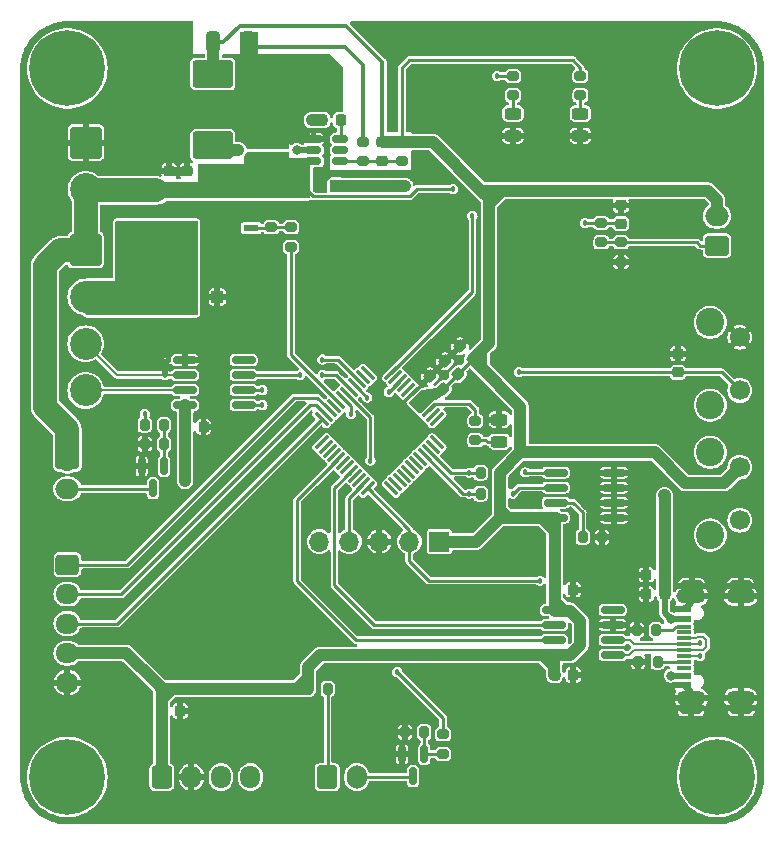
<source format=gbr>
%TF.GenerationSoftware,KiCad,Pcbnew,7.0.7*%
%TF.CreationDate,2024-02-22T09:52:37+01:00*%
%TF.ProjectId,Floppy Soldering station 3.0,466c6f70-7079-4205-936f-6c646572696e,1.0*%
%TF.SameCoordinates,Original*%
%TF.FileFunction,Copper,L1,Top*%
%TF.FilePolarity,Positive*%
%FSLAX46Y46*%
G04 Gerber Fmt 4.6, Leading zero omitted, Abs format (unit mm)*
G04 Created by KiCad (PCBNEW 7.0.7) date 2024-02-22 09:52:37*
%MOMM*%
%LPD*%
G01*
G04 APERTURE LIST*
G04 Aperture macros list*
%AMRoundRect*
0 Rectangle with rounded corners*
0 $1 Rounding radius*
0 $2 $3 $4 $5 $6 $7 $8 $9 X,Y pos of 4 corners*
0 Add a 4 corners polygon primitive as box body*
4,1,4,$2,$3,$4,$5,$6,$7,$8,$9,$2,$3,0*
0 Add four circle primitives for the rounded corners*
1,1,$1+$1,$2,$3*
1,1,$1+$1,$4,$5*
1,1,$1+$1,$6,$7*
1,1,$1+$1,$8,$9*
0 Add four rect primitives between the rounded corners*
20,1,$1+$1,$2,$3,$4,$5,0*
20,1,$1+$1,$4,$5,$6,$7,0*
20,1,$1+$1,$6,$7,$8,$9,0*
20,1,$1+$1,$8,$9,$2,$3,0*%
G04 Aperture macros list end*
%TA.AperFunction,ComponentPad*%
%ADD10R,1.700000X1.700000*%
%TD*%
%TA.AperFunction,ComponentPad*%
%ADD11O,1.700000X1.700000*%
%TD*%
%TA.AperFunction,SMDPad,CuDef*%
%ADD12RoundRect,0.250000X-0.325000X-0.650000X0.325000X-0.650000X0.325000X0.650000X-0.325000X0.650000X0*%
%TD*%
%TA.AperFunction,ComponentPad*%
%ADD13C,0.800000*%
%TD*%
%TA.AperFunction,ComponentPad*%
%ADD14C,6.400000*%
%TD*%
%TA.AperFunction,SMDPad,CuDef*%
%ADD15RoundRect,0.225000X0.250000X-0.225000X0.250000X0.225000X-0.250000X0.225000X-0.250000X-0.225000X0*%
%TD*%
%TA.AperFunction,ComponentPad*%
%ADD16RoundRect,0.250000X0.750000X-0.600000X0.750000X0.600000X-0.750000X0.600000X-0.750000X-0.600000X0*%
%TD*%
%TA.AperFunction,ComponentPad*%
%ADD17O,2.000000X1.700000*%
%TD*%
%TA.AperFunction,SMDPad,CuDef*%
%ADD18RoundRect,0.200000X-0.275000X0.200000X-0.275000X-0.200000X0.275000X-0.200000X0.275000X0.200000X0*%
%TD*%
%TA.AperFunction,SMDPad,CuDef*%
%ADD19RoundRect,0.200000X-0.200000X-0.275000X0.200000X-0.275000X0.200000X0.275000X-0.200000X0.275000X0*%
%TD*%
%TA.AperFunction,ComponentPad*%
%ADD20RoundRect,0.250000X-0.600000X-0.750000X0.600000X-0.750000X0.600000X0.750000X-0.600000X0.750000X0*%
%TD*%
%TA.AperFunction,ComponentPad*%
%ADD21O,1.700000X2.000000*%
%TD*%
%TA.AperFunction,SMDPad,CuDef*%
%ADD22RoundRect,0.075000X0.415425X0.521491X-0.521491X-0.415425X-0.415425X-0.521491X0.521491X0.415425X0*%
%TD*%
%TA.AperFunction,SMDPad,CuDef*%
%ADD23RoundRect,0.075000X-0.415425X0.521491X-0.521491X0.415425X0.415425X-0.521491X0.521491X-0.415425X0*%
%TD*%
%TA.AperFunction,SMDPad,CuDef*%
%ADD24RoundRect,0.150000X-0.150000X0.587500X-0.150000X-0.587500X0.150000X-0.587500X0.150000X0.587500X0*%
%TD*%
%TA.AperFunction,SMDPad,CuDef*%
%ADD25RoundRect,0.200000X0.200000X0.275000X-0.200000X0.275000X-0.200000X-0.275000X0.200000X-0.275000X0*%
%TD*%
%TA.AperFunction,ComponentPad*%
%ADD26RoundRect,0.250000X-0.600000X-0.725000X0.600000X-0.725000X0.600000X0.725000X-0.600000X0.725000X0*%
%TD*%
%TA.AperFunction,ComponentPad*%
%ADD27O,1.700000X1.950000*%
%TD*%
%TA.AperFunction,ComponentPad*%
%ADD28RoundRect,0.250000X-0.725000X0.600000X-0.725000X-0.600000X0.725000X-0.600000X0.725000X0.600000X0*%
%TD*%
%TA.AperFunction,ComponentPad*%
%ADD29O,1.950000X1.700000*%
%TD*%
%TA.AperFunction,SMDPad,CuDef*%
%ADD30RoundRect,0.225000X-0.225000X-0.250000X0.225000X-0.250000X0.225000X0.250000X-0.225000X0.250000X0*%
%TD*%
%TA.AperFunction,SMDPad,CuDef*%
%ADD31RoundRect,0.225000X0.335876X0.017678X0.017678X0.335876X-0.335876X-0.017678X-0.017678X-0.335876X0*%
%TD*%
%TA.AperFunction,SMDPad,CuDef*%
%ADD32RoundRect,0.235000X1.465000X-0.940000X1.465000X0.940000X-1.465000X0.940000X-1.465000X-0.940000X0*%
%TD*%
%TA.AperFunction,SMDPad,CuDef*%
%ADD33RoundRect,0.250000X-0.300000X-0.300000X0.300000X-0.300000X0.300000X0.300000X-0.300000X0.300000X0*%
%TD*%
%TA.AperFunction,SMDPad,CuDef*%
%ADD34RoundRect,0.200000X0.275000X-0.200000X0.275000X0.200000X-0.275000X0.200000X-0.275000X-0.200000X0*%
%TD*%
%TA.AperFunction,SMDPad,CuDef*%
%ADD35RoundRect,0.243750X0.456250X-0.243750X0.456250X0.243750X-0.456250X0.243750X-0.456250X-0.243750X0*%
%TD*%
%TA.AperFunction,ComponentPad*%
%ADD36C,2.400000*%
%TD*%
%TA.AperFunction,ComponentPad*%
%ADD37C,1.700000*%
%TD*%
%TA.AperFunction,SMDPad,CuDef*%
%ADD38RoundRect,0.225000X-0.335876X-0.017678X-0.017678X-0.335876X0.335876X0.017678X0.017678X0.335876X0*%
%TD*%
%TA.AperFunction,SMDPad,CuDef*%
%ADD39RoundRect,0.150000X-0.825000X-0.150000X0.825000X-0.150000X0.825000X0.150000X-0.825000X0.150000X0*%
%TD*%
%TA.AperFunction,SMDPad,CuDef*%
%ADD40RoundRect,0.150000X0.825000X0.150000X-0.825000X0.150000X-0.825000X-0.150000X0.825000X-0.150000X0*%
%TD*%
%TA.AperFunction,ComponentPad*%
%ADD41RoundRect,0.250000X-0.750000X0.600000X-0.750000X-0.600000X0.750000X-0.600000X0.750000X0.600000X0*%
%TD*%
%TA.AperFunction,SMDPad,CuDef*%
%ADD42R,1.150000X0.600000*%
%TD*%
%TA.AperFunction,SMDPad,CuDef*%
%ADD43R,1.150000X0.300000*%
%TD*%
%TA.AperFunction,SMDPad,CuDef*%
%ADD44RoundRect,0.250000X0.687500X0.250000X-0.687500X0.250000X-0.687500X-0.250000X0.687500X-0.250000X0*%
%TD*%
%TA.AperFunction,ComponentPad*%
%ADD45O,2.500000X1.250000*%
%TD*%
%TA.AperFunction,SMDPad,CuDef*%
%ADD46R,1.310000X0.650000*%
%TD*%
%TA.AperFunction,SMDPad,CuDef*%
%ADD47R,1.310000X0.600000*%
%TD*%
%TA.AperFunction,SMDPad,CuDef*%
%ADD48RoundRect,0.243750X-0.456250X0.243750X-0.456250X-0.243750X0.456250X-0.243750X0.456250X0.243750X0*%
%TD*%
%TA.AperFunction,SMDPad,CuDef*%
%ADD49RoundRect,0.225000X0.225000X0.250000X-0.225000X0.250000X-0.225000X-0.250000X0.225000X-0.250000X0*%
%TD*%
%TA.AperFunction,SMDPad,CuDef*%
%ADD50C,0.500000*%
%TD*%
%TA.AperFunction,SMDPad,CuDef*%
%ADD51RoundRect,0.150000X-0.512500X-0.150000X0.512500X-0.150000X0.512500X0.150000X-0.512500X0.150000X0*%
%TD*%
%TA.AperFunction,ComponentPad*%
%ADD52RoundRect,0.250001X-1.099999X1.099999X-1.099999X-1.099999X1.099999X-1.099999X1.099999X1.099999X0*%
%TD*%
%TA.AperFunction,ComponentPad*%
%ADD53C,2.700000*%
%TD*%
%TA.AperFunction,ViaPad*%
%ADD54C,0.457200*%
%TD*%
%TA.AperFunction,ViaPad*%
%ADD55C,0.800000*%
%TD*%
%TA.AperFunction,Conductor*%
%ADD56C,2.000000*%
%TD*%
%TA.AperFunction,Conductor*%
%ADD57C,0.254000*%
%TD*%
%TA.AperFunction,Conductor*%
%ADD58C,0.304800*%
%TD*%
%TA.AperFunction,Conductor*%
%ADD59C,0.508000*%
%TD*%
%TA.AperFunction,Conductor*%
%ADD60C,0.762000*%
%TD*%
%TA.AperFunction,Conductor*%
%ADD61C,0.250000*%
%TD*%
%TA.AperFunction,Conductor*%
%ADD62C,1.000000*%
%TD*%
%TA.AperFunction,Conductor*%
%ADD63C,0.200000*%
%TD*%
G04 APERTURE END LIST*
%TA.AperFunction,EtchedComponent*%
%TO.C,NT1*%
G36*
X136505000Y-91956000D02*
G01*
X136005000Y-91956000D01*
X136005000Y-90956000D01*
X136505000Y-90956000D01*
X136505000Y-91956000D01*
G37*
%TD.AperFunction*%
%TD*%
D10*
%TO.P,J7,1,Pin_1*%
%TO.N,+3V3*%
X159491000Y-106061000D03*
D11*
%TO.P,J7,2,Pin_2*%
%TO.N,/PA14{slash}SWCLK{slash}BOOT0*%
X156951000Y-106061000D03*
%TO.P,J7,3,Pin_3*%
%TO.N,GND*%
X154411000Y-106061000D03*
%TO.P,J7,4,Pin_4*%
%TO.N,/PA13{slash}SWDIO*%
X151871000Y-106061000D03*
%TO.P,J7,5,Pin_5*%
%TO.N,/NRST*%
X149331000Y-106061000D03*
%TD*%
D12*
%TO.P,C13,1*%
%TO.N,+3V3*%
X140368000Y-63770000D03*
%TO.P,C13,2*%
%TO.N,GND*%
X143318000Y-63770000D03*
%TD*%
D13*
%TO.P,H2,1*%
%TO.N,N/C*%
X128000000Y-123600000D03*
X129697056Y-124302944D03*
X126302944Y-124302944D03*
X130400000Y-126000000D03*
D14*
X128000000Y-126000000D03*
D13*
X125600000Y-126000000D03*
X129697056Y-127697056D03*
X126302944Y-127697056D03*
X128000000Y-128400000D03*
%TD*%
D15*
%TO.P,C2,1*%
%TO.N,+24V*%
X138160000Y-76229000D03*
%TO.P,C2,2*%
%TO.N,GND*%
X138160000Y-74679000D03*
%TD*%
D16*
%TO.P,J2,1,Pin_1*%
%TO.N,Net-(J2-Pin_1)*%
X183000000Y-81000000D03*
D17*
%TO.P,J2,2,Pin_2*%
%TO.N,+3V3*%
X183000000Y-78500000D03*
%TD*%
D18*
%TO.P,R8,1*%
%TO.N,GND*%
X153019000Y-72216000D03*
%TO.P,R8,2*%
%TO.N,/BUCK_FBK*%
X153019000Y-73866000D03*
%TD*%
D19*
%TO.P,R17,1*%
%TO.N,/I2C1_SCL*%
X162989000Y-101997000D03*
%TO.P,R17,2*%
%TO.N,+3V3*%
X164639000Y-101997000D03*
%TD*%
D20*
%TO.P,J8,1,Pin_1*%
%TO.N,Net-(J8-Pin_1)*%
X150000000Y-126000000D03*
D21*
%TO.P,J8,2,Pin_2*%
%TO.N,Net-(J8-Pin_2)*%
X152500000Y-126000000D03*
%TD*%
D13*
%TO.P,H1,1*%
%TO.N,N/C*%
X128000000Y-63600000D03*
X129697056Y-64302944D03*
X126302944Y-64302944D03*
X130400000Y-66000000D03*
D14*
X128000000Y-66000000D03*
D13*
X125600000Y-66000000D03*
X129697056Y-67697056D03*
X126302944Y-67697056D03*
X128000000Y-68400000D03*
%TD*%
D18*
%TO.P,R1,1*%
%TO.N,Net-(J2-Pin_1)*%
X174863000Y-80725000D03*
%TO.P,R1,2*%
%TO.N,GND*%
X174863000Y-82375000D03*
%TD*%
D15*
%TO.P,C6,1*%
%TO.N,+24V*%
X146161000Y-73689000D03*
%TO.P,C6,2*%
%TO.N,GND*%
X146161000Y-72139000D03*
%TD*%
D22*
%TO.P,U5,1,PC13*%
%TO.N,unconnected-(U5-PC13-Pad1)*%
X159303876Y-95664212D03*
%TO.P,U5,2,PC14*%
%TO.N,unconnected-(U5-PC14-Pad2)*%
X158950322Y-95310658D03*
%TO.P,U5,3,PC15*%
%TO.N,Net-(U5-PC15)*%
X158596769Y-94957105D03*
%TO.P,U5,4,VBAT*%
%TO.N,+3V3*%
X158243215Y-94603551D03*
%TO.P,U5,5,VREF+*%
X157889662Y-94249998D03*
%TO.P,U5,6,VDD*%
X157536109Y-93896445D03*
%TO.P,U5,7,VSS*%
%TO.N,GND*%
X157182555Y-93542891D03*
%TO.P,U5,8,PF0*%
%TO.N,unconnected-(U5-PF0-Pad8)*%
X156829002Y-93189338D03*
%TO.P,U5,9,PF1*%
%TO.N,unconnected-(U5-PF1-Pad9)*%
X156475449Y-92835785D03*
%TO.P,U5,10,NRST*%
%TO.N,/NRST*%
X156121895Y-92482231D03*
%TO.P,U5,11,PA0*%
%TO.N,unconnected-(U5-PA0-Pad11)*%
X155768342Y-92128678D03*
%TO.P,U5,12,PA1*%
%TO.N,/STBY_NTC*%
X155414788Y-91775124D03*
D23*
%TO.P,U5,13,PA2*%
%TO.N,unconnected-(U5-PA2-Pad13)*%
X153417212Y-91775124D03*
%TO.P,U5,14,PA3*%
%TO.N,unconnected-(U5-PA3-Pad14)*%
X153063658Y-92128678D03*
%TO.P,U5,15,PA4*%
%TO.N,/STILO_TEMP_CSN*%
X152710105Y-92482231D03*
%TO.P,U5,16,PA5*%
%TO.N,/STILO_TEMP_SCK*%
X152356551Y-92835785D03*
%TO.P,U5,17,PA6*%
%TO.N,/STILO_TEMP_MISO*%
X152002998Y-93189338D03*
%TO.P,U5,18,PA7*%
%TO.N,/BUCKLIGHT_PWM*%
X151649445Y-93542891D03*
%TO.P,U5,19,PB0*%
%TO.N,/FAN_PWM*%
X151295891Y-93896445D03*
%TO.P,U5,20,PB1*%
%TO.N,/STILO_PWM*%
X150942338Y-94249998D03*
%TO.P,U5,21,PB2*%
%TO.N,unconnected-(U5-PB2-Pad21)*%
X150588785Y-94603551D03*
%TO.P,U5,22,PB10*%
%TO.N,/ENCODER_CLK*%
X150235231Y-94957105D03*
%TO.P,U5,23,PB11*%
%TO.N,/ENCODER_DT*%
X149881678Y-95310658D03*
%TO.P,U5,24,PB12*%
%TO.N,/ENCODER_SW*%
X149528124Y-95664212D03*
D22*
%TO.P,U5,25,PB13*%
%TO.N,unconnected-(U5-PB13-Pad25)*%
X149528124Y-97661788D03*
%TO.P,U5,26,PB14*%
%TO.N,unconnected-(U5-PB14-Pad26)*%
X149881678Y-98015342D03*
%TO.P,U5,27,PB15*%
%TO.N,unconnected-(U5-PB15-Pad27)*%
X150235231Y-98368895D03*
%TO.P,U5,28,PA8*%
%TO.N,unconnected-(U5-PA8-Pad28)*%
X150588785Y-98722449D03*
%TO.P,U5,29,PA9/NC*%
%TO.N,/MCU_TX*%
X150942338Y-99076002D03*
%TO.P,U5,30,PC6*%
%TO.N,unconnected-(U5-PC6-Pad30)*%
X151295891Y-99429555D03*
%TO.P,U5,31,PC7*%
%TO.N,unconnected-(U5-PC7-Pad31)*%
X151649445Y-99783109D03*
%TO.P,U5,32,PA10/NC*%
%TO.N,/MCU_RX*%
X152002998Y-100136662D03*
%TO.P,U5,33,PA11/PA9*%
%TO.N,unconnected-(U5-PA11{slash}PA9-Pad33)*%
X152356551Y-100490215D03*
%TO.P,U5,34,PA12/PA10*%
%TO.N,unconnected-(U5-PA12{slash}PA10-Pad34)*%
X152710105Y-100843769D03*
%TO.P,U5,35,PA13*%
%TO.N,/PA13{slash}SWDIO*%
X153063658Y-101197322D03*
%TO.P,U5,36,PA14*%
%TO.N,/PA14{slash}SWCLK{slash}BOOT0*%
X153417212Y-101550876D03*
D23*
%TO.P,U5,37,PA15*%
%TO.N,unconnected-(U5-PA15-Pad37)*%
X155414788Y-101550876D03*
%TO.P,U5,38,PD0*%
%TO.N,unconnected-(U5-PD0-Pad38)*%
X155768342Y-101197322D03*
%TO.P,U5,39,PD1*%
%TO.N,unconnected-(U5-PD1-Pad39)*%
X156121895Y-100843769D03*
%TO.P,U5,40,PD2*%
%TO.N,unconnected-(U5-PD2-Pad40)*%
X156475449Y-100490215D03*
%TO.P,U5,41,PD3*%
%TO.N,unconnected-(U5-PD3-Pad41)*%
X156829002Y-100136662D03*
%TO.P,U5,42,PB3*%
%TO.N,unconnected-(U5-PB3-Pad42)*%
X157182555Y-99783109D03*
%TO.P,U5,43,PB4*%
%TO.N,unconnected-(U5-PB4-Pad43)*%
X157536109Y-99429555D03*
%TO.P,U5,44,PB5*%
%TO.N,unconnected-(U5-PB5-Pad44)*%
X157889662Y-99076002D03*
%TO.P,U5,45,PB6*%
%TO.N,/I2C1_SCL*%
X158243215Y-98722449D03*
%TO.P,U5,46,PB7*%
%TO.N,/I2C1_SDA*%
X158596769Y-98368895D03*
%TO.P,U5,47,PB8*%
%TO.N,unconnected-(U5-PB8-Pad47)*%
X158950322Y-98015342D03*
%TO.P,U5,48,PB9*%
%TO.N,unconnected-(U5-PB9-Pad48)*%
X159303876Y-97661788D03*
%TD*%
D24*
%TO.P,Q2,1,G*%
%TO.N,Net-(Q2-G)*%
X158224000Y-124046500D03*
%TO.P,Q2,2,S*%
%TO.N,GND*%
X156324000Y-124046500D03*
%TO.P,Q2,3,D*%
%TO.N,Net-(J8-Pin_2)*%
X157274000Y-125921500D03*
%TD*%
D18*
%TO.P,R13,1*%
%TO.N,Net-(U5-PC15)*%
X162544000Y-95838000D03*
%TO.P,R13,2*%
%TO.N,Net-(D3-A)*%
X162544000Y-97488000D03*
%TD*%
D25*
%TO.P,R4,1*%
%TO.N,Net-(J4-CC1)*%
X177974000Y-116221000D03*
%TO.P,R4,2*%
%TO.N,GND*%
X176324000Y-116221000D03*
%TD*%
D26*
%TO.P,J6,1,Pin_1*%
%TO.N,+3V3*%
X136000000Y-126000000D03*
D27*
%TO.P,J6,2,Pin_2*%
%TO.N,GND*%
X138500000Y-126000000D03*
%TO.P,J6,3,Pin_3*%
%TO.N,/I2C1_SCL*%
X141000000Y-126000000D03*
%TO.P,J6,4,Pin_4*%
%TO.N,/I2C1_SDA*%
X143500000Y-126000000D03*
%TD*%
D28*
%TO.P,J5,1,Pin_1*%
%TO.N,/ENCODER_CLK*%
X128000000Y-108000000D03*
D29*
%TO.P,J5,2,Pin_2*%
%TO.N,/ENCODER_DT*%
X128000000Y-110500000D03*
%TO.P,J5,3,Pin_3*%
%TO.N,/ENCODER_SW*%
X128000000Y-113000000D03*
%TO.P,J5,4,Pin_4*%
%TO.N,+3V3*%
X128000000Y-115500000D03*
%TO.P,J5,5,Pin_5*%
%TO.N,GND*%
X128000000Y-118000000D03*
%TD*%
D30*
%TO.P,C12,1*%
%TO.N,+3V3*%
X169262000Y-110125000D03*
%TO.P,C12,2*%
%TO.N,GND*%
X170812000Y-110125000D03*
%TD*%
D15*
%TO.P,C3,1*%
%TO.N,/STBY_NTC*%
X174863000Y-79150000D03*
%TO.P,C3,2*%
%TO.N,GND*%
X174863000Y-77600000D03*
%TD*%
D31*
%TO.P,C14,1*%
%TO.N,+3V3*%
X162330008Y-90607008D03*
%TO.P,C14,2*%
%TO.N,GND*%
X161233992Y-89510992D03*
%TD*%
D32*
%TO.P,L1,1,1*%
%TO.N,/BUCK_SW*%
X140319000Y-72510000D03*
%TO.P,L1,2,2*%
%TO.N,+3V3*%
X140319000Y-66460000D03*
%TD*%
D30*
%TO.P,C9,1*%
%TO.N,/BUCK_SW*%
X149577000Y-70374000D03*
%TO.P,C9,2*%
%TO.N,/BUCK_BOOT*%
X151127000Y-70374000D03*
%TD*%
D33*
%TO.P,D2,1,K*%
%TO.N,/STILO+*%
X137903000Y-85360000D03*
%TO.P,D2,2,A*%
%TO.N,GND*%
X140703000Y-85360000D03*
%TD*%
D18*
%TO.P,R6,1*%
%TO.N,Net-(Q1-G)*%
X145272000Y-79455000D03*
%TO.P,R6,2*%
%TO.N,GND*%
X145272000Y-81105000D03*
%TD*%
D34*
%TO.P,R9,1*%
%TO.N,Net-(Q2-G)*%
X159814000Y-124031000D03*
%TO.P,R9,2*%
%TO.N,/BUCKLIGHT_PWM*%
X159814000Y-122381000D03*
%TD*%
D35*
%TO.P,D4,1,K*%
%TO.N,GND*%
X165719000Y-71692500D03*
%TO.P,D4,2,A*%
%TO.N,Net-(D4-A)*%
X165719000Y-69817500D03*
%TD*%
D25*
%TO.P,R19,1*%
%TO.N,+3V3*%
X164639000Y-100219000D03*
%TO.P,R19,2*%
%TO.N,/I2C1_SDA*%
X162989000Y-100219000D03*
%TD*%
%TO.P,R14,1*%
%TO.N,Net-(Q3-G)*%
X136191000Y-96155000D03*
%TO.P,R14,2*%
%TO.N,/FAN_PWM*%
X134541000Y-96155000D03*
%TD*%
D13*
%TO.P,H4,1*%
%TO.N,N/C*%
X183000000Y-63600000D03*
X184697056Y-64302944D03*
X181302944Y-64302944D03*
X185400000Y-66000000D03*
D14*
X183000000Y-66000000D03*
D13*
X180600000Y-66000000D03*
X184697056Y-67697056D03*
X181302944Y-67697056D03*
X183000000Y-68400000D03*
%TD*%
D15*
%TO.P,C17,1*%
%TO.N,/NRST*%
X179689000Y-91723000D03*
%TO.P,C17,2*%
%TO.N,GND*%
X179689000Y-90173000D03*
%TD*%
D19*
%TO.P,R3,1*%
%TO.N,GND*%
X176197000Y-113554000D03*
%TO.P,R3,2*%
%TO.N,Net-(J4-CC2)*%
X177847000Y-113554000D03*
%TD*%
D36*
%TO.P,SW2,*%
%TO.N,*%
X182425000Y-98499999D03*
X182425000Y-105499999D03*
D37*
%TO.P,SW2,1,1*%
%TO.N,+3V3*%
X184925000Y-99749999D03*
%TO.P,SW2,2,2*%
%TO.N,/PA14{slash}SWCLK{slash}BOOT0*%
X184925000Y-104249999D03*
%TD*%
D38*
%TO.P,C18,1*%
%TO.N,GND*%
X158693992Y-92050992D03*
%TO.P,C18,2*%
%TO.N,+3V3*%
X159790008Y-93147008D03*
%TD*%
D24*
%TO.P,Q3,1,G*%
%TO.N,Net-(Q3-G)*%
X136189000Y-99662500D03*
%TO.P,Q3,2,S*%
%TO.N,GND*%
X134289000Y-99662500D03*
%TO.P,Q3,3,D*%
%TO.N,Net-(J9-Pin_2)*%
X135239000Y-101537500D03*
%TD*%
D39*
%TO.P,U2,1,GND*%
%TO.N,GND*%
X137971000Y-90694000D03*
%TO.P,U2,2,T-*%
%TO.N,/T{slash}C-*%
X137971000Y-91964000D03*
%TO.P,U2,3,T+*%
%TO.N,/T{slash}C+*%
X137971000Y-93234000D03*
%TO.P,U2,4,Vcc*%
%TO.N,+3V3*%
X137971000Y-94504000D03*
%TO.P,U2,5,SCK*%
%TO.N,/STILO_TEMP_SCK*%
X142921000Y-94504000D03*
%TO.P,U2,6,CS*%
%TO.N,/STILO_TEMP_CSN*%
X142921000Y-93234000D03*
%TO.P,U2,7,SO*%
%TO.N,/STILO_TEMP_MISO*%
X142921000Y-91964000D03*
%TO.P,U2,8,N.C.*%
%TO.N,unconnected-(U2-N.C.-Pad8)*%
X142921000Y-90694000D03*
%TD*%
D13*
%TO.P,H3,1*%
%TO.N,N/C*%
X183000000Y-123600000D03*
X184697056Y-124302944D03*
X181302944Y-124302944D03*
X185400000Y-126000000D03*
D14*
X183000000Y-126000000D03*
D13*
X180600000Y-126000000D03*
X184697056Y-127697056D03*
X181302944Y-127697056D03*
X183000000Y-128400000D03*
%TD*%
D40*
%TO.P,U3,1,UD+*%
%TO.N,/D+*%
X174163000Y-115662200D03*
%TO.P,U3,2,UD-*%
%TO.N,/D-*%
X174163000Y-114392200D03*
%TO.P,U3,3,GND*%
%TO.N,GND*%
X174163000Y-113122200D03*
%TO.P,U3,4,RTS#*%
%TO.N,unconnected-(U3-RTS#-Pad4)*%
X174163000Y-111852200D03*
%TO.P,U3,5,VCC*%
%TO.N,+3V3*%
X169213000Y-111852200D03*
%TO.P,U3,6,TXD*%
%TO.N,/MCU_RX*%
X169213000Y-113122200D03*
%TO.P,U3,7,RXD*%
%TO.N,/MCU_TX*%
X169213000Y-114392200D03*
%TO.P,U3,8,V3*%
%TO.N,+3V3*%
X169213000Y-115662200D03*
%TD*%
D15*
%TO.P,C11,1*%
%TO.N,/BUCK_FBK*%
X154670000Y-73816000D03*
%TO.P,C11,2*%
%TO.N,+3V3*%
X154670000Y-72266000D03*
%TD*%
D41*
%TO.P,J9,1,Pin_1*%
%TO.N,+24V*%
X128000000Y-99097000D03*
D17*
%TO.P,J9,2,Pin_2*%
%TO.N,Net-(J9-Pin_2)*%
X128000000Y-101597000D03*
%TD*%
D42*
%TO.P,J4,1,GND_1*%
%TO.N,GND*%
X180245000Y-118200000D03*
%TO.P,J4,2,VBUS*%
%TO.N,VBUS*%
X180245000Y-117400000D03*
D43*
%TO.P,J4,3,SBU2*%
%TO.N,unconnected-(J4-SBU2-Pad3)*%
X180245000Y-116750000D03*
%TO.P,J4,4,CC1*%
%TO.N,Net-(J4-CC1)*%
X180245000Y-116250000D03*
%TO.P,J4,5,DN2*%
%TO.N,/D-*%
X180245000Y-115750000D03*
%TO.P,J4,6,DP1*%
%TO.N,/D+*%
X180245000Y-115250000D03*
%TO.P,J4,7,DN1*%
%TO.N,/D-*%
X180245000Y-114750000D03*
%TO.P,J4,8,DP2*%
%TO.N,/D+*%
X180245000Y-114250000D03*
%TO.P,J4,9,SBU1*%
%TO.N,unconnected-(J4-SBU1-Pad9)*%
X180245000Y-113750000D03*
%TO.P,J4,10,CC2*%
%TO.N,Net-(J4-CC2)*%
X180245000Y-113250000D03*
D42*
%TO.P,J4,11,VBUS*%
%TO.N,VBUS*%
X180245000Y-112600000D03*
%TO.P,J4,12,GND_2*%
%TO.N,GND*%
X180245000Y-111800000D03*
D44*
%TO.P,J4,13,SHIELD*%
X180800000Y-120150000D03*
X185050000Y-120150000D03*
D45*
X180820000Y-119320000D03*
X185000000Y-119320000D03*
X180820000Y-110680000D03*
X185000000Y-110680000D03*
D44*
X180850000Y-109850000D03*
X185000000Y-109850000D03*
%TD*%
D15*
%TO.P,C4,1*%
%TO.N,+24V*%
X144637000Y-73689000D03*
%TO.P,C4,2*%
%TO.N,GND*%
X144637000Y-72139000D03*
%TD*%
D30*
%TO.P,C10,1*%
%TO.N,+3V3*%
X169262000Y-117364000D03*
%TO.P,C10,2*%
%TO.N,GND*%
X170812000Y-117364000D03*
%TD*%
D46*
%TO.P,Q1,1,S*%
%TO.N,GND*%
X143572500Y-83301000D03*
X143572500Y-82031000D03*
X143572500Y-80761000D03*
D47*
%TO.P,Q1,2,G*%
%TO.N,Net-(Q1-G)*%
X143572500Y-79491000D03*
D46*
%TO.P,Q1,3,D*%
%TO.N,/STILO+*%
X137882500Y-83301000D03*
X137882500Y-82031000D03*
X137882500Y-80761000D03*
X137882500Y-79491000D03*
%TD*%
D30*
%TO.P,C16,1*%
%TO.N,+3V3*%
X135988000Y-120412000D03*
%TO.P,C16,2*%
%TO.N,GND*%
X137538000Y-120412000D03*
%TD*%
D18*
%TO.P,R16,1*%
%TO.N,+24V*%
X165719000Y-66628000D03*
%TO.P,R16,2*%
%TO.N,Net-(D4-A)*%
X165719000Y-68278000D03*
%TD*%
D48*
%TO.P,D3,1,K*%
%TO.N,GND*%
X164576000Y-95725500D03*
%TO.P,D3,2,A*%
%TO.N,Net-(D3-A)*%
X164576000Y-97600500D03*
%TD*%
D15*
%TO.P,C1,1*%
%TO.N,+24V*%
X136636000Y-76229000D03*
%TO.P,C1,2*%
%TO.N,GND*%
X136636000Y-74679000D03*
%TD*%
D49*
%TO.P,C8,1*%
%TO.N,VBUS*%
X178559000Y-108855000D03*
%TO.P,C8,2*%
%TO.N,GND*%
X177009000Y-108855000D03*
%TD*%
D50*
%TO.P,NT1,1,1*%
%TO.N,GND*%
X136255000Y-90956000D03*
%TO.P,NT1,2,2*%
%TO.N,/T{slash}C-*%
X136255000Y-91956000D03*
%TD*%
D19*
%TO.P,R12,1*%
%TO.N,/WP*%
X171625000Y-105680000D03*
%TO.P,R12,2*%
%TO.N,GND*%
X173275000Y-105680000D03*
%TD*%
D34*
%TO.P,R7,1*%
%TO.N,/BUCK_FBK*%
X156321000Y-73866000D03*
%TO.P,R7,2*%
%TO.N,+3V3*%
X156321000Y-72216000D03*
%TD*%
D36*
%TO.P,SW1,*%
%TO.N,*%
X182425000Y-87499999D03*
X182425000Y-94499999D03*
D37*
%TO.P,SW1,1,1*%
%TO.N,GND*%
X184925000Y-88749999D03*
%TO.P,SW1,2,2*%
%TO.N,/NRST*%
X184925000Y-93249999D03*
%TD*%
D51*
%TO.P,U1,1,GND*%
%TO.N,GND*%
X148833500Y-71964000D03*
%TO.P,U1,2,SW*%
%TO.N,/BUCK_SW*%
X148833500Y-72914000D03*
%TO.P,U1,3,VIN*%
%TO.N,+24V*%
X148833500Y-73864000D03*
%TO.P,U1,4,FB*%
%TO.N,/BUCK_FBK*%
X151108500Y-73864000D03*
%TO.P,U1,5,EN*%
%TO.N,unconnected-(U1-EN-Pad5)*%
X151108500Y-72914000D03*
%TO.P,U1,6,BOOT*%
%TO.N,/BUCK_BOOT*%
X151108500Y-71964000D03*
%TD*%
D49*
%TO.P,C5,1*%
%TO.N,GND*%
X139524552Y-96329745D03*
%TO.P,C5,2*%
%TO.N,+3V3*%
X137974552Y-96329745D03*
%TD*%
%TO.P,C7,1*%
%TO.N,VBUS*%
X178559000Y-110506000D03*
%TO.P,C7,2*%
%TO.N,GND*%
X177009000Y-110506000D03*
%TD*%
D34*
%TO.P,R5,1*%
%TO.N,/STILO_PWM*%
X146923000Y-81105000D03*
%TO.P,R5,2*%
%TO.N,Net-(Q1-G)*%
X146923000Y-79455000D03*
%TD*%
D52*
%TO.P,J3,1,Pin_1*%
%TO.N,+24V*%
X129550000Y-81379500D03*
D53*
%TO.P,J3,2,Pin_2*%
%TO.N,/STILO+*%
X129550000Y-85339500D03*
%TO.P,J3,3,Pin_3*%
%TO.N,/T{slash}C-*%
X129550000Y-89299500D03*
%TO.P,J3,4,Pin_4*%
%TO.N,/T{slash}C+*%
X129550000Y-93259500D03*
%TD*%
D33*
%TO.P,D1,1,K*%
%TO.N,+24V*%
X147936000Y-75962000D03*
%TO.P,D1,2,A*%
%TO.N,VBUS*%
X150736000Y-75962000D03*
%TD*%
D18*
%TO.P,R18,1*%
%TO.N,+3V3*%
X171434000Y-66628000D03*
%TO.P,R18,2*%
%TO.N,Net-(D5-A)*%
X171434000Y-68278000D03*
%TD*%
D25*
%TO.P,R10,1*%
%TO.N,Net-(Q2-G)*%
X158226000Y-122190000D03*
%TO.P,R10,2*%
%TO.N,GND*%
X156576000Y-122190000D03*
%TD*%
D34*
%TO.P,R2,1*%
%TO.N,Net-(J2-Pin_1)*%
X173212000Y-80724000D03*
%TO.P,R2,2*%
%TO.N,/STBY_NTC*%
X173212000Y-79074000D03*
%TD*%
D31*
%TO.P,C15,1*%
%TO.N,+3V3*%
X161060008Y-91877008D03*
%TO.P,C15,2*%
%TO.N,GND*%
X159963992Y-90780992D03*
%TD*%
D25*
%TO.P,R15,1*%
%TO.N,Net-(Q3-G)*%
X136191000Y-97806000D03*
%TO.P,R15,2*%
%TO.N,GND*%
X134541000Y-97806000D03*
%TD*%
D35*
%TO.P,D5,1,K*%
%TO.N,GND*%
X171434000Y-71692500D03*
%TO.P,D5,2,A*%
%TO.N,Net-(D5-A)*%
X171434000Y-69817500D03*
%TD*%
D52*
%TO.P,J1,1,Pin_1*%
%TO.N,GND*%
X129566000Y-72279000D03*
D53*
%TO.P,J1,2,Pin_2*%
%TO.N,+24V*%
X129566000Y-76239000D03*
%TD*%
D25*
%TO.P,R11,1*%
%TO.N,Net-(J8-Pin_1)*%
X150034000Y-118507000D03*
%TO.P,R11,2*%
%TO.N,+3V3*%
X148384000Y-118507000D03*
%TD*%
D40*
%TO.P,U4,1,A0*%
%TO.N,GND*%
X174290000Y-104029000D03*
%TO.P,U4,2,A1*%
X174290000Y-102759000D03*
%TO.P,U4,3,A2*%
X174290000Y-101489000D03*
%TO.P,U4,4,GND*%
X174290000Y-100219000D03*
%TO.P,U4,5,SDA*%
%TO.N,/I2C1_SDA*%
X169340000Y-100219000D03*
%TO.P,U4,6,SCL*%
%TO.N,/I2C1_SCL*%
X169340000Y-101489000D03*
%TO.P,U4,7,WP*%
%TO.N,/WP*%
X169340000Y-102759000D03*
%TO.P,U4,8,VCC*%
%TO.N,+3V3*%
X169340000Y-104029000D03*
%TD*%
D54*
%TO.N,+24V*%
X160639000Y-76216000D03*
X164385000Y-66628000D03*
%TO.N,GND*%
X132826000Y-119777000D03*
X142224000Y-82820000D03*
X157464000Y-74692000D03*
X145703800Y-71136000D03*
X157464000Y-66056000D03*
X156956000Y-77740000D03*
X140700000Y-80534000D03*
X157464000Y-73676000D03*
X157464000Y-63516000D03*
X142986000Y-65421000D03*
X155432000Y-78248000D03*
X157464000Y-70120000D03*
X150352000Y-92599000D03*
X177276000Y-69104000D03*
X168640000Y-69104000D03*
X141462000Y-79772000D03*
X149463000Y-109236000D03*
X143875000Y-65421000D03*
X174482000Y-85106000D03*
X142224000Y-81296000D03*
X144256000Y-71136000D03*
X146516600Y-71136000D03*
X126476000Y-78248000D03*
X141208000Y-78248000D03*
X124952000Y-115840000D03*
X150352000Y-67707000D03*
X163052000Y-72152000D03*
X151114000Y-86503000D03*
X157464000Y-68088000D03*
X134223000Y-66183000D03*
X144510000Y-65040000D03*
X127492000Y-78248000D03*
X151241000Y-103521000D03*
X163052000Y-118507000D03*
X141462000Y-82820000D03*
X133969000Y-88789000D03*
X153400000Y-78248000D03*
X153654000Y-118507000D03*
X144256000Y-78248000D03*
X140573000Y-92472000D03*
X166481000Y-89043000D03*
X152384000Y-78248000D03*
X157337000Y-85360000D03*
X140192000Y-78248000D03*
X140700000Y-82820000D03*
X149336000Y-78248000D03*
X145272000Y-78248000D03*
X125333000Y-110252000D03*
X142224000Y-80534000D03*
X157464000Y-64532000D03*
X140700000Y-83582000D03*
X140700000Y-81296000D03*
X124444000Y-78248000D03*
X142224000Y-78248000D03*
X185404000Y-96790000D03*
X156829000Y-113808000D03*
X156067000Y-120031000D03*
X145018000Y-71136000D03*
X156448000Y-78248000D03*
X143240000Y-78248000D03*
X154416000Y-78248000D03*
X157464000Y-69104000D03*
X158734000Y-117491000D03*
X151368000Y-78248000D03*
X141462000Y-82058000D03*
X181721000Y-102124000D03*
X148447000Y-103394000D03*
X133080000Y-78248000D03*
X141462000Y-80534000D03*
X131429000Y-98314000D03*
X174355000Y-120031000D03*
X144764000Y-112919000D03*
X131048000Y-78248000D03*
X142224000Y-79772000D03*
X184642000Y-115078000D03*
X132064000Y-78248000D03*
X152257000Y-80407000D03*
X150352000Y-78248000D03*
X142224000Y-82058000D03*
X170672000Y-127143000D03*
X159369000Y-128921000D03*
X138160000Y-78248000D03*
X158861000Y-68342000D03*
X178165000Y-123460000D03*
X157464000Y-71136000D03*
X135112000Y-78248000D03*
X136128000Y-78248000D03*
X186039000Y-102124000D03*
X134096000Y-78248000D03*
X146288000Y-78248000D03*
X137144000Y-78248000D03*
X144383000Y-106061000D03*
X141462000Y-81296000D03*
X125460000Y-78248000D03*
X138541000Y-112538000D03*
X149971000Y-103394000D03*
X157464000Y-77232000D03*
X142224000Y-83582000D03*
X157464000Y-67072000D03*
X171180000Y-95012000D03*
X185404000Y-79518000D03*
X143875000Y-87773000D03*
X146288000Y-128286000D03*
X126730000Y-121682000D03*
X142732000Y-120666000D03*
X132191000Y-104283000D03*
X147304000Y-78248000D03*
X162798000Y-93361000D03*
X140700000Y-82058000D03*
X139176000Y-78248000D03*
X141462000Y-83582000D03*
X148320000Y-78248000D03*
X157464000Y-62500000D03*
X168386000Y-122825000D03*
%TO.N,/STBY_NTC*%
X162290000Y-78502000D03*
X171815000Y-79074000D03*
D55*
%TO.N,+3V3*%
X137974552Y-100910152D03*
%TO.N,VBUS*%
X179090000Y-112626000D03*
X156575000Y-75962000D03*
X178546000Y-102124000D03*
X179090000Y-117400000D03*
D54*
%TO.N,/NRST*%
X166227000Y-91710000D03*
X155210563Y-93393563D03*
%TO.N,/D-*%
X181543200Y-115778100D03*
X181543200Y-114671600D03*
%TO.N,/I2C1_SCL*%
X165719000Y-101997000D03*
X162036000Y-101997000D03*
%TO.N,/I2C1_SDA*%
X166760400Y-100193600D03*
X162036000Y-100219000D03*
%TO.N,/PA14{slash}SWCLK{slash}BOOT0*%
X168005000Y-109363000D03*
%TO.N,/BUCKLIGHT_PWM*%
X153654000Y-99203000D03*
X155940000Y-117110000D03*
%TO.N,/FAN_PWM*%
X134553200Y-95266000D03*
X152003000Y-95266000D03*
%TO.N,/STILO_TEMP_CSN*%
X144510000Y-93234000D03*
X149590000Y-90643200D03*
%TO.N,/STILO_TEMP_SCK*%
X144510000Y-94504000D03*
X153389766Y-93869000D03*
%TO.N,/STILO_TEMP_MISO*%
X149590000Y-91964000D03*
X147685000Y-91964000D03*
D55*
%TO.N,/BUCK_SW*%
X142478000Y-72914000D03*
X147431000Y-72914000D03*
X148701000Y-70374000D03*
%TD*%
D56*
%TO.N,+24V*%
X128000000Y-96536000D02*
X126095000Y-94631000D01*
D57*
X156968000Y-76839000D02*
X148813000Y-76839000D01*
D56*
X127408500Y-81379500D02*
X129550000Y-81379500D01*
D57*
X157591000Y-76216000D02*
X156968000Y-76839000D01*
D56*
X126095000Y-82693000D02*
X127408500Y-81379500D01*
X128000000Y-99097000D02*
X128000000Y-96536000D01*
D57*
X160639000Y-76216000D02*
X157591000Y-76216000D01*
D56*
X126095000Y-94631000D02*
X126095000Y-82693000D01*
D57*
X148813000Y-76839000D02*
X147936000Y-75962000D01*
D56*
X129656000Y-76329000D02*
X135507000Y-76329000D01*
D57*
X164385000Y-66628000D02*
X165719000Y-66628000D01*
D56*
X129566000Y-76239000D02*
X129566000Y-81363500D01*
X129566000Y-81363500D02*
X129550000Y-81379500D01*
X129566000Y-76239000D02*
X129656000Y-76329000D01*
D58*
%TO.N,GND*%
X153019000Y-65675000D02*
X151495000Y-64151000D01*
X143699000Y-64151000D02*
X143318000Y-63770000D01*
D57*
X161233992Y-89510992D02*
X159963992Y-90780992D01*
X157182555Y-93542891D02*
X157202093Y-93542891D01*
D59*
X180820000Y-110680000D02*
X180820000Y-111225000D01*
X180820000Y-111225000D02*
X180245000Y-111800000D01*
D60*
X136636000Y-74679000D02*
X138160000Y-74679000D01*
D58*
X151495000Y-64151000D02*
X143699000Y-64151000D01*
D57*
X158693992Y-92050992D02*
X159963992Y-90780992D01*
D59*
X180820000Y-118775000D02*
X180245000Y-118200000D01*
D58*
X153019000Y-72216000D02*
X153019000Y-65675000D01*
D57*
X157202093Y-93542891D02*
X158693992Y-92050992D01*
D59*
X180820000Y-119320000D02*
X180820000Y-118775000D01*
D61*
%TO.N,/STBY_NTC*%
X162290000Y-78502000D02*
X162290000Y-84899912D01*
X173212000Y-79074000D02*
X174787000Y-79074000D01*
X171815000Y-79074000D02*
X173212000Y-79074000D01*
X174787000Y-79074000D02*
X174863000Y-79150000D01*
X162290000Y-84899912D02*
X155414788Y-91775124D01*
D62*
%TO.N,+3V3*%
X162734500Y-91011500D02*
X162330008Y-90607008D01*
D57*
X156321000Y-72216000D02*
X156321000Y-65929000D01*
D62*
X162734500Y-90202516D02*
X162734500Y-91011500D01*
X135988000Y-118494000D02*
X135988000Y-120412000D01*
X171434000Y-114824000D02*
X170595800Y-115662200D01*
D57*
X159790008Y-93147008D02*
X161060008Y-91877008D01*
X159699758Y-93147008D02*
X159790008Y-93147008D01*
D62*
X140319000Y-66460000D02*
X140368000Y-66411000D01*
X163052000Y-76343000D02*
X163687000Y-76343000D01*
X163052000Y-76343000D02*
X163687000Y-76978000D01*
X165338000Y-104029000D02*
X164639000Y-104029000D01*
X128000000Y-115500000D02*
X132994000Y-115500000D01*
D57*
X156321000Y-65929000D02*
X156956000Y-65294000D01*
D62*
X158925000Y-72216000D02*
X156321000Y-72216000D01*
X177719999Y-98504000D02*
X166354000Y-98504000D01*
X135556500Y-118062500D02*
X135988000Y-118494000D01*
X132994000Y-115500000D02*
X135556500Y-118062500D01*
X164639000Y-101997000D02*
X164639000Y-103394000D01*
X166354000Y-94631000D02*
X162734500Y-91011500D01*
X136001000Y-118507000D02*
X148384000Y-118507000D01*
D58*
X154670000Y-65421000D02*
X151622000Y-62373000D01*
D62*
X169262000Y-111803200D02*
X169213000Y-111852200D01*
X137974552Y-100910152D02*
X137974552Y-96329745D01*
D57*
X156956000Y-65294000D02*
X170799000Y-65294000D01*
X170799000Y-65294000D02*
X171434000Y-65929000D01*
D62*
X170595800Y-115662200D02*
X169213000Y-115662200D01*
X169262000Y-110125000D02*
X169262000Y-111803200D01*
X163687000Y-76343000D02*
X163687000Y-77105000D01*
D57*
X171434000Y-65929000D02*
X171434000Y-66628000D01*
D62*
X170545000Y-111903000D02*
X171434000Y-112792000D01*
D57*
X162330008Y-90607008D02*
X161060008Y-91877008D01*
D62*
X135556500Y-118062500D02*
X136001000Y-118507000D01*
X169262000Y-104107000D02*
X169340000Y-104029000D01*
X148384000Y-116665000D02*
X149386800Y-115662200D01*
X162901508Y-90035508D02*
X162734500Y-90202516D01*
X171434000Y-112792000D02*
X171434000Y-114824000D01*
X164639000Y-100219000D02*
X166354000Y-98504000D01*
D58*
X142605000Y-62373000D02*
X141208000Y-63770000D01*
D62*
X164322000Y-76343000D02*
X164449000Y-76343000D01*
X163687000Y-89250016D02*
X162901508Y-90035508D01*
X163687000Y-77105000D02*
X163687000Y-89250016D01*
X183566999Y-101108000D02*
X180323999Y-101108000D01*
X140368000Y-66411000D02*
X140368000Y-63770000D01*
X135988000Y-120412000D02*
X135988000Y-125988000D01*
X137971000Y-96326193D02*
X137974552Y-96329745D01*
D58*
X141208000Y-63770000D02*
X140368000Y-63770000D01*
D62*
X184925000Y-99749999D02*
X183566999Y-101108000D01*
X182229000Y-76343000D02*
X164449000Y-76343000D01*
X169340000Y-104029000D02*
X165338000Y-104029000D01*
X183000000Y-78500000D02*
X183000000Y-77114000D01*
X169262000Y-110125000D02*
X169262000Y-104107000D01*
X137971000Y-94504000D02*
X137971000Y-96326193D01*
D57*
X158243215Y-94603551D02*
X159699758Y-93147008D01*
D62*
X164449000Y-76343000D02*
X163687000Y-76343000D01*
X169213000Y-115662200D02*
X149386800Y-115662200D01*
D57*
X157536109Y-93896445D02*
X158243215Y-94603551D01*
D62*
X158925000Y-72216000D02*
X163052000Y-76343000D01*
X166354000Y-98504000D02*
X166354000Y-94631000D01*
X164639000Y-101997000D02*
X164639000Y-100219000D01*
X183000000Y-77114000D02*
X182229000Y-76343000D01*
D58*
X154670000Y-72266000D02*
X154670000Y-65421000D01*
D62*
X180323999Y-101108000D02*
X177719999Y-98504000D01*
X162607000Y-106061000D02*
X159491000Y-106061000D01*
X165274000Y-104029000D02*
X164639000Y-103394000D01*
X163687000Y-76978000D02*
X163687000Y-77105000D01*
D57*
X154720000Y-72216000D02*
X154670000Y-72266000D01*
D62*
X156321000Y-72216000D02*
X154720000Y-72216000D01*
X135988000Y-125988000D02*
X136000000Y-126000000D01*
D58*
X151622000Y-62373000D02*
X142605000Y-62373000D01*
D62*
X148384000Y-118507000D02*
X148384000Y-116665000D01*
X169263800Y-111903000D02*
X170545000Y-111903000D01*
X169213000Y-111852200D02*
X169263800Y-111903000D01*
X169213000Y-115662200D02*
X169213000Y-117315000D01*
X169213000Y-117315000D02*
X169262000Y-117364000D01*
X162901508Y-90035508D02*
X162330008Y-90607008D01*
X165338000Y-104029000D02*
X165274000Y-104029000D01*
X164639000Y-103394000D02*
X164639000Y-104029000D01*
X164639000Y-104029000D02*
X162607000Y-106061000D01*
%TO.N,VBUS*%
X178559000Y-108855000D02*
X178559000Y-110506000D01*
X150736000Y-75962000D02*
X156575000Y-75962000D01*
D59*
X178559000Y-110506000D02*
X178559000Y-112095000D01*
X178559000Y-112095000D02*
X179090000Y-112626000D01*
D62*
X178559000Y-102137000D02*
X178546000Y-102124000D01*
D59*
X179116000Y-112600000D02*
X180245000Y-112600000D01*
X179090000Y-112626000D02*
X179116000Y-112600000D01*
X179090000Y-117400000D02*
X180245000Y-117400000D01*
D62*
X178559000Y-108855000D02*
X178559000Y-102137000D01*
D61*
%TO.N,/NRST*%
X183398001Y-91723000D02*
X179689000Y-91723000D01*
X184925000Y-93249999D02*
X183398001Y-91723000D01*
X179689000Y-91723000D02*
X166240000Y-91723000D01*
X166240000Y-91723000D02*
X166227000Y-91710000D01*
X155497126Y-93107000D02*
X156121895Y-92482231D01*
X155210563Y-93393563D02*
X155497126Y-93107000D01*
%TO.N,Net-(D3-A)*%
X163560000Y-97600500D02*
X164576000Y-97600500D01*
X163447500Y-97488000D02*
X163560000Y-97600500D01*
X162544000Y-97488000D02*
X163447500Y-97488000D01*
%TO.N,Net-(D4-A)*%
X165719000Y-68278000D02*
X165719000Y-69817500D01*
%TO.N,Net-(D5-A)*%
X171434000Y-68278000D02*
X171434000Y-69817500D01*
%TO.N,Net-(J2-Pin_1)*%
X174863000Y-80725000D02*
X173213000Y-80725000D01*
X174863000Y-80725000D02*
X181277000Y-80725000D01*
X173213000Y-80725000D02*
X173212000Y-80724000D01*
X181277000Y-80725000D02*
X181552000Y-81000000D01*
X181552000Y-81000000D02*
X183000000Y-81000000D01*
D63*
%TO.N,/T{slash}C+*%
X137971000Y-93234000D02*
X137945500Y-93259500D01*
X137945500Y-93259500D02*
X129550000Y-93259500D01*
D61*
%TO.N,Net-(J4-CC1)*%
X180245000Y-116250000D02*
X178072000Y-116250000D01*
X178072000Y-116250000D02*
X177974000Y-116348000D01*
D63*
%TO.N,/D-*%
X175983301Y-114750000D02*
X180245000Y-114750000D01*
X181543200Y-114671600D02*
X181464800Y-114750000D01*
X174163000Y-114392200D02*
X175625501Y-114392200D01*
X175625501Y-114392200D02*
X175983301Y-114750000D01*
X181515100Y-115750000D02*
X180245000Y-115750000D01*
X181464800Y-114750000D02*
X180245000Y-114750000D01*
X181543200Y-115778100D02*
X181515100Y-115750000D01*
%TO.N,/D+*%
X182102000Y-114366800D02*
X181848000Y-114112800D01*
X181848000Y-114112800D02*
X181354446Y-114112800D01*
X174163000Y-115662200D02*
X175574200Y-115662200D01*
X181217246Y-114250000D02*
X180245000Y-114250000D01*
X181828400Y-115250000D02*
X182102000Y-114976400D01*
X180245000Y-115250000D02*
X181828400Y-115250000D01*
X175986400Y-115250000D02*
X180245000Y-115250000D01*
X181354446Y-114112800D02*
X181217246Y-114250000D01*
X182102000Y-114976400D02*
X182102000Y-114366800D01*
X175574200Y-115662200D02*
X175986400Y-115250000D01*
D61*
%TO.N,Net-(J4-CC2)*%
X179187305Y-113554000D02*
X179491305Y-113250000D01*
X177847000Y-113554000D02*
X179187305Y-113554000D01*
X179491305Y-113250000D02*
X180245000Y-113250000D01*
%TO.N,/ENCODER_CLK*%
X147177000Y-93869000D02*
X149147126Y-93869000D01*
X149147126Y-93869000D02*
X150235231Y-94957105D01*
X133046000Y-108000000D02*
X147177000Y-93869000D01*
X128000000Y-108000000D02*
X133046000Y-108000000D01*
%TO.N,/ENCODER_DT*%
X132578000Y-110500000D02*
X148574000Y-94504000D01*
X128000000Y-110500000D02*
X132578000Y-110500000D01*
X149075020Y-94504000D02*
X149881678Y-95310658D01*
X148574000Y-94504000D02*
X149075020Y-94504000D01*
%TO.N,/ENCODER_SW*%
X132192336Y-113000000D02*
X149528124Y-95664212D01*
X128000000Y-113000000D02*
X132192336Y-113000000D01*
%TO.N,/I2C1_SCL*%
X169340000Y-101489000D02*
X166227000Y-101489000D01*
X162989000Y-101997000D02*
X161517766Y-101997000D01*
X166227000Y-101489000D02*
X165719000Y-101997000D01*
X161517766Y-101997000D02*
X158243215Y-98722449D01*
X162036000Y-101997000D02*
X161909000Y-101997000D01*
%TO.N,/I2C1_SDA*%
X166785800Y-100219000D02*
X166760400Y-100193600D01*
X160446874Y-100219000D02*
X158596769Y-98368895D01*
X162036000Y-100219000D02*
X160446874Y-100219000D01*
X162036000Y-100219000D02*
X162989000Y-100219000D01*
X169340000Y-100219000D02*
X166785800Y-100219000D01*
%TO.N,/PA14{slash}SWCLK{slash}BOOT0*%
X168005000Y-109363000D02*
X158607000Y-109363000D01*
X153417212Y-101550876D02*
X156956000Y-105089664D01*
X158607000Y-109363000D02*
X156951000Y-107707000D01*
X156956000Y-106056000D02*
X156951000Y-106061000D01*
X156951000Y-107707000D02*
X156951000Y-106061000D01*
X156956000Y-105089664D02*
X156956000Y-106056000D01*
%TO.N,/PA13{slash}SWDIO*%
X151871000Y-102389980D02*
X153063658Y-101197322D01*
X151871000Y-106061000D02*
X151871000Y-102389980D01*
%TO.N,Net-(J8-Pin_1)*%
X150034000Y-125966000D02*
X150000000Y-126000000D01*
X150034000Y-118507000D02*
X150034000Y-125966000D01*
%TO.N,Net-(J8-Pin_2)*%
X152500000Y-126000000D02*
X157195500Y-126000000D01*
X157195500Y-126000000D02*
X157274000Y-125921500D01*
%TO.N,Net-(J9-Pin_2)*%
X135179500Y-101597000D02*
X135239000Y-101537500D01*
X128000000Y-101597000D02*
X135179500Y-101597000D01*
%TO.N,Net-(Q1-G)*%
X145272000Y-79455000D02*
X146923000Y-79455000D01*
X145236000Y-79491000D02*
X145272000Y-79455000D01*
X143572500Y-79491000D02*
X145236000Y-79491000D01*
%TO.N,Net-(Q2-G)*%
X158226000Y-122190000D02*
X158226000Y-124044500D01*
X159814000Y-124031000D02*
X158239500Y-124031000D01*
X158239500Y-124031000D02*
X158224000Y-124046500D01*
%TO.N,Net-(Q3-G)*%
X136191000Y-97806000D02*
X136191000Y-96155000D01*
X136191000Y-99660500D02*
X136189000Y-99662500D01*
X136191000Y-97806000D02*
X136191000Y-99660500D01*
%TO.N,/STILO_PWM*%
X146923000Y-81105000D02*
X146923000Y-90230660D01*
X146923000Y-90230660D02*
X150942338Y-94249998D01*
%TO.N,/BUCKLIGHT_PWM*%
X155940000Y-117110000D02*
X159814000Y-120984000D01*
X153654000Y-95547446D02*
X151649445Y-93542891D01*
X159814000Y-120984000D02*
X159814000Y-122381000D01*
X153654000Y-99203000D02*
X153654000Y-95547446D01*
%TO.N,/WP*%
X170799000Y-102759000D02*
X169340000Y-102759000D01*
X171625000Y-105680000D02*
X171625000Y-103585000D01*
X171625000Y-103585000D02*
X170799000Y-102759000D01*
%TO.N,Net-(U5-PC15)*%
X159176874Y-94377000D02*
X162036000Y-94377000D01*
X162544000Y-94885000D02*
X162544000Y-95838000D01*
X158596769Y-94957105D02*
X159176874Y-94377000D01*
X162036000Y-94377000D02*
X162544000Y-94885000D01*
%TO.N,/FAN_PWM*%
X134553200Y-95266000D02*
X134553200Y-96142800D01*
X152003000Y-94603554D02*
X152003000Y-95266000D01*
X134553200Y-96142800D02*
X134541000Y-96155000D01*
X151295891Y-93896445D02*
X152003000Y-94603554D01*
%TO.N,/MCU_RX*%
X169213000Y-113122200D02*
X153984200Y-113122200D01*
X150606000Y-109744000D02*
X150606000Y-101533660D01*
X150606000Y-101533660D02*
X152002998Y-100136662D01*
X153984200Y-113122200D02*
X150606000Y-109744000D01*
%TO.N,/MCU_TX*%
X147456400Y-109388400D02*
X147456400Y-102561940D01*
X147456400Y-102561940D02*
X150942338Y-99076002D01*
X169213000Y-114392200D02*
X152460200Y-114392200D01*
X152460200Y-114392200D02*
X147456400Y-109388400D01*
%TO.N,/STILO_TEMP_CSN*%
X149590000Y-90643200D02*
X150871074Y-90643200D01*
X150871074Y-90643200D02*
X152710105Y-92482231D01*
X142921000Y-93234000D02*
X144510000Y-93234000D01*
%TO.N,/STILO_TEMP_SCK*%
X142921000Y-94504000D02*
X144510000Y-94504000D01*
X153389766Y-93869000D02*
X152356551Y-92835785D01*
%TO.N,/STILO_TEMP_MISO*%
X150777660Y-91964000D02*
X149590000Y-91964000D01*
X142921000Y-91964000D02*
X147685000Y-91964000D01*
X152002998Y-93189338D02*
X150777660Y-91964000D01*
D63*
%TO.N,/T{slash}C-*%
X132206500Y-91956000D02*
X129550000Y-89299500D01*
X137971000Y-91964000D02*
X136263000Y-91964000D01*
X136255000Y-91956000D02*
X132206500Y-91956000D01*
X136263000Y-91964000D02*
X136255000Y-91956000D01*
D61*
%TO.N,/BUCK_BOOT*%
X151127000Y-70374000D02*
X151127000Y-71945500D01*
X151127000Y-71945500D02*
X151108500Y-71964000D01*
D59*
%TO.N,/BUCK_SW*%
X140342000Y-72914000D02*
X140319000Y-72891000D01*
D62*
X149577000Y-70374000D02*
X148701000Y-70374000D01*
D59*
X140319000Y-72891000D02*
X140319000Y-72510000D01*
D62*
X142478000Y-72914000D02*
X140342000Y-72914000D01*
D59*
X148833500Y-72914000D02*
X147431000Y-72914000D01*
D61*
%TO.N,/BUCK_FBK*%
X154720000Y-73866000D02*
X154670000Y-73816000D01*
X153069000Y-73816000D02*
X153019000Y-73866000D01*
X156321000Y-73866000D02*
X154720000Y-73866000D01*
X154670000Y-73816000D02*
X153069000Y-73816000D01*
X151110500Y-73866000D02*
X151108500Y-73864000D01*
X153019000Y-73866000D02*
X151110500Y-73866000D01*
%TD*%
%TA.AperFunction,Conductor*%
%TO.N,+3V3*%
G36*
X137419677Y-118399685D02*
G01*
X137465432Y-118452489D01*
X137475376Y-118521647D01*
X137446351Y-118585203D01*
X137440319Y-118591681D01*
X136339681Y-119692319D01*
X136278358Y-119725804D01*
X136208666Y-119720820D01*
X136152733Y-119678948D01*
X136128316Y-119613484D01*
X136128000Y-119604638D01*
X136128000Y-118504000D01*
X136147685Y-118436961D01*
X136200489Y-118391206D01*
X136252000Y-118380000D01*
X137352638Y-118380000D01*
X137419677Y-118399685D01*
G37*
%TD.AperFunction*%
%TD*%
%TA.AperFunction,Conductor*%
%TO.N,GND*%
G36*
X144072039Y-62900685D02*
G01*
X144117794Y-62953489D01*
X144129000Y-63005000D01*
X144129000Y-64786000D01*
X148574000Y-64786000D01*
X148574000Y-69683775D01*
X148532131Y-69688859D01*
X148532125Y-69688860D01*
X148373068Y-69749182D01*
X148233072Y-69845816D01*
X148120263Y-69973150D01*
X148041210Y-70123773D01*
X148000500Y-70288944D01*
X148000500Y-70459055D01*
X148041210Y-70624226D01*
X148120263Y-70774849D01*
X148120266Y-70774852D01*
X148233071Y-70902183D01*
X148323318Y-70964476D01*
X148373068Y-70998817D01*
X148373069Y-70998817D01*
X148373070Y-70998818D01*
X148532128Y-71059140D01*
X148574000Y-71064224D01*
X148574000Y-71644000D01*
X149463000Y-71644000D01*
X149463000Y-72279000D01*
X146796000Y-72279000D01*
X146796000Y-72787000D01*
X144002000Y-72787000D01*
X144002000Y-65929000D01*
X142224000Y-65929000D01*
X142219499Y-65918872D01*
X142219499Y-65467545D01*
X142216741Y-65438125D01*
X142216741Y-65438121D01*
X142173381Y-65314206D01*
X142134402Y-65261391D01*
X142095423Y-65208576D01*
X142023860Y-65155761D01*
X141989794Y-65130619D01*
X141989792Y-65130618D01*
X141865880Y-65087258D01*
X141849197Y-65085694D01*
X141716000Y-64786000D01*
X142528800Y-64786000D01*
X142605000Y-64786000D01*
X142605000Y-63005000D01*
X142624685Y-62937961D01*
X142677489Y-62892206D01*
X142729000Y-62881000D01*
X144005000Y-62881000D01*
X144072039Y-62900685D01*
G37*
%TD.AperFunction*%
%TD*%
%TA.AperFunction,Conductor*%
%TO.N,+3V3*%
G36*
X169353203Y-110457649D02*
G01*
X169359681Y-110463681D01*
X170460319Y-111564319D01*
X170493804Y-111625642D01*
X170488820Y-111695334D01*
X170446948Y-111751267D01*
X170381484Y-111775684D01*
X170372638Y-111776000D01*
X169272000Y-111776000D01*
X169204961Y-111756315D01*
X169159206Y-111703511D01*
X169148000Y-111652000D01*
X169148000Y-110551362D01*
X169167685Y-110484323D01*
X169220489Y-110438568D01*
X169289647Y-110428624D01*
X169353203Y-110457649D01*
G37*
%TD.AperFunction*%
%TD*%
%TA.AperFunction,Conductor*%
%TO.N,+3V3*%
G36*
X163479334Y-89810380D02*
G01*
X163535267Y-89852252D01*
X163559684Y-89917716D01*
X163560000Y-89926562D01*
X163560000Y-91027200D01*
X163540315Y-91094239D01*
X163487511Y-91139994D01*
X163436000Y-91151200D01*
X162335362Y-91151200D01*
X162268323Y-91131515D01*
X162222568Y-91078711D01*
X162212624Y-91009553D01*
X162241649Y-90945997D01*
X162247681Y-90939519D01*
X163348319Y-89838881D01*
X163409642Y-89805396D01*
X163479334Y-89810380D01*
G37*
%TD.AperFunction*%
%TD*%
%TA.AperFunction,Conductor*%
%TO.N,+3V3*%
G36*
X169091039Y-104175685D02*
G01*
X169136794Y-104228489D01*
X169148000Y-104280000D01*
X169148000Y-105380638D01*
X169128315Y-105447677D01*
X169075511Y-105493432D01*
X169006353Y-105503376D01*
X168942797Y-105474351D01*
X168936319Y-105468319D01*
X167835681Y-104367681D01*
X167802196Y-104306358D01*
X167807180Y-104236666D01*
X167849052Y-104180733D01*
X167914516Y-104156316D01*
X167923362Y-104156000D01*
X169024000Y-104156000D01*
X169091039Y-104175685D01*
G37*
%TD.AperFunction*%
%TD*%
%TA.AperFunction,Conductor*%
%TO.N,+3V3*%
G36*
X159273454Y-93049729D02*
G01*
X159312868Y-93076268D01*
X159781985Y-93545385D01*
X159815470Y-93606708D01*
X159810486Y-93676400D01*
X159768614Y-93732333D01*
X159750832Y-93743431D01*
X159177914Y-94036876D01*
X159153480Y-94046286D01*
X159108975Y-94058211D01*
X159103693Y-94059382D01*
X159063828Y-94066412D01*
X159058836Y-94068229D01*
X159041991Y-94075206D01*
X159037187Y-94077446D01*
X159004037Y-94100658D01*
X158999476Y-94103564D01*
X158964422Y-94123804D01*
X158964419Y-94123806D01*
X158964417Y-94123807D01*
X158964416Y-94123809D01*
X158948478Y-94142802D01*
X158914013Y-94168074D01*
X158914845Y-94169319D01*
X158903073Y-94177184D01*
X158896892Y-94180815D01*
X158861001Y-94199198D01*
X158851249Y-94208950D01*
X158840968Y-94217391D01*
X158841273Y-94217762D01*
X158836566Y-94221624D01*
X157906276Y-95151914D01*
X157844953Y-95185399D01*
X157775261Y-95180415D01*
X157730914Y-95151914D01*
X156987745Y-94408745D01*
X156954260Y-94347422D01*
X156959244Y-94277730D01*
X156987745Y-94233383D01*
X157918033Y-93303094D01*
X157918032Y-93303094D01*
X157918039Y-93303088D01*
X157918043Y-93303080D01*
X157921897Y-93298386D01*
X157922900Y-93299209D01*
X157971358Y-93258700D01*
X157999708Y-93250208D01*
X159204040Y-93041766D01*
X159273454Y-93049729D01*
G37*
%TD.AperFunction*%
%TD*%
%TA.AperFunction,Conductor*%
%TO.N,+3V3*%
G36*
X169141839Y-115758085D02*
G01*
X169187594Y-115810889D01*
X169198800Y-115862400D01*
X169198800Y-116963038D01*
X169179115Y-117030077D01*
X169126311Y-117075832D01*
X169057153Y-117085776D01*
X168993597Y-117056751D01*
X168987119Y-117050719D01*
X167886481Y-115950081D01*
X167852996Y-115888758D01*
X167857980Y-115819066D01*
X167899852Y-115763133D01*
X167965316Y-115738716D01*
X167974162Y-115738400D01*
X169074800Y-115738400D01*
X169141839Y-115758085D01*
G37*
%TD.AperFunction*%
%TD*%
%TA.AperFunction,Conductor*%
%TO.N,+3V3*%
G36*
X148239334Y-117039180D02*
G01*
X148295267Y-117081052D01*
X148319684Y-117146516D01*
X148320000Y-117155362D01*
X148320000Y-118256000D01*
X148300315Y-118323039D01*
X148247511Y-118368794D01*
X148196000Y-118380000D01*
X147095362Y-118380000D01*
X147028323Y-118360315D01*
X146982568Y-118307511D01*
X146972624Y-118238353D01*
X147001649Y-118174797D01*
X147007681Y-118168319D01*
X148108319Y-117067681D01*
X148169642Y-117034196D01*
X148239334Y-117039180D01*
G37*
%TD.AperFunction*%
%TD*%
%TA.AperFunction,Conductor*%
%TO.N,+24V*%
G36*
X146739039Y-73060685D02*
G01*
X146784794Y-73113489D01*
X146796000Y-73165000D01*
X146796000Y-73549000D01*
X148450000Y-73549000D01*
X148517039Y-73568685D01*
X148562794Y-73621489D01*
X148574000Y-73673000D01*
X148574000Y-76854000D01*
X148554315Y-76921039D01*
X148501511Y-76966794D01*
X148450000Y-76978000D01*
X136252000Y-76978000D01*
X136184961Y-76958315D01*
X136139206Y-76905511D01*
X136128000Y-76854000D01*
X136128000Y-75705540D01*
X136147685Y-75638501D01*
X136200489Y-75592746D01*
X136252536Y-75581541D01*
X139049000Y-75593700D01*
X139049000Y-75593699D01*
X139049000Y-74181000D01*
X139068685Y-74113961D01*
X139121489Y-74068206D01*
X139173000Y-74057000D01*
X142986000Y-74057000D01*
X142986000Y-73443978D01*
X143005685Y-73376939D01*
X143017178Y-73361758D01*
X143058734Y-73314852D01*
X143137790Y-73164225D01*
X143144912Y-73135326D01*
X143180069Y-73074945D01*
X143242288Y-73043156D01*
X143265310Y-73041000D01*
X146672000Y-73041000D01*
X146739039Y-73060685D01*
G37*
%TD.AperFunction*%
%TD*%
%TA.AperFunction,Conductor*%
%TO.N,+3V3*%
G36*
X165105677Y-76489685D02*
G01*
X165151432Y-76542489D01*
X165161376Y-76611647D01*
X165132351Y-76675203D01*
X165126319Y-76681681D01*
X164025681Y-77782319D01*
X163964358Y-77815804D01*
X163894666Y-77810820D01*
X163838733Y-77768948D01*
X163814316Y-77703484D01*
X163814000Y-77694638D01*
X163814000Y-76594000D01*
X163833685Y-76526961D01*
X163886489Y-76481206D01*
X163938000Y-76470000D01*
X165038638Y-76470000D01*
X165105677Y-76489685D01*
G37*
%TD.AperFunction*%
%TD*%
%TA.AperFunction,Conductor*%
%TO.N,/STILO+*%
G36*
X138992039Y-78902685D02*
G01*
X139037794Y-78955489D01*
X139049000Y-79007000D01*
X139049000Y-86760000D01*
X139029315Y-86827039D01*
X138976511Y-86872794D01*
X138925000Y-86884000D01*
X129648000Y-86884000D01*
X129580961Y-86864315D01*
X129535206Y-86811511D01*
X129524000Y-86760000D01*
X129524000Y-84087000D01*
X129543685Y-84019961D01*
X129596489Y-83974206D01*
X129648000Y-83963000D01*
X132064000Y-83963000D01*
X132064000Y-79007000D01*
X132083685Y-78939961D01*
X132136489Y-78894206D01*
X132188000Y-78883000D01*
X138925000Y-78883000D01*
X138992039Y-78902685D01*
G37*
%TD.AperFunction*%
%TD*%
%TA.AperFunction,Conductor*%
%TO.N,GND*%
G36*
X179362437Y-110869999D02*
G01*
X179405889Y-110924714D01*
X179410472Y-110938174D01*
X179424073Y-110987162D01*
X179424076Y-110987168D01*
X179508130Y-111145711D01*
X179538739Y-111181746D01*
X179567137Y-111245584D01*
X179556513Y-111314641D01*
X179531915Y-111349700D01*
X179525810Y-111355805D01*
X179481603Y-111421965D01*
X179481602Y-111421966D01*
X179470000Y-111480297D01*
X179470000Y-111550000D01*
X180371000Y-111550000D01*
X180438039Y-111569685D01*
X180483794Y-111622489D01*
X180495000Y-111674000D01*
X180495000Y-111926000D01*
X180475315Y-111993039D01*
X180422511Y-112038794D01*
X180371000Y-112050000D01*
X179469999Y-112050000D01*
X179469595Y-112050404D01*
X179408271Y-112083889D01*
X179338580Y-112078903D01*
X179334481Y-112077290D01*
X179246762Y-112040956D01*
X179205017Y-112035460D01*
X179174431Y-112031433D01*
X179110534Y-112003166D01*
X179102936Y-111996175D01*
X179049819Y-111943058D01*
X179016334Y-111881735D01*
X179013500Y-111855377D01*
X179013500Y-111179611D01*
X179033185Y-111112572D01*
X179049819Y-111091930D01*
X179132523Y-111009225D01*
X179132528Y-111009220D01*
X179180509Y-110915051D01*
X179228481Y-110864258D01*
X179296302Y-110847462D01*
X179362437Y-110869999D01*
G37*
%TD.AperFunction*%
%TA.AperFunction,Conductor*%
G36*
X150658511Y-92309185D02*
G01*
X150679153Y-92325819D01*
X151021888Y-92668554D01*
X151055373Y-92729877D01*
X151050389Y-92799569D01*
X151021888Y-92843916D01*
X150913965Y-92951838D01*
X150913962Y-92951842D01*
X150868437Y-93019971D01*
X150863764Y-93031254D01*
X150862318Y-93030655D01*
X150836374Y-93080251D01*
X150783975Y-93110086D01*
X150784256Y-93110763D01*
X150778866Y-93112995D01*
X150775657Y-93114823D01*
X150773127Y-93115372D01*
X150772970Y-93115437D01*
X150704849Y-93160956D01*
X150704847Y-93160957D01*
X150596916Y-93268888D01*
X150535593Y-93302372D01*
X150465901Y-93297388D01*
X150421554Y-93268887D01*
X149717589Y-92564922D01*
X149684104Y-92503599D01*
X149689088Y-92433907D01*
X149730960Y-92377974D01*
X149762169Y-92362353D01*
X149762018Y-92362023D01*
X149770086Y-92358338D01*
X149771050Y-92357719D01*
X149846570Y-92309184D01*
X149913610Y-92289500D01*
X150591472Y-92289500D01*
X150658511Y-92309185D01*
G37*
%TD.AperFunction*%
%TA.AperFunction,Conductor*%
G36*
X144575265Y-79822800D02*
G01*
X144487621Y-79822800D01*
X144517880Y-79816500D01*
X144553810Y-79816500D01*
X144575265Y-79822800D01*
G37*
%TD.AperFunction*%
%TA.AperFunction,Conductor*%
G36*
X146253506Y-79800185D02*
G01*
X146273967Y-79822800D01*
X145922042Y-79822800D01*
X145946023Y-79797409D01*
X146008533Y-79780500D01*
X146186467Y-79780500D01*
X146253506Y-79800185D01*
G37*
%TD.AperFunction*%
%TA.AperFunction,Conductor*%
G36*
X138611039Y-62020185D02*
G01*
X138656794Y-62072989D01*
X138668000Y-62124499D01*
X138668000Y-64786000D01*
X139543500Y-64786000D01*
X139610539Y-64805685D01*
X139656294Y-64858489D01*
X139667500Y-64910000D01*
X139667500Y-64960500D01*
X139647815Y-65027539D01*
X139595011Y-65073294D01*
X139543500Y-65084500D01*
X138801546Y-65084500D01*
X138772125Y-65087258D01*
X138772115Y-65087260D01*
X138648207Y-65130618D01*
X138542576Y-65208576D01*
X138464618Y-65314207D01*
X138421258Y-65438118D01*
X138421258Y-65438120D01*
X138418500Y-65467538D01*
X138418500Y-67452453D01*
X138421258Y-67481874D01*
X138421260Y-67481884D01*
X138464618Y-67605792D01*
X138542576Y-67711423D01*
X138594779Y-67749950D01*
X138648206Y-67789381D01*
X138689511Y-67803834D01*
X138772119Y-67832741D01*
X138779796Y-67833460D01*
X138801543Y-67835500D01*
X141836456Y-67835499D01*
X141865879Y-67832741D01*
X141989794Y-67789381D01*
X142095423Y-67711423D01*
X142173381Y-67605794D01*
X142195061Y-67543836D01*
X142216741Y-67481881D01*
X142216741Y-67481879D01*
X142216741Y-67481874D01*
X142219500Y-67452457D01*
X142219499Y-65918873D01*
X142224000Y-65929000D01*
X144002000Y-65929000D01*
X144002000Y-71733460D01*
X143977760Y-71781033D01*
X143962000Y-71880543D01*
X143962000Y-71889000D01*
X144002000Y-71889000D01*
X144002000Y-72389000D01*
X143962001Y-72389000D01*
X143962001Y-72397449D01*
X143977762Y-72496967D01*
X144002000Y-72544536D01*
X144002000Y-72787000D01*
X144050198Y-72787000D01*
X144032406Y-72810767D01*
X143966942Y-72835184D01*
X143958096Y-72835500D01*
X143277264Y-72835500D01*
X143210225Y-72815815D01*
X143164470Y-72763011D01*
X143156867Y-72741174D01*
X143137790Y-72663774D01*
X143058736Y-72513150D01*
X143039560Y-72491505D01*
X142945929Y-72385817D01*
X142868019Y-72332039D01*
X142805931Y-72289182D01*
X142646874Y-72228860D01*
X142646868Y-72228859D01*
X142520374Y-72213500D01*
X142520372Y-72213500D01*
X142343499Y-72213500D01*
X142276460Y-72193815D01*
X142230705Y-72141011D01*
X142219499Y-72089500D01*
X142219499Y-71517545D01*
X142218301Y-71504762D01*
X142216741Y-71488121D01*
X142173381Y-71364206D01*
X142134401Y-71311391D01*
X142095423Y-71258576D01*
X142023860Y-71205761D01*
X141989794Y-71180619D01*
X141989792Y-71180618D01*
X141865880Y-71137258D01*
X141836461Y-71134500D01*
X138801545Y-71134500D01*
X138772125Y-71137258D01*
X138772115Y-71137260D01*
X138648207Y-71180618D01*
X138542576Y-71258576D01*
X138464618Y-71364207D01*
X138421258Y-71488118D01*
X138421258Y-71488120D01*
X138418500Y-71517536D01*
X138418500Y-73502453D01*
X138421258Y-73531874D01*
X138421260Y-73531884D01*
X138464618Y-73655792D01*
X138542576Y-73761423D01*
X138622450Y-73820372D01*
X138664700Y-73876019D01*
X138670159Y-73945675D01*
X138637092Y-74007225D01*
X138575998Y-74041126D01*
X138529418Y-74042615D01*
X138443456Y-74029000D01*
X138410000Y-74029000D01*
X138410000Y-74805000D01*
X138390315Y-74872039D01*
X138337511Y-74917794D01*
X138286000Y-74929000D01*
X138034000Y-74929000D01*
X137966961Y-74909315D01*
X137921206Y-74856511D01*
X137910000Y-74805000D01*
X137910000Y-74028999D01*
X137876555Y-74029000D01*
X137777032Y-74044762D01*
X137657076Y-74105883D01*
X137657071Y-74105886D01*
X137561886Y-74201071D01*
X137561881Y-74201078D01*
X137508483Y-74305876D01*
X137460508Y-74356671D01*
X137392687Y-74373466D01*
X137326553Y-74350928D01*
X137287514Y-74305874D01*
X137234118Y-74201078D01*
X137234113Y-74201071D01*
X137138928Y-74105886D01*
X137138923Y-74105883D01*
X137018965Y-74044760D01*
X137018966Y-74044760D01*
X136919456Y-74029000D01*
X136886000Y-74029000D01*
X136886000Y-74805000D01*
X136866315Y-74872039D01*
X136813511Y-74917794D01*
X136762000Y-74929000D01*
X135961001Y-74929000D01*
X135961001Y-74937450D01*
X135975829Y-75031082D01*
X135966873Y-75100376D01*
X135921875Y-75153827D01*
X135855123Y-75174465D01*
X135819421Y-75169744D01*
X135728537Y-75143885D01*
X135728535Y-75143884D01*
X135610653Y-75132961D01*
X135562503Y-75128500D01*
X135562499Y-75128500D01*
X130698928Y-75128500D01*
X130631889Y-75108815D01*
X130618403Y-75098795D01*
X130527925Y-75021520D01*
X130480176Y-74980738D01*
X130480173Y-74980737D01*
X130272089Y-74853222D01*
X130046618Y-74759830D01*
X130046621Y-74759830D01*
X129940992Y-74734470D01*
X129809302Y-74702854D01*
X129809300Y-74702853D01*
X129809297Y-74702853D01*
X129593943Y-74685905D01*
X129566000Y-74683706D01*
X129565999Y-74683706D01*
X129322702Y-74702853D01*
X129085380Y-74759830D01*
X128859910Y-74853222D01*
X128651826Y-74980737D01*
X128651823Y-74980738D01*
X128466241Y-75139241D01*
X128307738Y-75324823D01*
X128307737Y-75324826D01*
X128180222Y-75532910D01*
X128086830Y-75758380D01*
X128029853Y-75995702D01*
X128010706Y-76239000D01*
X128029853Y-76482297D01*
X128029853Y-76482300D01*
X128029854Y-76482302D01*
X128082151Y-76700132D01*
X128086830Y-76719619D01*
X128180222Y-76945089D01*
X128307737Y-77153173D01*
X128307738Y-77153175D01*
X128307739Y-77153177D01*
X128307741Y-77153179D01*
X128335791Y-77186021D01*
X128364361Y-77249780D01*
X128365500Y-77266551D01*
X128365500Y-79743801D01*
X128345815Y-79810840D01*
X128293011Y-79856595D01*
X128282455Y-79860842D01*
X128237122Y-79876704D01*
X128237118Y-79876706D01*
X128127850Y-79957350D01*
X128066376Y-80040645D01*
X128047207Y-80066618D01*
X128036940Y-80095956D01*
X127996221Y-80152730D01*
X127931269Y-80178478D01*
X127919901Y-80179000D01*
X127437685Y-80179000D01*
X127434822Y-80178934D01*
X127400595Y-80177351D01*
X127352819Y-80175143D01*
X127352817Y-80175143D01*
X127352814Y-80175143D01*
X127271527Y-80186482D01*
X127268683Y-80186812D01*
X127186963Y-80194385D01*
X127186956Y-80194386D01*
X127164252Y-80200846D01*
X127155852Y-80202618D01*
X127132468Y-80205881D01*
X127132466Y-80205881D01*
X127132458Y-80205883D01*
X127054658Y-80231959D01*
X127051923Y-80232806D01*
X126972972Y-80255271D01*
X126972966Y-80255273D01*
X126951837Y-80265794D01*
X126943899Y-80269081D01*
X126921515Y-80276584D01*
X126849803Y-80316527D01*
X126847271Y-80317861D01*
X126773820Y-80354436D01*
X126773804Y-80354446D01*
X126754976Y-80368664D01*
X126747778Y-80373354D01*
X126727145Y-80384847D01*
X126663992Y-80437288D01*
X126661749Y-80439065D01*
X126596264Y-80488518D01*
X126596261Y-80488521D01*
X126540979Y-80549162D01*
X126539002Y-80551233D01*
X125266743Y-81823493D01*
X125264672Y-81825470D01*
X125204021Y-81880762D01*
X125204019Y-81880764D01*
X125154564Y-81946251D01*
X125152787Y-81948495D01*
X125100350Y-82011644D01*
X125100344Y-82011652D01*
X125088860Y-82032271D01*
X125084172Y-82039465D01*
X125077995Y-82047646D01*
X125069943Y-82058309D01*
X125033350Y-82131793D01*
X125032015Y-82134325D01*
X124992083Y-82206017D01*
X124984582Y-82228399D01*
X124981294Y-82236337D01*
X124970773Y-82257466D01*
X124970771Y-82257470D01*
X124970771Y-82257472D01*
X124958430Y-82300842D01*
X124948306Y-82336425D01*
X124947459Y-82339160D01*
X124921382Y-82416962D01*
X124921380Y-82416973D01*
X124918119Y-82440344D01*
X124916346Y-82448750D01*
X124909885Y-82471458D01*
X124909885Y-82471462D01*
X124902310Y-82553204D01*
X124901980Y-82556048D01*
X124890644Y-82637314D01*
X124894434Y-82719300D01*
X124894500Y-82722163D01*
X124894500Y-94601835D01*
X124894434Y-94604698D01*
X124891298Y-94672546D01*
X124890644Y-94686684D01*
X124901980Y-94767950D01*
X124902310Y-94770794D01*
X124909884Y-94852535D01*
X124916347Y-94875249D01*
X124918121Y-94883659D01*
X124921381Y-94907031D01*
X124921382Y-94907033D01*
X124936863Y-94953224D01*
X124947459Y-94984837D01*
X124948306Y-94987573D01*
X124967585Y-95055333D01*
X124970771Y-95066528D01*
X124981295Y-95087663D01*
X124984580Y-95095595D01*
X124992085Y-95117987D01*
X124992086Y-95117989D01*
X125032024Y-95189690D01*
X125033360Y-95192224D01*
X125069937Y-95265679D01*
X125069944Y-95265692D01*
X125084170Y-95284531D01*
X125088856Y-95291723D01*
X125100348Y-95312353D01*
X125150204Y-95372391D01*
X125152782Y-95375496D01*
X125154560Y-95377742D01*
X125204016Y-95443233D01*
X125204018Y-95443236D01*
X125264673Y-95498530D01*
X125266745Y-95500508D01*
X126763181Y-96996944D01*
X126796666Y-97058267D01*
X126799500Y-97084625D01*
X126799499Y-99751269D01*
X126802353Y-99781699D01*
X126802353Y-99781701D01*
X126847206Y-99909880D01*
X126847207Y-99909882D01*
X126927850Y-100019150D01*
X127037118Y-100099793D01*
X127071104Y-100111685D01*
X127165299Y-100144646D01*
X127195730Y-100147500D01*
X127195734Y-100147500D01*
X127380890Y-100147500D01*
X127446167Y-100166073D01*
X127462595Y-100176245D01*
X127462596Y-100176245D01*
X127462599Y-100176247D01*
X127670060Y-100256618D01*
X127888757Y-100297500D01*
X127888759Y-100297500D01*
X128111241Y-100297500D01*
X128111243Y-100297500D01*
X128329940Y-100256618D01*
X128537401Y-100176247D01*
X128553832Y-100166073D01*
X128619110Y-100147500D01*
X128804270Y-100147500D01*
X128834699Y-100144646D01*
X128834701Y-100144646D01*
X128898790Y-100122219D01*
X128962882Y-100099793D01*
X129072150Y-100019150D01*
X129150861Y-99912500D01*
X133789001Y-99912500D01*
X133789001Y-100283217D01*
X133798912Y-100351249D01*
X133850215Y-100456191D01*
X133932808Y-100538784D01*
X134037755Y-100590089D01*
X134039000Y-100590269D01*
X134039000Y-99912500D01*
X134539000Y-99912500D01*
X134539000Y-100590268D01*
X134540244Y-100590089D01*
X134645191Y-100538784D01*
X134727787Y-100456188D01*
X134779087Y-100351251D01*
X134779088Y-100351248D01*
X134789000Y-100283219D01*
X134789000Y-99912500D01*
X134539000Y-99912500D01*
X134039000Y-99912500D01*
X133789001Y-99912500D01*
X129150861Y-99912500D01*
X129152793Y-99909882D01*
X129181698Y-99827277D01*
X129197646Y-99781701D01*
X129197646Y-99781699D01*
X129200500Y-99751269D01*
X129200500Y-99412500D01*
X133789000Y-99412500D01*
X134039000Y-99412500D01*
X134039000Y-98734730D01*
X134038999Y-98734729D01*
X134539000Y-98734729D01*
X134539000Y-99412500D01*
X134788999Y-99412500D01*
X134788999Y-99041782D01*
X134779087Y-98973750D01*
X134727784Y-98868808D01*
X134645188Y-98786212D01*
X134540249Y-98734911D01*
X134540250Y-98734911D01*
X134539000Y-98734729D01*
X134038999Y-98734729D01*
X134037750Y-98734911D01*
X133932811Y-98786212D01*
X133850212Y-98868811D01*
X133798912Y-98973748D01*
X133798911Y-98973751D01*
X133789000Y-99041780D01*
X133789000Y-99412500D01*
X129200500Y-99412500D01*
X129200500Y-98056000D01*
X133941001Y-98056000D01*
X133941001Y-98112479D01*
X133955835Y-98206149D01*
X133955837Y-98206155D01*
X134013356Y-98319041D01*
X134013363Y-98319050D01*
X134102949Y-98408636D01*
X134102958Y-98408643D01*
X134215844Y-98466162D01*
X134215850Y-98466164D01*
X134291000Y-98478065D01*
X134291000Y-98056000D01*
X134791000Y-98056000D01*
X134791000Y-98478064D01*
X134866149Y-98466164D01*
X134866155Y-98466162D01*
X134979041Y-98408643D01*
X134979050Y-98408636D01*
X135068636Y-98319050D01*
X135068639Y-98319046D01*
X135126166Y-98206144D01*
X135140995Y-98112517D01*
X135590500Y-98112517D01*
X135601292Y-98180657D01*
X135605354Y-98206304D01*
X135662950Y-98319342D01*
X135662952Y-98319344D01*
X135662954Y-98319347D01*
X135752652Y-98409045D01*
X135752654Y-98409046D01*
X135752658Y-98409050D01*
X135797796Y-98432049D01*
X135848591Y-98480023D01*
X135865500Y-98542533D01*
X135865500Y-98701456D01*
X135845815Y-98768495D01*
X135829181Y-98789137D01*
X135749803Y-98868514D01*
X135698426Y-98973608D01*
X135688500Y-99041739D01*
X135688500Y-100283260D01*
X135698426Y-100351391D01*
X135749803Y-100456485D01*
X135832514Y-100539196D01*
X135832515Y-100539196D01*
X135832517Y-100539198D01*
X135937607Y-100590573D01*
X135971673Y-100595536D01*
X136005739Y-100600500D01*
X136005740Y-100600500D01*
X136372261Y-100600500D01*
X136394971Y-100597190D01*
X136440393Y-100590573D01*
X136545483Y-100539198D01*
X136628198Y-100456483D01*
X136679573Y-100351393D01*
X136689500Y-100283260D01*
X136689500Y-99041740D01*
X136679573Y-98973607D01*
X136628198Y-98868517D01*
X136628196Y-98868515D01*
X136628196Y-98868514D01*
X136552819Y-98793137D01*
X136519334Y-98731814D01*
X136516500Y-98705456D01*
X136516500Y-98542533D01*
X136536185Y-98475494D01*
X136584203Y-98432049D01*
X136629342Y-98409050D01*
X136719050Y-98319342D01*
X136776646Y-98206304D01*
X136776646Y-98206302D01*
X136776647Y-98206301D01*
X136791499Y-98112524D01*
X136791500Y-98112519D01*
X136791499Y-97499482D01*
X136776646Y-97405696D01*
X136719050Y-97292658D01*
X136719046Y-97292654D01*
X136719045Y-97292652D01*
X136629343Y-97202950D01*
X136584204Y-97179950D01*
X136533409Y-97131975D01*
X136516500Y-97069466D01*
X136516500Y-96891533D01*
X136536185Y-96824494D01*
X136584203Y-96781049D01*
X136629342Y-96758050D01*
X136719050Y-96668342D01*
X136776646Y-96555304D01*
X136776646Y-96555302D01*
X136776647Y-96555301D01*
X136791499Y-96461524D01*
X136791500Y-96461519D01*
X136791499Y-95848482D01*
X136776646Y-95754696D01*
X136719050Y-95641658D01*
X136719046Y-95641654D01*
X136719045Y-95641652D01*
X136629347Y-95551954D01*
X136629344Y-95551952D01*
X136629342Y-95551950D01*
X136528119Y-95500374D01*
X136516301Y-95494352D01*
X136422524Y-95479500D01*
X135959482Y-95479500D01*
X135878519Y-95492323D01*
X135865696Y-95494354D01*
X135752658Y-95551950D01*
X135752657Y-95551950D01*
X135752657Y-95551951D01*
X135752652Y-95551954D01*
X135662954Y-95641652D01*
X135662951Y-95641657D01*
X135662950Y-95641658D01*
X135649780Y-95667505D01*
X135605352Y-95754698D01*
X135590500Y-95848475D01*
X135590500Y-96461517D01*
X135601292Y-96529657D01*
X135605354Y-96555304D01*
X135662950Y-96668342D01*
X135662952Y-96668344D01*
X135662954Y-96668347D01*
X135752652Y-96758045D01*
X135752654Y-96758046D01*
X135752658Y-96758050D01*
X135797796Y-96781049D01*
X135848591Y-96829023D01*
X135865500Y-96891533D01*
X135865500Y-97069466D01*
X135845815Y-97136505D01*
X135797796Y-97179950D01*
X135752656Y-97202950D01*
X135662954Y-97292652D01*
X135662951Y-97292657D01*
X135662950Y-97292658D01*
X135647220Y-97323529D01*
X135605352Y-97405698D01*
X135590500Y-97499475D01*
X135590500Y-98112517D01*
X135140995Y-98112517D01*
X135141000Y-98112486D01*
X135141000Y-98056000D01*
X134791000Y-98056000D01*
X134291000Y-98056000D01*
X133941001Y-98056000D01*
X129200500Y-98056000D01*
X129200500Y-97556000D01*
X133941000Y-97556000D01*
X134291000Y-97556000D01*
X134291000Y-97133932D01*
X134791000Y-97133932D01*
X134791000Y-97556000D01*
X135140999Y-97556000D01*
X135140999Y-97499520D01*
X135126164Y-97405850D01*
X135126162Y-97405844D01*
X135068643Y-97292958D01*
X135068636Y-97292949D01*
X134979050Y-97203363D01*
X134979046Y-97203360D01*
X134866144Y-97145833D01*
X134791000Y-97133932D01*
X134291000Y-97133932D01*
X134215855Y-97145833D01*
X134102953Y-97203360D01*
X134102949Y-97203363D01*
X134013363Y-97292949D01*
X134013360Y-97292953D01*
X133955833Y-97405855D01*
X133941000Y-97499513D01*
X133941000Y-97556000D01*
X129200500Y-97556000D01*
X129200500Y-96565163D01*
X129200566Y-96562300D01*
X129201046Y-96551907D01*
X129204356Y-96480319D01*
X129201733Y-96461517D01*
X133940500Y-96461517D01*
X133951292Y-96529657D01*
X133955354Y-96555304D01*
X134012950Y-96668342D01*
X134012952Y-96668344D01*
X134012954Y-96668347D01*
X134102652Y-96758045D01*
X134102654Y-96758046D01*
X134102658Y-96758050D01*
X134215500Y-96815546D01*
X134215698Y-96815647D01*
X134309475Y-96830499D01*
X134309481Y-96830500D01*
X134772518Y-96830499D01*
X134866304Y-96815646D01*
X134979342Y-96758050D01*
X135069050Y-96668342D01*
X135126646Y-96555304D01*
X135126646Y-96555302D01*
X135126647Y-96555301D01*
X135141499Y-96461524D01*
X135141500Y-96461519D01*
X135141499Y-95848482D01*
X135126646Y-95754696D01*
X135069050Y-95641658D01*
X135069046Y-95641654D01*
X135069045Y-95641652D01*
X134981868Y-95554475D01*
X134948383Y-95493152D01*
X134953367Y-95423460D01*
X134956755Y-95415282D01*
X134957970Y-95412622D01*
X134969153Y-95388135D01*
X134986713Y-95266000D01*
X134969153Y-95143865D01*
X134917894Y-95031625D01*
X134837091Y-94938373D01*
X134733288Y-94871663D01*
X134733286Y-94871662D01*
X134733284Y-94871661D01*
X134733285Y-94871661D01*
X134614897Y-94836900D01*
X134614895Y-94836900D01*
X134491505Y-94836900D01*
X134491502Y-94836900D01*
X134373114Y-94871661D01*
X134269310Y-94938372D01*
X134269309Y-94938372D01*
X134269309Y-94938373D01*
X134226677Y-94987573D01*
X134188506Y-95031625D01*
X134188505Y-95031626D01*
X134137246Y-95143865D01*
X134119687Y-95266000D01*
X134137246Y-95388132D01*
X134137246Y-95388133D01*
X134137247Y-95388135D01*
X134141897Y-95398317D01*
X134142683Y-95400038D01*
X134152624Y-95469197D01*
X134123598Y-95532752D01*
X134102784Y-95551857D01*
X134102659Y-95551947D01*
X134012954Y-95641652D01*
X134012951Y-95641657D01*
X134012950Y-95641658D01*
X133999780Y-95667505D01*
X133955352Y-95754698D01*
X133940500Y-95848475D01*
X133940500Y-96461517D01*
X129201733Y-96461517D01*
X129193012Y-96399002D01*
X129192691Y-96396236D01*
X129185115Y-96314464D01*
X129178650Y-96291742D01*
X129176880Y-96283355D01*
X129173618Y-96259968D01*
X129147536Y-96182152D01*
X129146695Y-96179435D01*
X129146276Y-96177963D01*
X129124229Y-96100472D01*
X129113700Y-96079328D01*
X129110418Y-96071403D01*
X129102915Y-96049015D01*
X129062957Y-95977278D01*
X129061641Y-95974781D01*
X129025058Y-95901311D01*
X129025057Y-95901310D01*
X129025057Y-95901309D01*
X129010835Y-95882477D01*
X129006141Y-95875272D01*
X128994653Y-95854646D01*
X128942212Y-95791494D01*
X128940433Y-95789249D01*
X128890980Y-95723762D01*
X128830324Y-95668468D01*
X128828253Y-95666490D01*
X127331819Y-94170055D01*
X127298334Y-94108732D01*
X127295500Y-94082374D01*
X127295500Y-93259499D01*
X127994706Y-93259499D01*
X128013853Y-93502797D01*
X128013853Y-93502800D01*
X128013854Y-93502802D01*
X128067097Y-93724573D01*
X128070830Y-93740119D01*
X128164222Y-93965589D01*
X128291737Y-94173673D01*
X128291738Y-94173676D01*
X128328845Y-94217122D01*
X128450241Y-94359259D01*
X128593897Y-94481953D01*
X128635823Y-94517761D01*
X128635826Y-94517762D01*
X128843910Y-94645277D01*
X129069381Y-94738669D01*
X129069378Y-94738669D01*
X129069384Y-94738670D01*
X129069388Y-94738672D01*
X129306698Y-94795646D01*
X129550000Y-94814794D01*
X129793302Y-94795646D01*
X130030612Y-94738672D01*
X130256089Y-94645277D01*
X130464179Y-94517759D01*
X130649759Y-94359259D01*
X130808259Y-94173679D01*
X130935777Y-93965589D01*
X131029172Y-93740112D01*
X131049593Y-93655050D01*
X131084384Y-93594460D01*
X131146411Y-93562297D01*
X131170167Y-93560000D01*
X136774956Y-93560000D01*
X136841995Y-93579685D01*
X136862637Y-93596319D01*
X136939514Y-93673196D01*
X136939515Y-93673196D01*
X136939517Y-93673198D01*
X137044607Y-93724573D01*
X137076460Y-93729214D01*
X137112739Y-93734500D01*
X137456259Y-93734500D01*
X137523298Y-93754185D01*
X137569053Y-93806989D01*
X137578997Y-93876147D01*
X137549972Y-93939703D01*
X137538486Y-93951315D01*
X137514782Y-93972315D01*
X137451549Y-94002037D01*
X137432555Y-94003500D01*
X137112739Y-94003500D01*
X137044608Y-94013426D01*
X136939514Y-94064803D01*
X136856803Y-94147514D01*
X136805426Y-94252608D01*
X136795500Y-94320739D01*
X136795500Y-94687260D01*
X136805426Y-94755391D01*
X136805427Y-94755393D01*
X136852916Y-94852535D01*
X136856803Y-94860485D01*
X136939514Y-94943196D01*
X136939515Y-94943196D01*
X136939517Y-94943198D01*
X137044607Y-94994573D01*
X137078673Y-94999536D01*
X137112739Y-95004500D01*
X137112740Y-95004500D01*
X137146500Y-95004500D01*
X137213539Y-95024185D01*
X137259294Y-95076989D01*
X137270500Y-95128500D01*
X137270500Y-96303144D01*
X137270387Y-96306889D01*
X137266642Y-96368797D01*
X137266642Y-96368799D01*
X137272021Y-96398151D01*
X137274052Y-96420503D01*
X137274052Y-100952526D01*
X137289411Y-101079020D01*
X137289412Y-101079026D01*
X137349734Y-101238083D01*
X137396435Y-101305740D01*
X137446369Y-101378081D01*
X137542374Y-101463134D01*
X137573702Y-101490888D01*
X137723929Y-101569733D01*
X137724327Y-101569942D01*
X137889496Y-101610652D01*
X138059608Y-101610652D01*
X138224777Y-101569942D01*
X138319702Y-101520121D01*
X138375401Y-101490888D01*
X138375402Y-101490886D01*
X138375404Y-101490886D01*
X138502735Y-101378081D01*
X138599370Y-101238082D01*
X138659692Y-101079024D01*
X138670684Y-100988500D01*
X138675052Y-100952526D01*
X138675052Y-96806734D01*
X138694737Y-96739695D01*
X138747541Y-96693940D01*
X138816699Y-96683996D01*
X138880255Y-96713021D01*
X138909537Y-96750439D01*
X138951435Y-96832669D01*
X138951438Y-96832673D01*
X139046623Y-96927858D01*
X139046628Y-96927861D01*
X139166586Y-96988984D01*
X139266095Y-97004744D01*
X139266106Y-97004745D01*
X139274551Y-97004744D01*
X139274552Y-97004743D01*
X139274552Y-96579745D01*
X139774552Y-96579745D01*
X139774552Y-97004744D01*
X139783001Y-97004744D01*
X139882519Y-96988982D01*
X140002475Y-96927861D01*
X140002480Y-96927858D01*
X140097665Y-96832673D01*
X140097668Y-96832668D01*
X140158791Y-96712711D01*
X140174552Y-96613201D01*
X140174552Y-96579745D01*
X139774552Y-96579745D01*
X139274552Y-96579745D01*
X139274552Y-95654745D01*
X139774552Y-95654745D01*
X139774552Y-96079745D01*
X140174551Y-96079745D01*
X140174551Y-96046295D01*
X140158789Y-95946777D01*
X140097668Y-95826821D01*
X140097665Y-95826816D01*
X140002480Y-95731631D01*
X140002475Y-95731628D01*
X139882517Y-95670505D01*
X139882518Y-95670505D01*
X139783008Y-95654745D01*
X139774552Y-95654745D01*
X139274552Y-95654745D01*
X139274551Y-95654745D01*
X139266105Y-95654746D01*
X139266099Y-95654746D01*
X139166584Y-95670507D01*
X139046628Y-95731628D01*
X139046623Y-95731631D01*
X138951438Y-95826816D01*
X138951433Y-95826823D01*
X138905984Y-95916021D01*
X138858010Y-95966816D01*
X138790188Y-95983611D01*
X138724054Y-95961073D01*
X138680603Y-95906358D01*
X138671500Y-95859725D01*
X138671500Y-95128500D01*
X138691185Y-95061461D01*
X138743989Y-95015706D01*
X138795500Y-95004500D01*
X138829261Y-95004500D01*
X138851971Y-95001190D01*
X138897393Y-94994573D01*
X139002483Y-94943198D01*
X139085198Y-94860483D01*
X139136573Y-94755393D01*
X139146500Y-94687260D01*
X141745500Y-94687260D01*
X141755426Y-94755391D01*
X141755427Y-94755393D01*
X141802916Y-94852535D01*
X141806803Y-94860485D01*
X141889514Y-94943196D01*
X141889515Y-94943196D01*
X141889517Y-94943198D01*
X141994607Y-94994573D01*
X142028673Y-94999536D01*
X142062739Y-95004500D01*
X142062740Y-95004500D01*
X143779261Y-95004500D01*
X143801971Y-95001191D01*
X143847393Y-94994573D01*
X143952483Y-94943198D01*
X143988650Y-94907031D01*
X144029863Y-94865819D01*
X144091186Y-94832334D01*
X144117544Y-94829500D01*
X144186390Y-94829500D01*
X144253429Y-94849185D01*
X144253430Y-94849185D01*
X144329913Y-94898338D01*
X144448302Y-94933099D01*
X144448304Y-94933100D01*
X144448305Y-94933100D01*
X144571696Y-94933100D01*
X144571696Y-94933099D01*
X144690088Y-94898337D01*
X144793891Y-94831627D01*
X144874694Y-94738375D01*
X144925953Y-94626135D01*
X144943513Y-94504000D01*
X144925953Y-94381865D01*
X144874694Y-94269625D01*
X144793891Y-94176373D01*
X144690088Y-94109663D01*
X144690086Y-94109662D01*
X144690084Y-94109661D01*
X144690085Y-94109661D01*
X144571697Y-94074900D01*
X144571695Y-94074900D01*
X144448305Y-94074900D01*
X144448302Y-94074900D01*
X144329914Y-94109661D01*
X144329913Y-94109661D01*
X144271010Y-94147517D01*
X144253446Y-94158805D01*
X144253430Y-94158815D01*
X144186390Y-94178500D01*
X144117544Y-94178500D01*
X144050505Y-94158815D01*
X144029863Y-94142181D01*
X143952485Y-94064803D01*
X143847391Y-94013426D01*
X143779261Y-94003500D01*
X143779260Y-94003500D01*
X142062740Y-94003500D01*
X142062739Y-94003500D01*
X141994608Y-94013426D01*
X141889514Y-94064803D01*
X141806803Y-94147514D01*
X141755426Y-94252608D01*
X141745500Y-94320739D01*
X141745500Y-94687260D01*
X139146500Y-94687260D01*
X139146500Y-94320740D01*
X139144291Y-94305582D01*
X139139053Y-94269626D01*
X139136573Y-94252607D01*
X139085198Y-94147517D01*
X139085196Y-94147515D01*
X139085196Y-94147514D01*
X139002485Y-94064803D01*
X138897391Y-94013426D01*
X138829261Y-94003500D01*
X138829260Y-94003500D01*
X138509445Y-94003500D01*
X138442406Y-93983815D01*
X138427218Y-93972315D01*
X138403514Y-93951315D01*
X138366387Y-93892126D01*
X138367155Y-93822260D01*
X138405573Y-93763901D01*
X138469443Y-93735576D01*
X138485741Y-93734500D01*
X138829261Y-93734500D01*
X138851971Y-93731191D01*
X138897393Y-93724573D01*
X139002483Y-93673198D01*
X139085198Y-93590483D01*
X139136573Y-93485393D01*
X139146500Y-93417260D01*
X141745500Y-93417260D01*
X141755426Y-93485391D01*
X141806803Y-93590485D01*
X141889514Y-93673196D01*
X141889515Y-93673196D01*
X141889517Y-93673198D01*
X141994607Y-93724573D01*
X142026460Y-93729214D01*
X142062739Y-93734500D01*
X142062740Y-93734500D01*
X143779261Y-93734500D01*
X143801970Y-93731190D01*
X143847393Y-93724573D01*
X143952483Y-93673198D01*
X143991056Y-93634625D01*
X144029863Y-93595819D01*
X144091186Y-93562334D01*
X144117544Y-93559500D01*
X144186390Y-93559500D01*
X144253429Y-93579185D01*
X144253430Y-93579185D01*
X144329913Y-93628338D01*
X144448302Y-93663099D01*
X144448304Y-93663100D01*
X144448305Y-93663100D01*
X144571696Y-93663100D01*
X144571696Y-93663099D01*
X144663568Y-93636123D01*
X144690085Y-93628338D01*
X144690085Y-93628337D01*
X144690088Y-93628337D01*
X144793891Y-93561627D01*
X144874694Y-93468375D01*
X144925953Y-93356135D01*
X144943513Y-93234000D01*
X144925953Y-93111865D01*
X144874694Y-92999625D01*
X144793891Y-92906373D01*
X144690088Y-92839663D01*
X144690086Y-92839662D01*
X144690084Y-92839661D01*
X144690085Y-92839661D01*
X144571697Y-92804900D01*
X144571695Y-92804900D01*
X144448305Y-92804900D01*
X144448302Y-92804900D01*
X144329914Y-92839661D01*
X144329913Y-92839661D01*
X144253430Y-92888815D01*
X144186390Y-92908500D01*
X144117544Y-92908500D01*
X144050505Y-92888815D01*
X144029863Y-92872181D01*
X143952485Y-92794803D01*
X143847391Y-92743426D01*
X143779261Y-92733500D01*
X143779260Y-92733500D01*
X142062740Y-92733500D01*
X142062739Y-92733500D01*
X141994608Y-92743426D01*
X141889514Y-92794803D01*
X141806803Y-92877514D01*
X141755426Y-92982608D01*
X141745500Y-93050739D01*
X141745500Y-93417260D01*
X139146500Y-93417260D01*
X139146500Y-93050740D01*
X139145527Y-93044065D01*
X139139053Y-92999626D01*
X139136573Y-92982607D01*
X139085198Y-92877517D01*
X139085196Y-92877515D01*
X139085196Y-92877514D01*
X139002485Y-92794803D01*
X138897391Y-92743426D01*
X138829261Y-92733500D01*
X138829260Y-92733500D01*
X137112740Y-92733500D01*
X137112739Y-92733500D01*
X137044608Y-92743426D01*
X136939514Y-92794803D01*
X136856802Y-92877515D01*
X136850964Y-92889459D01*
X136803837Y-92941042D01*
X136739563Y-92959000D01*
X131170167Y-92959000D01*
X131103128Y-92939315D01*
X131057373Y-92886511D01*
X131049594Y-92863953D01*
X131029172Y-92778888D01*
X131029169Y-92778880D01*
X130935777Y-92553410D01*
X130815857Y-92357720D01*
X130808261Y-92345325D01*
X130808261Y-92345323D01*
X130756044Y-92284185D01*
X130649759Y-92159741D01*
X130521390Y-92050104D01*
X130464176Y-92001238D01*
X130464173Y-92001237D01*
X130256089Y-91873722D01*
X130030618Y-91780330D01*
X130030621Y-91780330D01*
X129890739Y-91746747D01*
X129793302Y-91723354D01*
X129793300Y-91723353D01*
X129793297Y-91723353D01*
X129550000Y-91704206D01*
X129306702Y-91723353D01*
X129069380Y-91780330D01*
X128843910Y-91873722D01*
X128635826Y-92001237D01*
X128635823Y-92001238D01*
X128450241Y-92159741D01*
X128291738Y-92345323D01*
X128291737Y-92345326D01*
X128164222Y-92553410D01*
X128070830Y-92778880D01*
X128070828Y-92778887D01*
X128070828Y-92778888D01*
X128040221Y-92906372D01*
X128013853Y-93016202D01*
X127994706Y-93259499D01*
X127295500Y-93259499D01*
X127295500Y-89299499D01*
X127994706Y-89299499D01*
X128013853Y-89542797D01*
X128013853Y-89542800D01*
X128013854Y-89542802D01*
X128066391Y-89761632D01*
X128070830Y-89780119D01*
X128164222Y-90005589D01*
X128291737Y-90213673D01*
X128291738Y-90213676D01*
X128330848Y-90259468D01*
X128450241Y-90399259D01*
X128575219Y-90506000D01*
X128635823Y-90557761D01*
X128635826Y-90557762D01*
X128843910Y-90685277D01*
X129069381Y-90778669D01*
X129069378Y-90778669D01*
X129069384Y-90778670D01*
X129069388Y-90778672D01*
X129306698Y-90835646D01*
X129550000Y-90854794D01*
X129793302Y-90835646D01*
X130030612Y-90778672D01*
X130256089Y-90685277D01*
X130330674Y-90639570D01*
X130398118Y-90621325D01*
X130464721Y-90642440D01*
X130483145Y-90657616D01*
X131949578Y-92124049D01*
X131955221Y-92130533D01*
X131962541Y-92140226D01*
X131962542Y-92140228D01*
X131970256Y-92147260D01*
X131997875Y-92172439D01*
X131999923Y-92174394D01*
X132013703Y-92188174D01*
X132015913Y-92189688D01*
X132022643Y-92195018D01*
X132029446Y-92201220D01*
X132045564Y-92215914D01*
X132045565Y-92215914D01*
X132045567Y-92215916D01*
X132052030Y-92218419D01*
X132077307Y-92231743D01*
X132083019Y-92235656D01*
X132113202Y-92242754D01*
X132121403Y-92245294D01*
X132150327Y-92256500D01*
X132157251Y-92256500D01*
X132185641Y-92259793D01*
X132192381Y-92261379D01*
X132223090Y-92257095D01*
X132231666Y-92256500D01*
X135862657Y-92256500D01*
X135929696Y-92276185D01*
X135956369Y-92299296D01*
X135956948Y-92299964D01*
X135956951Y-92299967D01*
X136065931Y-92370004D01*
X136183570Y-92404545D01*
X136190225Y-92406499D01*
X136190227Y-92406500D01*
X136190228Y-92406500D01*
X136319773Y-92406500D01*
X136319773Y-92406499D01*
X136444069Y-92370004D01*
X136553049Y-92299967D01*
X136553051Y-92299965D01*
X136553053Y-92299964D01*
X136559028Y-92294787D01*
X136622584Y-92265762D01*
X136640230Y-92264500D01*
X136753003Y-92264500D01*
X136820042Y-92284185D01*
X136853923Y-92316450D01*
X136856805Y-92320487D01*
X136939514Y-92403196D01*
X136939515Y-92403196D01*
X136939517Y-92403198D01*
X137044607Y-92454573D01*
X137078673Y-92459536D01*
X137112739Y-92464500D01*
X137112740Y-92464500D01*
X138829261Y-92464500D01*
X138851971Y-92461190D01*
X138897393Y-92454573D01*
X139002483Y-92403198D01*
X139085198Y-92320483D01*
X139136573Y-92215393D01*
X139146500Y-92147260D01*
X139146500Y-91780740D01*
X139136573Y-91712607D01*
X139085198Y-91607517D01*
X139085196Y-91607515D01*
X139085196Y-91607514D01*
X139002485Y-91524803D01*
X138897391Y-91473426D01*
X138829261Y-91463500D01*
X138829260Y-91463500D01*
X137112740Y-91463500D01*
X137112739Y-91463500D01*
X137044608Y-91473426D01*
X136939514Y-91524803D01*
X136856805Y-91607512D01*
X136853923Y-91611550D01*
X136798949Y-91654674D01*
X136753003Y-91663500D01*
X136654274Y-91663500D01*
X136587235Y-91643815D01*
X136560563Y-91620704D01*
X136553049Y-91612033D01*
X136444069Y-91541996D01*
X136444067Y-91541995D01*
X136444065Y-91541994D01*
X136432001Y-91538452D01*
X136373223Y-91500678D01*
X136344198Y-91437122D01*
X136346149Y-91400702D01*
X136255001Y-91309553D01*
X136254999Y-91309553D01*
X136162746Y-91401804D01*
X136160715Y-91458638D01*
X136120865Y-91516029D01*
X136078000Y-91538451D01*
X136065935Y-91541993D01*
X135956949Y-91612034D01*
X135956369Y-91612704D01*
X135955620Y-91613184D01*
X135950246Y-91617842D01*
X135949576Y-91617069D01*
X135897591Y-91650477D01*
X135862657Y-91655500D01*
X132382334Y-91655500D01*
X132315295Y-91635815D01*
X132294653Y-91619181D01*
X131631471Y-90955999D01*
X135800373Y-90955999D01*
X135813077Y-91044366D01*
X135901444Y-90956001D01*
X136608553Y-90956001D01*
X136696919Y-91044367D01*
X136740139Y-91029983D01*
X136809964Y-91027489D01*
X136866980Y-91059956D01*
X136939811Y-91132787D01*
X137044748Y-91184087D01*
X137044751Y-91184088D01*
X137112780Y-91193999D01*
X137720999Y-91193999D01*
X137721000Y-91193998D01*
X137721000Y-90944000D01*
X138221000Y-90944000D01*
X138221000Y-91193999D01*
X138829218Y-91193999D01*
X138897249Y-91184087D01*
X139002191Y-91132784D01*
X139084787Y-91050188D01*
X139136088Y-90945249D01*
X139136270Y-90944000D01*
X138221000Y-90944000D01*
X137721000Y-90944000D01*
X137721000Y-90877260D01*
X141745500Y-90877260D01*
X141755426Y-90945391D01*
X141806803Y-91050485D01*
X141889514Y-91133196D01*
X141889515Y-91133196D01*
X141889517Y-91133198D01*
X141994607Y-91184573D01*
X142028673Y-91189536D01*
X142062739Y-91194500D01*
X142062740Y-91194500D01*
X143779261Y-91194500D01*
X143801970Y-91191190D01*
X143847393Y-91184573D01*
X143952483Y-91133198D01*
X144035198Y-91050483D01*
X144086573Y-90945393D01*
X144096500Y-90877260D01*
X144096500Y-90510740D01*
X144095809Y-90506000D01*
X144086594Y-90442750D01*
X144086573Y-90442607D01*
X144035198Y-90337517D01*
X144035196Y-90337515D01*
X144035196Y-90337514D01*
X143952485Y-90254803D01*
X143847391Y-90203426D01*
X143779261Y-90193500D01*
X143779260Y-90193500D01*
X142062740Y-90193500D01*
X142062739Y-90193500D01*
X141994608Y-90203426D01*
X141889514Y-90254803D01*
X141806803Y-90337514D01*
X141755426Y-90442608D01*
X141745500Y-90510739D01*
X141745500Y-90877260D01*
X137721000Y-90877260D01*
X137721000Y-90194000D01*
X138221000Y-90194000D01*
X138221000Y-90444000D01*
X139136270Y-90444000D01*
X139136270Y-90443999D01*
X139136088Y-90442750D01*
X139084787Y-90337811D01*
X139002188Y-90255212D01*
X138897251Y-90203912D01*
X138897248Y-90203911D01*
X138829220Y-90194000D01*
X138221000Y-90194000D01*
X137721000Y-90194000D01*
X137112782Y-90194000D01*
X137044750Y-90203912D01*
X136939808Y-90255215D01*
X136857212Y-90337811D01*
X136805912Y-90442748D01*
X136805911Y-90442751D01*
X136796000Y-90510780D01*
X136796000Y-90728648D01*
X136776315Y-90795687D01*
X136723511Y-90841442D01*
X136723043Y-90841509D01*
X136608553Y-90956000D01*
X136608553Y-90956001D01*
X135901444Y-90956001D01*
X135901446Y-90955999D01*
X135813078Y-90867631D01*
X135800373Y-90955999D01*
X131631471Y-90955999D01*
X131188677Y-90513206D01*
X136165758Y-90513206D01*
X136254999Y-90602446D01*
X136344238Y-90513206D01*
X136319697Y-90506000D01*
X136190300Y-90506000D01*
X136165758Y-90513206D01*
X131188677Y-90513206D01*
X130908116Y-90232645D01*
X130874631Y-90171322D01*
X130879615Y-90101630D01*
X130890071Y-90080173D01*
X130935776Y-90005591D01*
X130935776Y-90005590D01*
X130935777Y-90005589D01*
X131029172Y-89780112D01*
X131086146Y-89542802D01*
X131105294Y-89299500D01*
X131086146Y-89056198D01*
X131029172Y-88818888D01*
X131015937Y-88786935D01*
X130935777Y-88593410D01*
X130808262Y-88385326D01*
X130808261Y-88385323D01*
X130756780Y-88325047D01*
X130649759Y-88199741D01*
X130527063Y-88094949D01*
X130464176Y-88041238D01*
X130464173Y-88041237D01*
X130256089Y-87913722D01*
X130030618Y-87820330D01*
X130030621Y-87820330D01*
X129924992Y-87794970D01*
X129793302Y-87763354D01*
X129793300Y-87763353D01*
X129793297Y-87763353D01*
X129550000Y-87744206D01*
X129306702Y-87763353D01*
X129069380Y-87820330D01*
X128843910Y-87913722D01*
X128635826Y-88041237D01*
X128635823Y-88041238D01*
X128450241Y-88199741D01*
X128291738Y-88385323D01*
X128291737Y-88385326D01*
X128164222Y-88593410D01*
X128070830Y-88818880D01*
X128070828Y-88818887D01*
X128070828Y-88818888D01*
X128060406Y-88862297D01*
X128013853Y-89056202D01*
X127994706Y-89299499D01*
X127295500Y-89299499D01*
X127295500Y-85339499D01*
X127994706Y-85339499D01*
X128013853Y-85582797D01*
X128013853Y-85582800D01*
X128013854Y-85582802D01*
X128052700Y-85744606D01*
X128070830Y-85820119D01*
X128164222Y-86045589D01*
X128291737Y-86253673D01*
X128291738Y-86253676D01*
X128291741Y-86253679D01*
X128450241Y-86439259D01*
X128593897Y-86561953D01*
X128635823Y-86597761D01*
X128635826Y-86597762D01*
X128843910Y-86725277D01*
X128927740Y-86760000D01*
X129069388Y-86818672D01*
X129293350Y-86872441D01*
X129353940Y-86907231D01*
X129373831Y-86934696D01*
X129379900Y-86946085D01*
X129425655Y-86998889D01*
X129443246Y-87016843D01*
X129443247Y-87016844D01*
X129443249Y-87016845D01*
X129491257Y-87043699D01*
X129523063Y-87061490D01*
X129590102Y-87081175D01*
X129648000Y-87089500D01*
X129648004Y-87089500D01*
X138924991Y-87089500D01*
X138925000Y-87089500D01*
X138968684Y-87084803D01*
X138994439Y-87079200D01*
X139020193Y-87073598D01*
X139024374Y-87072575D01*
X139030373Y-87071110D01*
X139111085Y-87028100D01*
X139163889Y-86982345D01*
X139181843Y-86964754D01*
X139226490Y-86884937D01*
X139246175Y-86817898D01*
X139254500Y-86760000D01*
X139254500Y-85610000D01*
X139953001Y-85610000D01*
X139953001Y-85714196D01*
X139955851Y-85744606D01*
X140000653Y-85872645D01*
X140081207Y-85981792D01*
X140190354Y-86062346D01*
X140318397Y-86107149D01*
X140348778Y-86109998D01*
X140348806Y-86109999D01*
X140452999Y-86109999D01*
X140453000Y-86109998D01*
X140453000Y-85610000D01*
X140953000Y-85610000D01*
X140953000Y-86109999D01*
X141057196Y-86109999D01*
X141087606Y-86107148D01*
X141215645Y-86062346D01*
X141324792Y-85981792D01*
X141405346Y-85872645D01*
X141450149Y-85744604D01*
X141450149Y-85744600D01*
X141453000Y-85714206D01*
X141453000Y-85610000D01*
X140953000Y-85610000D01*
X140453000Y-85610000D01*
X139953001Y-85610000D01*
X139254500Y-85610000D01*
X139254500Y-85110000D01*
X139953000Y-85110000D01*
X140453000Y-85110000D01*
X140453000Y-84610000D01*
X140953000Y-84610000D01*
X140953000Y-85110000D01*
X141452999Y-85110000D01*
X141452999Y-85005803D01*
X141450148Y-84975393D01*
X141405346Y-84847354D01*
X141324792Y-84738207D01*
X141215645Y-84657653D01*
X141087602Y-84612850D01*
X141057207Y-84610000D01*
X140953000Y-84610000D01*
X140453000Y-84610000D01*
X140348804Y-84610000D01*
X140318393Y-84612851D01*
X140190354Y-84657653D01*
X140081207Y-84738207D01*
X140000653Y-84847354D01*
X139955850Y-84975395D01*
X139955850Y-84975399D01*
X139953000Y-85005793D01*
X139953000Y-85110000D01*
X139254500Y-85110000D01*
X139254500Y-79007000D01*
X139249803Y-78963316D01*
X139241892Y-78926950D01*
X139238598Y-78911807D01*
X139236679Y-78903956D01*
X139236110Y-78901627D01*
X139193100Y-78820915D01*
X139147345Y-78768111D01*
X139129756Y-78750159D01*
X139129750Y-78750154D01*
X139049940Y-78705511D01*
X139049935Y-78705509D01*
X138982903Y-78685826D01*
X138982899Y-78685825D01*
X138982898Y-78685825D01*
X138925000Y-78677500D01*
X132188000Y-78677500D01*
X132187992Y-78677500D01*
X132144313Y-78682197D01*
X132092807Y-78693402D01*
X132082629Y-78695889D01*
X132082624Y-78695891D01*
X132001916Y-78738899D01*
X132001913Y-78738901D01*
X131988921Y-78750159D01*
X131949111Y-78784655D01*
X131931159Y-78802243D01*
X131931154Y-78802249D01*
X131886511Y-78882059D01*
X131886509Y-78882064D01*
X131866826Y-78949096D01*
X131866825Y-78949101D01*
X131866825Y-78949102D01*
X131858502Y-79006992D01*
X131858500Y-79007003D01*
X131858500Y-83633500D01*
X131838815Y-83700539D01*
X131786011Y-83746294D01*
X131734500Y-83757500D01*
X129647992Y-83757500D01*
X129604313Y-83762197D01*
X129552805Y-83773403D01*
X129542627Y-83775890D01*
X129535377Y-83778657D01*
X129534887Y-83777374D01*
X129497270Y-83788355D01*
X129306696Y-83803354D01*
X129069380Y-83860330D01*
X128843910Y-83953722D01*
X128635826Y-84081237D01*
X128635823Y-84081238D01*
X128450241Y-84239741D01*
X128291738Y-84425323D01*
X128291737Y-84425326D01*
X128164222Y-84633410D01*
X128070830Y-84858880D01*
X128013853Y-85096202D01*
X127994706Y-85339499D01*
X127295500Y-85339499D01*
X127295500Y-83241625D01*
X127315185Y-83174586D01*
X127331819Y-83153944D01*
X127583127Y-82902636D01*
X127841872Y-82643891D01*
X127903191Y-82610409D01*
X127972882Y-82615393D01*
X128028816Y-82657264D01*
X128046588Y-82690614D01*
X128047205Y-82692378D01*
X128047207Y-82692381D01*
X128047207Y-82692382D01*
X128127850Y-82801650D01*
X128237118Y-82882293D01*
X128365302Y-82927146D01*
X128365301Y-82927146D01*
X128369271Y-82927518D01*
X128395735Y-82930000D01*
X130704264Y-82929999D01*
X130734698Y-82927146D01*
X130862882Y-82882293D01*
X130972150Y-82801650D01*
X131052793Y-82692382D01*
X131097646Y-82564198D01*
X131100500Y-82533765D01*
X131100499Y-80225236D01*
X131097646Y-80194802D01*
X131052793Y-80066618D01*
X130972150Y-79957350D01*
X130862882Y-79876707D01*
X130856359Y-79874424D01*
X130849540Y-79872038D01*
X130792766Y-79831314D01*
X130767022Y-79766360D01*
X130766500Y-79754998D01*
X130766500Y-77653500D01*
X130786185Y-77586461D01*
X130838989Y-77540706D01*
X130890500Y-77529500D01*
X135562499Y-77529500D01*
X135562503Y-77529500D01*
X135728536Y-77514115D01*
X135942528Y-77453229D01*
X136141689Y-77354058D01*
X136319236Y-77219981D01*
X136319242Y-77219974D01*
X136323479Y-77216113D01*
X136325290Y-77218099D01*
X136375222Y-77187706D01*
X136407244Y-77183500D01*
X148449991Y-77183500D01*
X148450000Y-77183500D01*
X148493684Y-77178803D01*
X148519439Y-77173200D01*
X148545193Y-77167598D01*
X148549684Y-77166500D01*
X148555373Y-77165110D01*
X148581736Y-77151061D01*
X148650154Y-77136906D01*
X148688649Y-77148923D01*
X148689064Y-77147785D01*
X148699257Y-77151495D01*
X148699261Y-77151497D01*
X148739402Y-77158574D01*
X148744659Y-77159740D01*
X148784015Y-77170286D01*
X148824594Y-77166735D01*
X148829996Y-77166500D01*
X156950995Y-77166500D01*
X156956398Y-77166735D01*
X156996984Y-77170287D01*
X157036368Y-77159732D01*
X157041586Y-77158576D01*
X157081739Y-77151497D01*
X157081744Y-77151493D01*
X157086531Y-77149752D01*
X157103919Y-77142549D01*
X157108537Y-77140395D01*
X157108543Y-77140394D01*
X157141937Y-77117009D01*
X157146451Y-77114134D01*
X157181760Y-77093750D01*
X157207966Y-77062517D01*
X157211586Y-77058566D01*
X157690334Y-76579819D01*
X157751658Y-76546334D01*
X157778016Y-76543500D01*
X160318502Y-76543500D01*
X160385541Y-76563185D01*
X160385542Y-76563185D01*
X160458912Y-76610337D01*
X160458913Y-76610337D01*
X160458914Y-76610338D01*
X160577302Y-76645099D01*
X160577304Y-76645100D01*
X160577305Y-76645100D01*
X160700696Y-76645100D01*
X160700696Y-76645099D01*
X160819088Y-76610337D01*
X160922891Y-76543627D01*
X161003694Y-76450375D01*
X161054953Y-76338135D01*
X161072513Y-76216000D01*
X161054953Y-76093865D01*
X161003694Y-75981625D01*
X160922891Y-75888373D01*
X160819088Y-75821663D01*
X160819086Y-75821662D01*
X160819084Y-75821661D01*
X160819085Y-75821661D01*
X160700697Y-75786900D01*
X160700695Y-75786900D01*
X160577305Y-75786900D01*
X160577302Y-75786900D01*
X160458914Y-75821661D01*
X160458913Y-75821662D01*
X160385542Y-75868815D01*
X160318502Y-75888500D01*
X157608005Y-75888500D01*
X157602601Y-75888264D01*
X157597089Y-75887781D01*
X157562016Y-75884712D01*
X157522662Y-75895256D01*
X157517383Y-75896427D01*
X157477264Y-75903502D01*
X157472528Y-75905225D01*
X157455028Y-75912473D01*
X157440629Y-75919189D01*
X157439106Y-75915923D01*
X157391137Y-75932083D01*
X157323375Y-75915049D01*
X157275580Y-75864085D01*
X157265865Y-75837853D01*
X157234790Y-75711774D01*
X157155736Y-75561150D01*
X157130717Y-75532910D01*
X157042929Y-75433817D01*
X156966995Y-75381403D01*
X156902931Y-75337182D01*
X156743874Y-75276860D01*
X156743868Y-75276859D01*
X156617374Y-75261500D01*
X156617372Y-75261500D01*
X151276504Y-75261500D01*
X151235549Y-75254541D01*
X151120701Y-75214354D01*
X151120699Y-75214353D01*
X151090270Y-75211500D01*
X151090266Y-75211500D01*
X150381734Y-75211500D01*
X150381730Y-75211500D01*
X150351300Y-75214353D01*
X150351298Y-75214353D01*
X150223119Y-75259206D01*
X150223117Y-75259207D01*
X150113850Y-75339850D01*
X150033207Y-75449117D01*
X150033206Y-75449119D01*
X149988353Y-75577298D01*
X149988353Y-75577300D01*
X149985500Y-75607730D01*
X149985500Y-76316269D01*
X149988353Y-76346699D01*
X149989964Y-76354073D01*
X149988698Y-76354349D01*
X149991861Y-76416327D01*
X149957130Y-76476954D01*
X149895136Y-76509179D01*
X149871258Y-76511500D01*
X149000017Y-76511500D01*
X148932978Y-76491815D01*
X148912336Y-76475181D01*
X148815819Y-76378664D01*
X148782334Y-76317341D01*
X148779500Y-76290983D01*
X148779500Y-74488500D01*
X148799185Y-74421461D01*
X148851989Y-74375706D01*
X148903500Y-74364500D01*
X149379261Y-74364500D01*
X149401971Y-74361190D01*
X149447393Y-74354573D01*
X149552483Y-74303198D01*
X149635198Y-74220483D01*
X149686573Y-74115393D01*
X149696500Y-74047260D01*
X149696500Y-73680740D01*
X149686573Y-73612607D01*
X149635198Y-73507517D01*
X149635196Y-73507515D01*
X149635196Y-73507514D01*
X149604362Y-73476680D01*
X149570877Y-73415357D01*
X149575861Y-73345665D01*
X149604360Y-73301320D01*
X149635198Y-73270483D01*
X149686573Y-73165393D01*
X149696500Y-73097260D01*
X149696500Y-72730740D01*
X149686573Y-72662607D01*
X149635198Y-72557517D01*
X149635196Y-72557515D01*
X149635196Y-72557514D01*
X149604009Y-72526326D01*
X149570524Y-72465003D01*
X149575510Y-72395311D01*
X149604011Y-72350964D01*
X149634785Y-72320189D01*
X149634787Y-72320188D01*
X149686088Y-72215249D01*
X149686270Y-72214000D01*
X149463000Y-72214000D01*
X149463000Y-71714000D01*
X149686270Y-71714000D01*
X149686270Y-71713999D01*
X149686088Y-71712750D01*
X149634787Y-71607811D01*
X149552188Y-71525212D01*
X149447251Y-71473912D01*
X149447248Y-71473911D01*
X149379220Y-71464000D01*
X149083500Y-71464000D01*
X149083500Y-71644000D01*
X148583500Y-71644000D01*
X148583500Y-71464000D01*
X148574000Y-71464000D01*
X148574000Y-71064224D01*
X148608028Y-71068356D01*
X148658626Y-71074500D01*
X148658628Y-71074500D01*
X149619374Y-71074500D01*
X149661538Y-71069380D01*
X149745872Y-71059140D01*
X149750044Y-71057557D01*
X149794014Y-71049500D01*
X149835493Y-71049500D01*
X149935121Y-71033720D01*
X149935121Y-71033719D01*
X149935126Y-71033719D01*
X150055220Y-70972528D01*
X150150528Y-70877220D01*
X150211719Y-70757126D01*
X150211720Y-70757121D01*
X150227886Y-70655054D01*
X150234419Y-70630476D01*
X150236980Y-70623724D01*
X150279160Y-70568023D01*
X150344758Y-70543969D01*
X150412948Y-70559198D01*
X150462079Y-70608876D01*
X150475010Y-70652791D01*
X150475737Y-70652676D01*
X150492279Y-70757121D01*
X150492280Y-70757124D01*
X150492281Y-70757126D01*
X150553472Y-70877220D01*
X150553473Y-70877221D01*
X150553476Y-70877225D01*
X150648774Y-70972523D01*
X150648777Y-70972525D01*
X150648780Y-70972528D01*
X150733795Y-71015845D01*
X150784590Y-71063818D01*
X150801500Y-71126329D01*
X150801500Y-71339500D01*
X150781815Y-71406539D01*
X150729011Y-71452294D01*
X150677500Y-71463500D01*
X150562739Y-71463500D01*
X150494608Y-71473426D01*
X150389514Y-71524803D01*
X150306803Y-71607514D01*
X150255426Y-71712608D01*
X150245500Y-71780739D01*
X150245500Y-72147260D01*
X150255426Y-72215391D01*
X150306803Y-72320485D01*
X150337637Y-72351319D01*
X150371122Y-72412642D01*
X150366138Y-72482334D01*
X150337637Y-72526681D01*
X150306803Y-72557514D01*
X150255426Y-72662608D01*
X150245500Y-72730739D01*
X150245500Y-73097260D01*
X150255426Y-73165392D01*
X150255427Y-73165395D01*
X150293630Y-73243540D01*
X150305390Y-73312413D01*
X150278046Y-73376710D01*
X150253772Y-73393227D01*
X150225000Y-73422000D01*
X150225000Y-74565000D01*
X157083000Y-74565000D01*
X157083000Y-73040500D01*
X157102685Y-72973461D01*
X157155489Y-72927706D01*
X157207000Y-72916500D01*
X158583481Y-72916500D01*
X158650520Y-72936185D01*
X158671162Y-72952818D01*
X162526710Y-76808367D01*
X162540399Y-76822056D01*
X162542935Y-76824750D01*
X162584071Y-76871183D01*
X162592412Y-76876940D01*
X162609650Y-76891307D01*
X162789737Y-77071394D01*
X162950181Y-77231837D01*
X162983666Y-77293160D01*
X162986500Y-77319518D01*
X162986500Y-88908495D01*
X162966815Y-88975534D01*
X162950181Y-88996176D01*
X162418700Y-89527658D01*
X162418699Y-89527659D01*
X162255466Y-89690891D01*
X162252740Y-89693458D01*
X162206319Y-89734583D01*
X162206318Y-89734585D01*
X162200556Y-89742932D01*
X162186196Y-89760161D01*
X162171965Y-89774393D01*
X162110643Y-89807880D01*
X162040952Y-89802898D01*
X161985016Y-89761029D01*
X161960597Y-89695565D01*
X161966350Y-89648397D01*
X161994867Y-89560630D01*
X161994868Y-89560624D01*
X161994868Y-89426002D01*
X161994867Y-89425999D01*
X161953264Y-89297960D01*
X161894040Y-89216445D01*
X161888064Y-89210471D01*
X161233992Y-89864545D01*
X160933471Y-90165064D01*
X160939443Y-90171036D01*
X160939447Y-90171039D01*
X161020962Y-90230265D01*
X161148997Y-90271867D01*
X161149002Y-90271868D01*
X161283624Y-90271868D01*
X161283630Y-90271867D01*
X161411666Y-90230265D01*
X161493170Y-90171049D01*
X161493609Y-90170675D01*
X161493810Y-90170584D01*
X161497123Y-90168178D01*
X161497628Y-90168873D01*
X161557365Y-90142095D01*
X161626453Y-90152521D01*
X161678936Y-90198644D01*
X161698152Y-90265819D01*
X161687230Y-90315846D01*
X161683781Y-90323509D01*
X161671025Y-90345501D01*
X161669579Y-90347490D01*
X161669579Y-90347491D01*
X161655510Y-90366855D01*
X161610282Y-90429106D01*
X161568632Y-90557291D01*
X161568632Y-90692080D01*
X161597423Y-90780687D01*
X161599418Y-90850528D01*
X161567173Y-90906687D01*
X161359687Y-91114173D01*
X161298364Y-91147658D01*
X161233687Y-91144423D01*
X161145080Y-91115632D01*
X161145079Y-91115632D01*
X161010293Y-91115632D01*
X161010291Y-91115632D01*
X160882105Y-91157283D01*
X160882102Y-91157284D01*
X160800494Y-91216576D01*
X160800488Y-91216581D01*
X160399581Y-91617488D01*
X160399576Y-91617494D01*
X160340284Y-91699102D01*
X160340283Y-91699105D01*
X160298632Y-91827291D01*
X160298632Y-91962080D01*
X160301399Y-91970595D01*
X160327233Y-92050104D01*
X160327423Y-92050687D01*
X160329418Y-92120528D01*
X160297173Y-92176687D01*
X160089687Y-92384173D01*
X160028364Y-92417658D01*
X159963687Y-92414423D01*
X159875080Y-92385632D01*
X159875079Y-92385632D01*
X159740293Y-92385632D01*
X159740291Y-92385632D01*
X159612105Y-92427283D01*
X159612102Y-92427284D01*
X159530494Y-92486576D01*
X159207433Y-92809636D01*
X159146110Y-92843120D01*
X159140886Y-92844140D01*
X159138319Y-92844584D01*
X159068905Y-92836613D01*
X159014820Y-92792380D01*
X158993235Y-92725928D01*
X159011003Y-92658355D01*
X159029504Y-92634717D01*
X159354040Y-92310180D01*
X159354042Y-92310178D01*
X159413265Y-92228666D01*
X159454867Y-92100630D01*
X159454868Y-92100624D01*
X159454868Y-91966002D01*
X159454867Y-91965999D01*
X159413264Y-91837960D01*
X159354040Y-91756445D01*
X159348064Y-91750471D01*
X158693992Y-92404545D01*
X158393471Y-92705064D01*
X158399443Y-92711036D01*
X158399447Y-92711039D01*
X158452670Y-92749709D01*
X158495335Y-92805039D01*
X158501313Y-92874653D01*
X158468706Y-92936447D01*
X158407867Y-92970804D01*
X158400930Y-92972209D01*
X158059207Y-93031354D01*
X157989793Y-93023391D01*
X157953394Y-92993629D01*
X157944794Y-92992782D01*
X157823153Y-93114423D01*
X157819079Y-93118150D01*
X157806212Y-93128908D01*
X157798036Y-93132468D01*
X157780028Y-93150476D01*
X157775954Y-93154203D01*
X157769721Y-93159413D01*
X157759480Y-93171024D01*
X156842437Y-94088069D01*
X156842433Y-94088073D01*
X156818093Y-94118276D01*
X156813659Y-94123212D01*
X156800621Y-94136251D01*
X156799319Y-94137837D01*
X156795241Y-94142335D01*
X156632446Y-94305129D01*
X156659831Y-94323427D01*
X156671116Y-94328102D01*
X156670483Y-94329628D01*
X156719801Y-94355423D01*
X156749911Y-94408294D01*
X156750428Y-94408081D01*
X156752129Y-94412189D01*
X156754378Y-94416137D01*
X156755057Y-94419257D01*
X156755102Y-94419365D01*
X156777096Y-94452281D01*
X156779962Y-94457015D01*
X156807379Y-94507226D01*
X156807385Y-94507236D01*
X156842424Y-94554041D01*
X156842428Y-94554045D01*
X156842435Y-94554055D01*
X157585604Y-95297224D01*
X157619810Y-95324790D01*
X157664157Y-95353291D01*
X157673118Y-95358732D01*
X157673121Y-95358732D01*
X157680204Y-95361903D01*
X157680019Y-95362314D01*
X157704020Y-95373683D01*
X157720294Y-95384557D01*
X157720295Y-95384558D01*
X157731579Y-95389232D01*
X157730980Y-95390678D01*
X157780568Y-95416615D01*
X157810412Y-95469019D01*
X157811087Y-95468740D01*
X157813310Y-95474107D01*
X157815145Y-95477329D01*
X157815697Y-95479870D01*
X157815761Y-95480025D01*
X157861280Y-95548146D01*
X157861286Y-95548154D01*
X158005716Y-95692584D01*
X158005719Y-95692586D01*
X158005722Y-95692589D01*
X158073849Y-95738112D01*
X158073850Y-95738112D01*
X158085133Y-95742786D01*
X158084534Y-95744231D01*
X158134123Y-95770170D01*
X158163964Y-95822572D01*
X158164640Y-95822293D01*
X158166869Y-95827674D01*
X158168698Y-95830886D01*
X158169249Y-95833419D01*
X158169314Y-95833578D01*
X158214833Y-95901699D01*
X158214839Y-95901707D01*
X158359269Y-96046137D01*
X158359272Y-96046139D01*
X158359275Y-96046142D01*
X158427402Y-96091665D01*
X158427403Y-96091665D01*
X158438686Y-96096339D01*
X158438087Y-96097785D01*
X158487675Y-96123722D01*
X158517519Y-96176126D01*
X158518194Y-96175847D01*
X158520417Y-96181214D01*
X158522252Y-96184436D01*
X158522804Y-96186977D01*
X158522868Y-96187132D01*
X158568387Y-96255253D01*
X158568393Y-96255261D01*
X158712823Y-96399691D01*
X158712826Y-96399693D01*
X158712829Y-96399696D01*
X158780956Y-96445219D01*
X158888451Y-96466600D01*
X158995945Y-96445219D01*
X159064073Y-96399697D01*
X160039360Y-95424409D01*
X160084883Y-95356281D01*
X160106264Y-95248787D01*
X160084883Y-95141292D01*
X160084880Y-95141288D01*
X160062276Y-95107460D01*
X160039361Y-95073165D01*
X159970696Y-95004500D01*
X159894928Y-94928732D01*
X159890217Y-94924866D01*
X159891236Y-94923624D01*
X159851426Y-94875990D01*
X159842719Y-94806665D01*
X159872873Y-94743638D01*
X159932316Y-94706918D01*
X159965122Y-94702500D01*
X161849812Y-94702500D01*
X161916851Y-94722185D01*
X161937493Y-94738819D01*
X162182181Y-94983507D01*
X162215666Y-95044830D01*
X162218500Y-95071190D01*
X162218499Y-95138254D01*
X162198813Y-95205293D01*
X162150795Y-95248736D01*
X162030659Y-95309949D01*
X162030652Y-95309954D01*
X161940954Y-95399652D01*
X161940951Y-95399657D01*
X161940950Y-95399658D01*
X161921751Y-95437337D01*
X161883352Y-95512698D01*
X161868500Y-95606475D01*
X161868500Y-96069517D01*
X161877085Y-96123722D01*
X161883354Y-96163304D01*
X161940950Y-96276342D01*
X161940952Y-96276344D01*
X161940954Y-96276347D01*
X162030652Y-96366045D01*
X162030654Y-96366046D01*
X162030658Y-96366050D01*
X162137528Y-96420503D01*
X162143698Y-96423647D01*
X162237475Y-96438499D01*
X162237481Y-96438500D01*
X162850518Y-96438499D01*
X162944304Y-96423646D01*
X163057342Y-96366050D01*
X163147050Y-96276342D01*
X163204646Y-96163304D01*
X163204646Y-96163302D01*
X163204647Y-96163301D01*
X163218555Y-96075483D01*
X163219500Y-96069519D01*
X163219500Y-95975500D01*
X163676001Y-95975500D01*
X163676001Y-96022688D01*
X163678813Y-96052683D01*
X163678813Y-96052685D01*
X163722993Y-96178942D01*
X163722995Y-96178946D01*
X163802426Y-96286572D01*
X163802427Y-96286573D01*
X163910053Y-96366004D01*
X163910057Y-96366006D01*
X164036318Y-96410188D01*
X164066300Y-96412999D01*
X164325999Y-96412999D01*
X164326000Y-96412998D01*
X164326000Y-95975500D01*
X163676001Y-95975500D01*
X163219500Y-95975500D01*
X163219499Y-95606482D01*
X163204646Y-95512696D01*
X163185694Y-95475500D01*
X163676000Y-95475500D01*
X164326000Y-95475500D01*
X164326000Y-95038000D01*
X164066312Y-95038000D01*
X164036316Y-95040813D01*
X164036314Y-95040813D01*
X163910057Y-95084993D01*
X163910053Y-95084995D01*
X163802427Y-95164426D01*
X163802426Y-95164427D01*
X163722995Y-95272053D01*
X163722993Y-95272057D01*
X163678811Y-95398317D01*
X163678811Y-95398319D01*
X163676000Y-95428301D01*
X163676000Y-95475500D01*
X163185694Y-95475500D01*
X163147050Y-95399658D01*
X163147046Y-95399654D01*
X163147045Y-95399652D01*
X163057347Y-95309954D01*
X163057344Y-95309952D01*
X163057342Y-95309950D01*
X162944304Y-95252354D01*
X162944303Y-95252353D01*
X162937205Y-95248737D01*
X162886409Y-95200762D01*
X162869500Y-95138252D01*
X162869500Y-94901909D01*
X162869736Y-94896502D01*
X162870900Y-94883205D01*
X162873263Y-94856193D01*
X162873262Y-94856192D01*
X162873263Y-94856191D01*
X162862786Y-94817092D01*
X162861617Y-94811824D01*
X162854588Y-94771955D01*
X162854587Y-94771954D01*
X162854587Y-94771951D01*
X162852765Y-94766947D01*
X162845815Y-94750168D01*
X162843554Y-94745319D01*
X162843553Y-94745318D01*
X162843553Y-94745316D01*
X162820333Y-94712154D01*
X162817435Y-94707604D01*
X162813845Y-94701387D01*
X162797194Y-94672545D01*
X162797191Y-94672542D01*
X162797190Y-94672541D01*
X162770686Y-94650302D01*
X162766182Y-94646522D01*
X162762210Y-94642883D01*
X162278119Y-94158793D01*
X162274474Y-94154814D01*
X162248456Y-94123807D01*
X162248455Y-94123806D01*
X162237058Y-94117226D01*
X162213392Y-94103561D01*
X162208831Y-94100655D01*
X162190855Y-94088069D01*
X162175684Y-94077446D01*
X162175681Y-94077445D01*
X162170861Y-94075197D01*
X162154055Y-94068235D01*
X162149043Y-94066411D01*
X162109190Y-94059383D01*
X162103910Y-94058212D01*
X162064808Y-94047735D01*
X162029892Y-94050790D01*
X162024481Y-94051264D01*
X162019078Y-94051500D01*
X160095233Y-94051500D01*
X160028194Y-94031815D01*
X159982439Y-93979011D01*
X159972495Y-93909853D01*
X160001520Y-93846297D01*
X160022341Y-93827186D01*
X160049525Y-93807437D01*
X160450437Y-93406525D01*
X160509733Y-93324911D01*
X160551384Y-93196723D01*
X160551384Y-93061937D01*
X160522591Y-92973325D01*
X160520597Y-92903485D01*
X160552840Y-92847328D01*
X160760328Y-92639840D01*
X160821649Y-92606357D01*
X160886325Y-92609591D01*
X160974937Y-92638384D01*
X160974938Y-92638384D01*
X161109722Y-92638384D01*
X161109723Y-92638384D01*
X161237911Y-92596733D01*
X161319525Y-92537437D01*
X161720437Y-92136525D01*
X161779733Y-92054911D01*
X161821384Y-91926723D01*
X161821384Y-91791937D01*
X161792591Y-91703325D01*
X161790597Y-91633485D01*
X161822840Y-91577328D01*
X161978577Y-91421591D01*
X162039898Y-91388108D01*
X162109590Y-91393092D01*
X162153933Y-91421590D01*
X162186199Y-91453856D01*
X162200556Y-91471084D01*
X162206317Y-91479429D01*
X162252750Y-91520564D01*
X162255441Y-91523098D01*
X163945403Y-93213060D01*
X165617181Y-94884838D01*
X165650666Y-94946161D01*
X165653500Y-94972519D01*
X165653500Y-95199403D01*
X165633815Y-95266442D01*
X165581011Y-95312197D01*
X165511853Y-95322141D01*
X165448297Y-95293116D01*
X165429730Y-95273036D01*
X165349573Y-95164427D01*
X165349572Y-95164426D01*
X165241946Y-95084995D01*
X165241942Y-95084993D01*
X165115681Y-95040811D01*
X165085699Y-95038000D01*
X164826000Y-95038000D01*
X164826000Y-96412999D01*
X165085688Y-96412999D01*
X165115683Y-96410186D01*
X165115685Y-96410186D01*
X165241942Y-96366006D01*
X165241946Y-96366004D01*
X165349570Y-96286574D01*
X165429729Y-96177963D01*
X165485377Y-96135712D01*
X165555033Y-96130253D01*
X165616582Y-96163320D01*
X165650484Y-96224414D01*
X165653500Y-96251596D01*
X165653500Y-97073559D01*
X165633815Y-97140598D01*
X165581011Y-97186353D01*
X165511853Y-97196297D01*
X165448297Y-97167272D01*
X165429730Y-97147193D01*
X165349930Y-97039069D01*
X165242180Y-96959545D01*
X165242178Y-96959544D01*
X165115781Y-96915315D01*
X165115769Y-96915313D01*
X165085768Y-96912500D01*
X165085764Y-96912500D01*
X164066236Y-96912500D01*
X164066232Y-96912500D01*
X164036230Y-96915313D01*
X164036218Y-96915315D01*
X163909821Y-96959544D01*
X163909819Y-96959545D01*
X163802068Y-97039070D01*
X163724748Y-97143833D01*
X163669100Y-97186083D01*
X163599443Y-97191540D01*
X163592885Y-97189973D01*
X163588903Y-97188906D01*
X163565558Y-97179236D01*
X163560543Y-97177411D01*
X163520690Y-97170383D01*
X163515410Y-97169212D01*
X163476308Y-97158735D01*
X163441392Y-97161790D01*
X163435981Y-97162264D01*
X163430578Y-97162500D01*
X163280533Y-97162500D01*
X163213494Y-97142815D01*
X163170049Y-97094796D01*
X163147050Y-97049658D01*
X163147046Y-97049654D01*
X163147045Y-97049652D01*
X163057347Y-96959954D01*
X163057344Y-96959952D01*
X163057342Y-96959950D01*
X162980517Y-96920805D01*
X162944301Y-96902352D01*
X162850524Y-96887500D01*
X162237482Y-96887500D01*
X162156519Y-96900323D01*
X162143696Y-96902354D01*
X162030658Y-96959950D01*
X162030657Y-96959950D01*
X162030657Y-96959951D01*
X162030652Y-96959954D01*
X161940954Y-97049652D01*
X161940951Y-97049657D01*
X161940950Y-97049658D01*
X161930211Y-97070735D01*
X161883352Y-97162698D01*
X161868500Y-97256475D01*
X161868500Y-97719517D01*
X161878684Y-97783815D01*
X161883354Y-97813304D01*
X161940950Y-97926342D01*
X161940952Y-97926344D01*
X161940954Y-97926347D01*
X162030652Y-98016045D01*
X162030654Y-98016046D01*
X162030658Y-98016050D01*
X162143694Y-98073645D01*
X162143698Y-98073647D01*
X162237475Y-98088499D01*
X162237481Y-98088500D01*
X162850518Y-98088499D01*
X162944304Y-98073646D01*
X163057342Y-98016050D01*
X163147050Y-97926342D01*
X163162254Y-97896501D01*
X163210227Y-97845705D01*
X163278048Y-97828909D01*
X163337610Y-97849205D01*
X163338150Y-97848270D01*
X163342880Y-97851001D01*
X163344183Y-97851445D01*
X163345784Y-97852677D01*
X163347544Y-97853693D01*
X163347545Y-97853694D01*
X163353718Y-97857258D01*
X163382599Y-97873933D01*
X163387163Y-97876840D01*
X163417045Y-97897764D01*
X163420316Y-97900054D01*
X163420319Y-97900054D01*
X163425176Y-97902320D01*
X163441933Y-97909260D01*
X163446950Y-97911086D01*
X163446952Y-97911086D01*
X163446955Y-97911088D01*
X163486818Y-97918116D01*
X163492076Y-97919282D01*
X163531193Y-97929764D01*
X163571518Y-97926235D01*
X163576922Y-97926000D01*
X163589711Y-97926000D01*
X163656750Y-97945685D01*
X163702505Y-97998489D01*
X163706747Y-98009032D01*
X163722545Y-98054179D01*
X163722546Y-98054181D01*
X163802069Y-98161930D01*
X163909819Y-98241454D01*
X163909821Y-98241455D01*
X164036218Y-98285684D01*
X164036222Y-98285684D01*
X164036226Y-98285686D01*
X164051231Y-98287093D01*
X164066232Y-98288500D01*
X164066236Y-98288500D01*
X165085768Y-98288500D01*
X165099101Y-98287249D01*
X165115774Y-98285686D01*
X165115778Y-98285684D01*
X165115781Y-98285684D01*
X165189723Y-98259810D01*
X165242179Y-98241455D01*
X165349930Y-98161930D01*
X165429455Y-98054179D01*
X165429455Y-98054178D01*
X165429730Y-98053806D01*
X165485378Y-98011555D01*
X165555034Y-98006097D01*
X165616583Y-98039165D01*
X165650484Y-98100259D01*
X165653500Y-98127440D01*
X165653500Y-98162480D01*
X165633815Y-98229519D01*
X165617181Y-98250161D01*
X164317986Y-99549355D01*
X164286601Y-99572158D01*
X164200656Y-99615950D01*
X164110954Y-99705652D01*
X164110949Y-99705659D01*
X164048923Y-99827391D01*
X164048700Y-99827277D01*
X164038180Y-99847031D01*
X164039001Y-99847527D01*
X164035119Y-99853948D01*
X164030960Y-99863188D01*
X164019942Y-99882723D01*
X164014187Y-99891061D01*
X164014183Y-99891067D01*
X164014182Y-99891070D01*
X164014180Y-99891074D01*
X164014179Y-99891077D01*
X163992189Y-99949055D01*
X163990757Y-99952513D01*
X163965305Y-100009068D01*
X163963477Y-100019042D01*
X163957453Y-100040653D01*
X163953860Y-100050127D01*
X163953859Y-100050128D01*
X163946384Y-100111685D01*
X163945821Y-100115386D01*
X163934642Y-100176390D01*
X163934642Y-100176395D01*
X163938387Y-100238302D01*
X163938500Y-100242047D01*
X163938500Y-103370951D01*
X163938387Y-103374696D01*
X163934642Y-103436604D01*
X163934642Y-103436606D01*
X163936469Y-103446575D01*
X163938500Y-103468927D01*
X163938500Y-103687480D01*
X163918815Y-103754519D01*
X163902181Y-103775161D01*
X162353162Y-105324181D01*
X162291839Y-105357666D01*
X162265481Y-105360500D01*
X160665500Y-105360500D01*
X160598461Y-105340815D01*
X160552706Y-105288011D01*
X160541500Y-105236500D01*
X160541500Y-105191249D01*
X160541499Y-105191247D01*
X160529868Y-105132770D01*
X160529867Y-105132769D01*
X160485552Y-105066447D01*
X160419230Y-105022132D01*
X160419229Y-105022131D01*
X160360752Y-105010500D01*
X160360748Y-105010500D01*
X158621252Y-105010500D01*
X158621247Y-105010500D01*
X158562770Y-105022131D01*
X158562769Y-105022132D01*
X158496447Y-105066447D01*
X158452132Y-105132769D01*
X158452131Y-105132770D01*
X158440500Y-105191247D01*
X158440500Y-106930752D01*
X158452131Y-106989229D01*
X158452132Y-106989230D01*
X158496447Y-107055552D01*
X158562769Y-107099867D01*
X158562770Y-107099868D01*
X158621247Y-107111499D01*
X158621250Y-107111500D01*
X158621252Y-107111500D01*
X160360750Y-107111500D01*
X160360751Y-107111499D01*
X160375568Y-107108552D01*
X160419229Y-107099868D01*
X160419229Y-107099867D01*
X160419231Y-107099867D01*
X160485552Y-107055552D01*
X160529867Y-106989231D01*
X160529867Y-106989229D01*
X160529868Y-106989229D01*
X160539922Y-106938682D01*
X160541500Y-106930748D01*
X160541500Y-106885500D01*
X160561185Y-106818461D01*
X160613989Y-106772706D01*
X160665500Y-106761500D01*
X162583952Y-106761500D01*
X162587697Y-106761613D01*
X162595042Y-106762057D01*
X162649606Y-106765358D01*
X162687314Y-106758447D01*
X162710621Y-106754177D01*
X162714325Y-106753613D01*
X162732170Y-106751446D01*
X162775872Y-106746140D01*
X162785335Y-106742550D01*
X162806961Y-106736522D01*
X162807893Y-106736351D01*
X162816932Y-106734695D01*
X162873512Y-106709229D01*
X162876942Y-106707809D01*
X162934930Y-106685818D01*
X162943266Y-106680062D01*
X162962821Y-106669034D01*
X162972057Y-106664878D01*
X163020896Y-106626613D01*
X163023876Y-106624421D01*
X163074929Y-106589183D01*
X163116065Y-106542748D01*
X163118599Y-106540056D01*
X164892837Y-104765819D01*
X164954161Y-104732334D01*
X164980519Y-104729500D01*
X165199073Y-104729500D01*
X165221424Y-104731531D01*
X165231394Y-104733358D01*
X165285957Y-104730057D01*
X165293303Y-104729613D01*
X165297048Y-104729500D01*
X167855518Y-104729500D01*
X167922557Y-104749185D01*
X167943199Y-104765819D01*
X168525182Y-105347802D01*
X168558666Y-105409123D01*
X168561500Y-105435481D01*
X168561500Y-109017524D01*
X168541815Y-109084563D01*
X168489011Y-109130318D01*
X168419853Y-109140262D01*
X168356297Y-109111237D01*
X168343787Y-109098727D01*
X168331514Y-109084563D01*
X168288891Y-109035373D01*
X168185088Y-108968663D01*
X168185086Y-108968662D01*
X168185084Y-108968661D01*
X168185085Y-108968661D01*
X168066697Y-108933900D01*
X168066695Y-108933900D01*
X167943305Y-108933900D01*
X167943302Y-108933900D01*
X167824914Y-108968661D01*
X167824913Y-108968661D01*
X167748430Y-109017815D01*
X167681390Y-109037500D01*
X158793188Y-109037500D01*
X158726149Y-109017815D01*
X158705507Y-109001181D01*
X157312819Y-107608493D01*
X157279334Y-107547170D01*
X157276500Y-107520812D01*
X157276500Y-107151583D01*
X157296185Y-107084544D01*
X157348989Y-107038789D01*
X157353049Y-107037021D01*
X157354945Y-107036234D01*
X157354954Y-107036232D01*
X157537450Y-106938685D01*
X157697410Y-106807410D01*
X157828685Y-106647450D01*
X157926232Y-106464954D01*
X157986300Y-106266934D01*
X158006583Y-106061000D01*
X157986300Y-105855066D01*
X157926232Y-105657046D01*
X157828685Y-105474550D01*
X157774991Y-105409123D01*
X157697410Y-105314589D01*
X157547121Y-105191252D01*
X157537450Y-105183315D01*
X157390970Y-105105019D01*
X157354955Y-105085768D01*
X157354880Y-105085745D01*
X157354817Y-105085726D01*
X157354751Y-105085683D01*
X157349330Y-105083438D01*
X157349755Y-105082409D01*
X157296380Y-105047428D01*
X157268700Y-104988598D01*
X157268382Y-104986795D01*
X157266588Y-104976619D01*
X157266587Y-104976617D01*
X157264760Y-104971597D01*
X157257820Y-104954840D01*
X157255554Y-104949983D01*
X157255554Y-104949980D01*
X157232339Y-104916826D01*
X157229433Y-104912263D01*
X157209196Y-104877212D01*
X157209195Y-104877211D01*
X157209194Y-104877209D01*
X157178177Y-104851182D01*
X157174193Y-104847531D01*
X153982896Y-101656234D01*
X153949411Y-101594911D01*
X153954395Y-101525219D01*
X153982896Y-101480872D01*
X154013464Y-101450304D01*
X154152696Y-101311073D01*
X154198219Y-101242945D01*
X154219600Y-101135451D01*
X154219600Y-101135450D01*
X154612400Y-101135450D01*
X154633781Y-101242946D01*
X154679299Y-101311068D01*
X154679305Y-101311076D01*
X155414731Y-102046500D01*
X155654591Y-102286360D01*
X155669847Y-102296554D01*
X155722717Y-102331882D01*
X155722719Y-102331883D01*
X155830213Y-102353264D01*
X155937708Y-102331883D01*
X156005835Y-102286361D01*
X156150272Y-102141923D01*
X156195795Y-102073796D01*
X156195795Y-102073792D01*
X156200469Y-102062512D01*
X156201914Y-102063110D01*
X156227850Y-102013523D01*
X156280256Y-101983677D01*
X156279977Y-101983003D01*
X156285343Y-101980780D01*
X156288564Y-101978946D01*
X156291106Y-101978393D01*
X156291255Y-101978330D01*
X156291262Y-101978329D01*
X156359389Y-101932807D01*
X156503826Y-101788369D01*
X156549349Y-101720242D01*
X156549349Y-101720238D01*
X156554023Y-101708958D01*
X156555469Y-101709556D01*
X156581406Y-101659969D01*
X156633810Y-101630124D01*
X156633531Y-101629450D01*
X156638898Y-101627226D01*
X156642120Y-101625392D01*
X156644661Y-101624839D01*
X156644812Y-101624776D01*
X156644815Y-101624776D01*
X156712942Y-101579254D01*
X156857379Y-101434816D01*
X156902902Y-101366689D01*
X156902902Y-101366685D01*
X156907576Y-101355405D01*
X156909021Y-101356003D01*
X156934957Y-101306416D01*
X156987363Y-101276570D01*
X156987084Y-101275896D01*
X156992450Y-101273673D01*
X156995671Y-101271839D01*
X156998213Y-101271286D01*
X156998362Y-101271223D01*
X156998369Y-101271222D01*
X157066496Y-101225700D01*
X157210933Y-101081262D01*
X157256456Y-101013135D01*
X157256456Y-101013131D01*
X157261130Y-101001851D01*
X157262576Y-101002449D01*
X157288513Y-100952862D01*
X157340917Y-100923017D01*
X157340638Y-100922343D01*
X157346005Y-100920119D01*
X157349227Y-100918285D01*
X157351768Y-100917732D01*
X157351919Y-100917669D01*
X157351922Y-100917669D01*
X157420049Y-100872147D01*
X157564486Y-100727709D01*
X157610009Y-100659582D01*
X157610009Y-100659578D01*
X157614683Y-100648298D01*
X157616129Y-100648896D01*
X157642066Y-100599309D01*
X157694470Y-100569464D01*
X157694191Y-100568790D01*
X157699558Y-100566566D01*
X157702780Y-100564732D01*
X157705321Y-100564179D01*
X157705472Y-100564116D01*
X157705475Y-100564116D01*
X157773602Y-100518594D01*
X157918039Y-100374156D01*
X157963562Y-100306029D01*
X157963562Y-100306025D01*
X157968236Y-100294745D01*
X157969681Y-100295343D01*
X157995617Y-100245756D01*
X158048023Y-100215910D01*
X158047744Y-100215236D01*
X158053110Y-100213013D01*
X158056331Y-100211179D01*
X158058873Y-100210626D01*
X158059022Y-100210563D01*
X158059029Y-100210562D01*
X158127156Y-100165040D01*
X158271593Y-100020602D01*
X158317116Y-99952475D01*
X158317116Y-99952471D01*
X158321790Y-99941191D01*
X158323236Y-99941789D01*
X158349173Y-99892202D01*
X158401577Y-99862357D01*
X158401298Y-99861683D01*
X158406665Y-99859459D01*
X158409887Y-99857625D01*
X158412428Y-99857072D01*
X158412579Y-99857009D01*
X158412582Y-99857009D01*
X158480709Y-99811487D01*
X158588637Y-99703557D01*
X158649958Y-99670074D01*
X158719650Y-99675058D01*
X158763998Y-99703559D01*
X161275634Y-102215195D01*
X161279289Y-102219184D01*
X161305307Y-102250190D01*
X161305308Y-102250191D01*
X161305311Y-102250194D01*
X161320564Y-102259000D01*
X161340370Y-102270435D01*
X161344920Y-102273333D01*
X161378082Y-102296553D01*
X161378084Y-102296553D01*
X161378085Y-102296554D01*
X161382934Y-102298815D01*
X161399713Y-102305765D01*
X161404718Y-102307587D01*
X161404719Y-102307587D01*
X161404721Y-102307588D01*
X161444595Y-102314618D01*
X161449858Y-102315786D01*
X161461673Y-102318951D01*
X161488959Y-102326263D01*
X161529276Y-102322735D01*
X161534678Y-102322500D01*
X161712390Y-102322500D01*
X161779429Y-102342185D01*
X161779430Y-102342185D01*
X161855913Y-102391338D01*
X161933763Y-102414196D01*
X161968062Y-102424267D01*
X161974302Y-102426099D01*
X161974304Y-102426100D01*
X161974305Y-102426100D01*
X162097696Y-102426100D01*
X162097696Y-102426099D01*
X162216085Y-102391338D01*
X162216086Y-102391338D01*
X162216088Y-102391337D01*
X162239569Y-102376246D01*
X162306607Y-102356562D01*
X162373646Y-102376246D01*
X162417091Y-102424265D01*
X162460950Y-102510342D01*
X162460952Y-102510344D01*
X162460954Y-102510347D01*
X162550652Y-102600045D01*
X162550654Y-102600046D01*
X162550658Y-102600050D01*
X162663694Y-102657645D01*
X162663698Y-102657647D01*
X162757475Y-102672499D01*
X162757481Y-102672500D01*
X163220518Y-102672499D01*
X163314304Y-102657646D01*
X163427342Y-102600050D01*
X163517050Y-102510342D01*
X163574646Y-102397304D01*
X163574646Y-102397302D01*
X163574647Y-102397301D01*
X163587743Y-102314614D01*
X163589500Y-102303519D01*
X163589499Y-101690482D01*
X163574646Y-101596696D01*
X163517050Y-101483658D01*
X163517046Y-101483654D01*
X163517045Y-101483652D01*
X163427347Y-101393954D01*
X163427344Y-101393952D01*
X163427342Y-101393950D01*
X163350517Y-101354805D01*
X163314301Y-101336352D01*
X163220524Y-101321500D01*
X162757482Y-101321500D01*
X162676519Y-101334323D01*
X162663696Y-101336354D01*
X162550658Y-101393950D01*
X162550657Y-101393950D01*
X162550657Y-101393951D01*
X162550652Y-101393954D01*
X162460954Y-101483652D01*
X162460949Y-101483659D01*
X162417092Y-101569733D01*
X162369118Y-101620528D01*
X162301297Y-101637323D01*
X162239570Y-101617753D01*
X162216088Y-101602663D01*
X162216085Y-101602661D01*
X162097697Y-101567900D01*
X162097695Y-101567900D01*
X161974305Y-101567900D01*
X161974302Y-101567900D01*
X161855914Y-101602661D01*
X161855913Y-101602661D01*
X161779430Y-101651815D01*
X161712390Y-101671500D01*
X161703955Y-101671500D01*
X161636916Y-101651815D01*
X161616274Y-101635181D01*
X160737274Y-100756181D01*
X160703789Y-100694858D01*
X160708773Y-100625166D01*
X160750645Y-100569233D01*
X160816109Y-100544816D01*
X160824955Y-100544500D01*
X161712390Y-100544500D01*
X161779429Y-100564185D01*
X161779430Y-100564185D01*
X161855913Y-100613338D01*
X161957217Y-100643082D01*
X161968062Y-100646267D01*
X161974302Y-100648099D01*
X161974304Y-100648100D01*
X161974305Y-100648100D01*
X162097696Y-100648100D01*
X162097696Y-100648099D01*
X162216085Y-100613338D01*
X162216086Y-100613338D01*
X162216088Y-100613337D01*
X162239569Y-100598246D01*
X162306607Y-100578562D01*
X162373646Y-100598246D01*
X162417091Y-100646265D01*
X162460950Y-100732342D01*
X162460952Y-100732344D01*
X162460954Y-100732347D01*
X162550652Y-100822045D01*
X162550654Y-100822046D01*
X162550658Y-100822050D01*
X162663694Y-100879645D01*
X162663698Y-100879647D01*
X162757475Y-100894499D01*
X162757481Y-100894500D01*
X163220518Y-100894499D01*
X163314304Y-100879646D01*
X163427342Y-100822050D01*
X163517050Y-100732342D01*
X163574646Y-100619304D01*
X163574646Y-100619302D01*
X163574647Y-100619301D01*
X163589499Y-100525524D01*
X163589500Y-100525519D01*
X163589499Y-99912482D01*
X163574646Y-99818696D01*
X163517050Y-99705658D01*
X163517046Y-99705654D01*
X163517045Y-99705652D01*
X163427347Y-99615954D01*
X163427344Y-99615952D01*
X163427342Y-99615950D01*
X163341396Y-99572158D01*
X163314301Y-99558352D01*
X163220524Y-99543500D01*
X162757482Y-99543500D01*
X162676519Y-99556323D01*
X162663696Y-99558354D01*
X162550658Y-99615950D01*
X162550657Y-99615950D01*
X162550657Y-99615951D01*
X162550652Y-99615954D01*
X162460954Y-99705652D01*
X162460949Y-99705659D01*
X162417092Y-99791733D01*
X162369118Y-99842528D01*
X162301297Y-99859323D01*
X162239570Y-99839753D01*
X162216088Y-99824663D01*
X162216085Y-99824661D01*
X162097697Y-99789900D01*
X162097695Y-99789900D01*
X161974305Y-99789900D01*
X161974302Y-99789900D01*
X161855914Y-99824661D01*
X161855913Y-99824661D01*
X161779430Y-99873815D01*
X161712390Y-99893500D01*
X160633062Y-99893500D01*
X160566023Y-99873815D01*
X160545381Y-99857181D01*
X159577879Y-98889679D01*
X159544394Y-98828356D01*
X159549378Y-98758664D01*
X159577879Y-98714317D01*
X159685801Y-98606394D01*
X159685800Y-98606394D01*
X159685806Y-98606389D01*
X159731329Y-98538262D01*
X159731329Y-98538258D01*
X159736003Y-98526978D01*
X159737448Y-98527576D01*
X159763384Y-98477989D01*
X159815790Y-98448143D01*
X159815511Y-98447469D01*
X159820877Y-98445246D01*
X159824098Y-98443412D01*
X159826640Y-98442859D01*
X159826789Y-98442796D01*
X159826796Y-98442795D01*
X159894923Y-98397273D01*
X160039360Y-98252835D01*
X160084883Y-98184708D01*
X160106264Y-98077213D01*
X160084883Y-97969719D01*
X160064356Y-97938999D01*
X160039364Y-97901595D01*
X160039358Y-97901587D01*
X159064075Y-96926306D01*
X159064074Y-96926305D01*
X159064073Y-96926304D01*
X159063142Y-96925682D01*
X158995946Y-96880781D01*
X158942197Y-96870090D01*
X158888451Y-96859400D01*
X158888450Y-96859400D01*
X158780954Y-96880781D01*
X158712834Y-96926299D01*
X158712826Y-96926305D01*
X158568396Y-97070735D01*
X158568393Y-97070739D01*
X158522868Y-97138868D01*
X158518195Y-97150151D01*
X158516749Y-97149552D01*
X158490805Y-97199148D01*
X158438406Y-97228983D01*
X158438687Y-97229660D01*
X158433297Y-97231892D01*
X158430088Y-97233720D01*
X158427558Y-97234269D01*
X158427401Y-97234334D01*
X158359280Y-97279853D01*
X158359272Y-97279859D01*
X158214842Y-97424289D01*
X158214835Y-97424297D01*
X158169314Y-97492422D01*
X158164639Y-97503709D01*
X158163194Y-97503110D01*
X158137249Y-97552703D01*
X158084853Y-97582534D01*
X158085134Y-97583213D01*
X158079730Y-97585451D01*
X158076531Y-97587273D01*
X158074006Y-97587822D01*
X158073848Y-97587887D01*
X158005727Y-97633406D01*
X158005719Y-97633412D01*
X157861289Y-97777842D01*
X157861286Y-97777846D01*
X157815761Y-97845975D01*
X157811088Y-97857258D01*
X157809642Y-97856659D01*
X157783698Y-97906255D01*
X157731299Y-97936090D01*
X157731580Y-97936767D01*
X157726190Y-97938999D01*
X157722981Y-97940827D01*
X157720451Y-97941376D01*
X157720294Y-97941441D01*
X157652173Y-97986960D01*
X157652165Y-97986966D01*
X157507735Y-98131396D01*
X157507728Y-98131404D01*
X157462207Y-98199529D01*
X157457532Y-98210816D01*
X157456087Y-98210217D01*
X157430142Y-98259810D01*
X157377746Y-98289641D01*
X157378027Y-98290320D01*
X157372623Y-98292558D01*
X157369424Y-98294380D01*
X157366899Y-98294929D01*
X157366741Y-98294994D01*
X157298620Y-98340513D01*
X157298612Y-98340519D01*
X157154182Y-98484949D01*
X157154175Y-98484957D01*
X157108654Y-98553082D01*
X157103979Y-98564369D01*
X157102534Y-98563770D01*
X157076589Y-98613363D01*
X157024193Y-98643194D01*
X157024474Y-98643873D01*
X157019070Y-98646111D01*
X157015871Y-98647933D01*
X157013346Y-98648482D01*
X157013188Y-98648547D01*
X156945067Y-98694066D01*
X156945059Y-98694072D01*
X156800629Y-98838502D01*
X156800626Y-98838506D01*
X156755101Y-98906635D01*
X156750428Y-98917918D01*
X156748982Y-98917319D01*
X156723038Y-98966915D01*
X156670639Y-98996750D01*
X156670920Y-98997427D01*
X156665530Y-98999659D01*
X156662321Y-99001487D01*
X156659791Y-99002036D01*
X156659634Y-99002101D01*
X156591513Y-99047620D01*
X156591505Y-99047626D01*
X156447075Y-99192056D01*
X156447068Y-99192064D01*
X156401547Y-99260189D01*
X156396872Y-99271476D01*
X156395427Y-99270877D01*
X156369482Y-99320470D01*
X156317086Y-99350301D01*
X156317367Y-99350980D01*
X156311963Y-99353218D01*
X156308764Y-99355040D01*
X156306239Y-99355589D01*
X156306081Y-99355654D01*
X156237960Y-99401173D01*
X156237952Y-99401179D01*
X156093522Y-99545609D01*
X156093515Y-99545617D01*
X156047994Y-99613742D01*
X156043319Y-99625029D01*
X156041874Y-99624430D01*
X156015929Y-99674023D01*
X155963533Y-99703854D01*
X155963814Y-99704533D01*
X155958410Y-99706771D01*
X155955211Y-99708593D01*
X155952686Y-99709142D01*
X155952528Y-99709207D01*
X155884407Y-99754726D01*
X155884399Y-99754732D01*
X155739969Y-99899162D01*
X155739966Y-99899166D01*
X155694441Y-99967295D01*
X155689768Y-99978578D01*
X155688322Y-99977979D01*
X155662378Y-100027575D01*
X155609979Y-100057410D01*
X155610260Y-100058087D01*
X155604870Y-100060319D01*
X155601661Y-100062147D01*
X155599131Y-100062696D01*
X155598974Y-100062761D01*
X155530853Y-100108280D01*
X155530845Y-100108286D01*
X155386415Y-100252716D01*
X155386408Y-100252724D01*
X155340887Y-100320849D01*
X155336212Y-100332136D01*
X155334767Y-100331537D01*
X155308822Y-100381130D01*
X155256426Y-100410961D01*
X155256707Y-100411640D01*
X155251303Y-100413878D01*
X155248104Y-100415700D01*
X155245579Y-100416249D01*
X155245421Y-100416314D01*
X155177300Y-100461833D01*
X155177292Y-100461839D01*
X155032862Y-100606269D01*
X155032859Y-100606273D01*
X154987334Y-100674402D01*
X154982661Y-100685685D01*
X154981215Y-100685086D01*
X154955271Y-100734682D01*
X154902872Y-100764517D01*
X154903153Y-100765194D01*
X154897763Y-100767426D01*
X154894554Y-100769254D01*
X154892024Y-100769803D01*
X154891867Y-100769868D01*
X154823746Y-100815387D01*
X154823738Y-100815393D01*
X154679308Y-100959823D01*
X154679305Y-100959827D01*
X154633781Y-101027955D01*
X154612400Y-101135450D01*
X154219600Y-101135450D01*
X154198219Y-101027956D01*
X154188314Y-101013133D01*
X154152700Y-100959834D01*
X154152697Y-100959829D01*
X154087367Y-100894499D01*
X154008264Y-100815396D01*
X154008260Y-100815393D01*
X154008257Y-100815391D01*
X153940132Y-100769869D01*
X153940131Y-100769868D01*
X153928849Y-100765195D01*
X153929447Y-100763750D01*
X153879853Y-100737806D01*
X153850015Y-100685405D01*
X153849339Y-100685686D01*
X153847108Y-100680301D01*
X153845280Y-100677090D01*
X153844729Y-100674556D01*
X153844664Y-100674400D01*
X153799146Y-100606280D01*
X153799143Y-100606275D01*
X153731652Y-100538784D01*
X153654710Y-100461842D01*
X153654706Y-100461839D01*
X153654703Y-100461837D01*
X153586578Y-100416315D01*
X153586577Y-100416314D01*
X153575295Y-100411641D01*
X153575893Y-100410195D01*
X153526298Y-100384251D01*
X153496462Y-100331852D01*
X153495786Y-100332133D01*
X153493553Y-100326744D01*
X153491726Y-100323534D01*
X153491175Y-100321002D01*
X153491111Y-100320847D01*
X153448193Y-100256618D01*
X153445590Y-100252722D01*
X153386468Y-100193600D01*
X153301157Y-100108289D01*
X153301153Y-100108286D01*
X153301150Y-100108284D01*
X153267088Y-100085523D01*
X153233024Y-100062761D01*
X153221742Y-100058088D01*
X153222340Y-100056643D01*
X153172746Y-100030699D01*
X153142908Y-99978298D01*
X153142232Y-99978579D01*
X153140001Y-99973194D01*
X153138173Y-99969983D01*
X153137622Y-99967449D01*
X153137557Y-99967293D01*
X153099195Y-99909882D01*
X153092036Y-99899168D01*
X153020145Y-99827277D01*
X152947603Y-99754735D01*
X152947599Y-99754732D01*
X152947596Y-99754730D01*
X152879471Y-99709208D01*
X152879470Y-99709207D01*
X152868188Y-99704534D01*
X152868786Y-99703088D01*
X152819191Y-99677144D01*
X152789355Y-99624745D01*
X152788679Y-99625026D01*
X152786446Y-99619637D01*
X152784619Y-99616427D01*
X152784068Y-99613895D01*
X152784004Y-99613740D01*
X152738486Y-99545620D01*
X152738484Y-99545617D01*
X152738483Y-99545615D01*
X152675614Y-99482746D01*
X152594050Y-99401182D01*
X152594046Y-99401179D01*
X152594043Y-99401177D01*
X152525918Y-99355655D01*
X152525917Y-99355654D01*
X152514635Y-99350981D01*
X152515233Y-99349535D01*
X152465638Y-99323591D01*
X152435802Y-99271192D01*
X152435126Y-99271473D01*
X152432893Y-99266084D01*
X152431066Y-99262874D01*
X152430515Y-99260342D01*
X152430451Y-99260187D01*
X152406394Y-99224185D01*
X152384930Y-99192062D01*
X152342770Y-99149902D01*
X152240497Y-99047629D01*
X152240493Y-99047626D01*
X152240490Y-99047624D01*
X152206428Y-99024863D01*
X152172364Y-99002101D01*
X152161082Y-98997428D01*
X152161680Y-98995983D01*
X152112086Y-98970039D01*
X152082248Y-98917638D01*
X152081572Y-98917919D01*
X152079341Y-98912534D01*
X152077513Y-98909323D01*
X152076962Y-98906789D01*
X152076897Y-98906633D01*
X152031379Y-98838513D01*
X152031376Y-98838508D01*
X151961363Y-98768495D01*
X151886943Y-98694075D01*
X151886939Y-98694072D01*
X151886936Y-98694070D01*
X151818811Y-98648548D01*
X151818810Y-98648547D01*
X151807528Y-98643874D01*
X151808126Y-98642428D01*
X151758531Y-98616484D01*
X151728695Y-98564085D01*
X151728019Y-98564366D01*
X151725786Y-98558977D01*
X151723959Y-98555767D01*
X151723408Y-98553235D01*
X151723344Y-98553080D01*
X151687875Y-98499999D01*
X151677823Y-98484955D01*
X151624916Y-98432048D01*
X151533390Y-98340522D01*
X151533386Y-98340519D01*
X151533383Y-98340517D01*
X151465258Y-98294995D01*
X151465257Y-98294994D01*
X151453975Y-98290321D01*
X151454573Y-98288875D01*
X151404978Y-98262931D01*
X151375142Y-98210532D01*
X151374466Y-98210813D01*
X151372233Y-98205424D01*
X151370406Y-98202214D01*
X151369855Y-98199682D01*
X151369791Y-98199527D01*
X151324273Y-98131407D01*
X151324271Y-98131404D01*
X151324270Y-98131402D01*
X151266513Y-98073645D01*
X151179837Y-97986969D01*
X151179833Y-97986966D01*
X151179830Y-97986964D01*
X151111705Y-97941442D01*
X151111704Y-97941441D01*
X151100422Y-97936768D01*
X151101020Y-97935323D01*
X151051426Y-97909379D01*
X151021588Y-97856978D01*
X151020912Y-97857259D01*
X151018681Y-97851874D01*
X151016853Y-97848663D01*
X151016302Y-97846129D01*
X151016237Y-97845973D01*
X150987781Y-97803387D01*
X150970716Y-97777848D01*
X150912385Y-97719517D01*
X150826283Y-97633415D01*
X150826279Y-97633412D01*
X150826276Y-97633410D01*
X150758151Y-97587888D01*
X150758150Y-97587887D01*
X150746868Y-97583214D01*
X150747466Y-97581768D01*
X150697871Y-97555824D01*
X150668035Y-97503425D01*
X150667359Y-97503706D01*
X150665126Y-97498317D01*
X150663299Y-97495107D01*
X150662748Y-97492575D01*
X150662684Y-97492420D01*
X150617166Y-97424300D01*
X150617164Y-97424297D01*
X150617163Y-97424295D01*
X150598564Y-97405696D01*
X150472730Y-97279862D01*
X150472726Y-97279859D01*
X150472723Y-97279857D01*
X150404598Y-97234335D01*
X150404597Y-97234334D01*
X150393315Y-97229661D01*
X150393913Y-97228216D01*
X150344319Y-97202272D01*
X150314481Y-97149871D01*
X150313805Y-97150152D01*
X150311574Y-97144767D01*
X150309746Y-97141556D01*
X150309195Y-97139022D01*
X150309130Y-97138866D01*
X150263612Y-97070746D01*
X150263609Y-97070741D01*
X150197611Y-97004743D01*
X150119176Y-96926308D01*
X150119172Y-96926305D01*
X150119169Y-96926303D01*
X150051044Y-96880781D01*
X149943549Y-96859400D01*
X149836053Y-96880781D01*
X149767931Y-96926299D01*
X149767923Y-96926305D01*
X148792642Y-97901588D01*
X148792636Y-97901596D01*
X148747117Y-97969717D01*
X148725736Y-98077213D01*
X148747117Y-98184709D01*
X148792635Y-98252829D01*
X148792641Y-98252837D01*
X148937071Y-98397267D01*
X148937074Y-98397269D01*
X148937077Y-98397272D01*
X149005204Y-98442795D01*
X149005205Y-98442795D01*
X149016488Y-98447469D01*
X149015889Y-98448915D01*
X149065477Y-98474852D01*
X149095321Y-98527256D01*
X149095996Y-98526977D01*
X149098219Y-98532344D01*
X149100054Y-98535566D01*
X149100606Y-98538107D01*
X149100670Y-98538262D01*
X149146189Y-98606383D01*
X149146195Y-98606391D01*
X149290625Y-98750821D01*
X149290628Y-98750823D01*
X149290631Y-98750826D01*
X149358758Y-98796349D01*
X149358759Y-98796349D01*
X149370042Y-98801023D01*
X149369443Y-98802468D01*
X149419032Y-98828407D01*
X149448873Y-98880809D01*
X149449549Y-98880530D01*
X149451778Y-98885911D01*
X149453607Y-98889123D01*
X149454158Y-98891656D01*
X149454223Y-98891815D01*
X149499742Y-98959936D01*
X149499748Y-98959944D01*
X149644178Y-99104374D01*
X149644181Y-99104376D01*
X149644184Y-99104379D01*
X149712311Y-99149902D01*
X149712312Y-99149902D01*
X149723595Y-99154576D01*
X149722996Y-99156022D01*
X149772584Y-99181959D01*
X149802428Y-99234363D01*
X149803103Y-99234084D01*
X149805326Y-99239451D01*
X149807161Y-99242673D01*
X149807713Y-99245214D01*
X149807777Y-99245369D01*
X149853296Y-99313490D01*
X149853302Y-99313498D01*
X149961227Y-99421423D01*
X149994712Y-99482746D01*
X149989728Y-99552438D01*
X149961227Y-99596785D01*
X147238203Y-102319810D01*
X147234214Y-102323465D01*
X147203205Y-102349485D01*
X147182962Y-102384546D01*
X147180056Y-102389106D01*
X147156846Y-102422253D01*
X147154606Y-102427057D01*
X147147629Y-102443901D01*
X147145810Y-102448899D01*
X147138783Y-102488751D01*
X147137612Y-102494031D01*
X147127135Y-102533131D01*
X147130664Y-102573453D01*
X147130900Y-102578860D01*
X147130900Y-109371478D01*
X147130664Y-109376885D01*
X147127135Y-109417208D01*
X147137612Y-109456310D01*
X147138783Y-109461590D01*
X147145811Y-109501443D01*
X147147635Y-109506455D01*
X147154597Y-109523261D01*
X147156845Y-109528081D01*
X147156846Y-109528084D01*
X147158188Y-109530000D01*
X147180055Y-109561231D01*
X147182961Y-109565792D01*
X147203206Y-109600855D01*
X147234215Y-109626875D01*
X147238205Y-109630531D01*
X152218063Y-114610389D01*
X152221718Y-114614378D01*
X152247741Y-114645390D01*
X152247743Y-114645391D01*
X152247745Y-114645394D01*
X152247747Y-114645395D01*
X152247748Y-114645396D01*
X152282799Y-114665633D01*
X152287362Y-114668539D01*
X152320516Y-114691754D01*
X152320519Y-114691754D01*
X152325376Y-114694020D01*
X152342133Y-114700960D01*
X152347153Y-114702787D01*
X152347155Y-114702788D01*
X152383006Y-114709109D01*
X152387008Y-114709815D01*
X152392280Y-114710983D01*
X152412787Y-114716478D01*
X152418189Y-114717926D01*
X152477849Y-114754291D01*
X152508377Y-114817139D01*
X152500082Y-114886514D01*
X152455596Y-114940391D01*
X152389043Y-114961665D01*
X152386094Y-114961700D01*
X149409837Y-114961700D01*
X149406093Y-114961587D01*
X149344197Y-114957843D01*
X149344190Y-114957843D01*
X149283202Y-114969019D01*
X149279501Y-114969582D01*
X149217925Y-114977060D01*
X149208442Y-114980656D01*
X149186838Y-114986678D01*
X149185335Y-114986954D01*
X149176865Y-114988506D01*
X149176863Y-114988507D01*
X149120327Y-115013952D01*
X149116869Y-115015384D01*
X149058869Y-115037382D01*
X149050524Y-115043142D01*
X149030983Y-115054164D01*
X149021744Y-115058322D01*
X149021739Y-115058325D01*
X148972921Y-115096570D01*
X148969906Y-115098789D01*
X148918872Y-115134016D01*
X148918865Y-115134022D01*
X148877742Y-115180440D01*
X148875175Y-115183166D01*
X147904966Y-116153375D01*
X147902240Y-116155942D01*
X147855818Y-116197068D01*
X147820586Y-116248109D01*
X147818368Y-116251124D01*
X147780124Y-116299939D01*
X147780119Y-116299948D01*
X147775960Y-116309188D01*
X147764942Y-116328723D01*
X147759187Y-116337061D01*
X147759183Y-116337067D01*
X147759182Y-116337070D01*
X147759180Y-116337074D01*
X147759179Y-116337077D01*
X147737189Y-116395055D01*
X147735757Y-116398513D01*
X147710305Y-116455068D01*
X147708477Y-116465042D01*
X147702453Y-116486653D01*
X147698860Y-116496127D01*
X147698859Y-116496128D01*
X147691384Y-116557685D01*
X147690821Y-116561386D01*
X147679642Y-116622390D01*
X147679642Y-116622395D01*
X147683387Y-116684302D01*
X147683500Y-116688047D01*
X147683500Y-117150517D01*
X147663815Y-117217556D01*
X147647181Y-117238198D01*
X147115198Y-117770181D01*
X147053875Y-117803666D01*
X147027517Y-117806500D01*
X136342519Y-117806500D01*
X136275480Y-117786815D01*
X136254838Y-117770181D01*
X134881456Y-116396799D01*
X133505598Y-115020941D01*
X133503064Y-115018250D01*
X133461929Y-114971817D01*
X133461928Y-114971816D01*
X133461924Y-114971812D01*
X133410896Y-114936591D01*
X133407887Y-114934377D01*
X133359060Y-114896124D01*
X133359055Y-114896120D01*
X133349813Y-114891961D01*
X133330266Y-114880936D01*
X133321931Y-114875183D01*
X133321932Y-114875183D01*
X133321930Y-114875182D01*
X133263941Y-114853189D01*
X133260490Y-114851759D01*
X133203930Y-114826304D01*
X133193946Y-114824474D01*
X133172343Y-114818451D01*
X133162874Y-114814860D01*
X133162870Y-114814859D01*
X133101313Y-114807384D01*
X133097612Y-114806821D01*
X133036608Y-114795642D01*
X133036603Y-114795642D01*
X132974697Y-114799387D01*
X132970952Y-114799500D01*
X128967735Y-114799500D01*
X128900696Y-114779815D01*
X128875880Y-114757725D01*
X128875713Y-114757893D01*
X128872834Y-114755014D01*
X128871885Y-114754169D01*
X128871408Y-114753588D01*
X128767776Y-114668540D01*
X128711450Y-114622315D01*
X128528954Y-114524768D01*
X128330934Y-114464700D01*
X128330932Y-114464699D01*
X128330934Y-114464699D01*
X128211805Y-114452966D01*
X128176608Y-114449500D01*
X127823392Y-114449500D01*
X127785298Y-114453251D01*
X127669067Y-114464699D01*
X127471043Y-114524769D01*
X127386122Y-114570161D01*
X127288550Y-114622315D01*
X127288548Y-114622316D01*
X127288547Y-114622317D01*
X127128589Y-114753589D01*
X126997317Y-114913547D01*
X126997315Y-114913550D01*
X126967666Y-114969019D01*
X126899769Y-115096043D01*
X126839699Y-115294067D01*
X126819417Y-115499999D01*
X126839699Y-115705932D01*
X126861591Y-115778100D01*
X126899768Y-115903954D01*
X126997315Y-116086450D01*
X127013135Y-116105727D01*
X127128589Y-116246410D01*
X127225209Y-116325702D01*
X127288550Y-116377685D01*
X127471046Y-116475232D01*
X127669066Y-116535300D01*
X127669065Y-116535300D01*
X127707647Y-116539100D01*
X127823392Y-116550500D01*
X127823395Y-116550500D01*
X128176605Y-116550500D01*
X128176608Y-116550500D01*
X128330934Y-116535300D01*
X128528954Y-116475232D01*
X128711450Y-116377685D01*
X128871410Y-116246410D01*
X128871885Y-116245830D01*
X128872212Y-116245608D01*
X128875713Y-116242107D01*
X128876377Y-116242771D01*
X128929632Y-116206499D01*
X128967735Y-116200500D01*
X132652481Y-116200500D01*
X132719520Y-116220185D01*
X132740162Y-116236819D01*
X135251181Y-118747838D01*
X135284666Y-118809161D01*
X135287500Y-118835519D01*
X135287500Y-124749099D01*
X135267815Y-124816138D01*
X135215011Y-124861893D01*
X135204456Y-124866140D01*
X135187118Y-124872206D01*
X135077850Y-124952850D01*
X134997207Y-125062117D01*
X134997206Y-125062119D01*
X134952353Y-125190298D01*
X134952353Y-125190300D01*
X134949500Y-125220730D01*
X134949500Y-126779269D01*
X134952353Y-126809699D01*
X134952353Y-126809701D01*
X134982695Y-126896410D01*
X134997207Y-126937882D01*
X135077850Y-127047150D01*
X135187118Y-127127793D01*
X135229845Y-127142744D01*
X135315299Y-127172646D01*
X135345730Y-127175500D01*
X135345734Y-127175500D01*
X136654270Y-127175500D01*
X136684699Y-127172646D01*
X136684701Y-127172646D01*
X136759677Y-127146410D01*
X136812882Y-127127793D01*
X136922150Y-127047150D01*
X137002793Y-126937882D01*
X137033694Y-126849573D01*
X137047646Y-126809701D01*
X137047646Y-126809699D01*
X137050500Y-126779269D01*
X137050500Y-125750000D01*
X137457229Y-125750000D01*
X137912708Y-125750000D01*
X137979747Y-125769685D01*
X138025502Y-125822489D01*
X138035446Y-125891647D01*
X138031686Y-125908933D01*
X138025000Y-125931705D01*
X138025000Y-126068294D01*
X138031686Y-126091067D01*
X138031684Y-126160937D01*
X137993909Y-126219714D01*
X137930353Y-126248738D01*
X137912708Y-126250000D01*
X137457230Y-126250000D01*
X137465191Y-126330834D01*
X137525233Y-126528766D01*
X137622728Y-126711166D01*
X137622732Y-126711173D01*
X137753944Y-126871055D01*
X137913826Y-127002267D01*
X137913833Y-127002271D01*
X138096233Y-127099766D01*
X138250000Y-127146410D01*
X138250000Y-126587044D01*
X138269685Y-126520005D01*
X138322489Y-126474250D01*
X138391647Y-126464306D01*
X138397066Y-126465085D01*
X138466025Y-126475000D01*
X138466026Y-126475000D01*
X138533974Y-126475000D01*
X138533975Y-126475000D01*
X138603570Y-126464993D01*
X138608353Y-126464306D01*
X138677512Y-126474250D01*
X138730316Y-126520005D01*
X138750000Y-126587044D01*
X138750000Y-127146410D01*
X138903766Y-127099766D01*
X139086166Y-127002271D01*
X139086173Y-127002267D01*
X139246055Y-126871055D01*
X139377267Y-126711173D01*
X139377271Y-126711166D01*
X139474766Y-126528766D01*
X139534808Y-126330834D01*
X139542770Y-126250000D01*
X139087292Y-126250000D01*
X139020253Y-126230315D01*
X138974498Y-126177511D01*
X138974368Y-126176608D01*
X139949500Y-126176608D01*
X139953746Y-126219714D01*
X139964699Y-126330932D01*
X139989747Y-126413505D01*
X140024768Y-126528954D01*
X140122315Y-126711450D01*
X140153795Y-126749809D01*
X140253589Y-126871410D01*
X140350209Y-126950702D01*
X140413550Y-127002685D01*
X140596046Y-127100232D01*
X140794066Y-127160300D01*
X140794065Y-127160300D01*
X140814347Y-127162297D01*
X141000000Y-127180583D01*
X141205934Y-127160300D01*
X141403954Y-127100232D01*
X141586450Y-127002685D01*
X141746410Y-126871410D01*
X141877685Y-126711450D01*
X141975232Y-126528954D01*
X142035300Y-126330934D01*
X142050500Y-126176608D01*
X142449500Y-126176608D01*
X142453746Y-126219714D01*
X142464699Y-126330932D01*
X142489747Y-126413505D01*
X142524768Y-126528954D01*
X142622315Y-126711450D01*
X142653795Y-126749809D01*
X142753589Y-126871410D01*
X142850209Y-126950702D01*
X142913550Y-127002685D01*
X143096046Y-127100232D01*
X143294066Y-127160300D01*
X143294065Y-127160300D01*
X143312529Y-127162118D01*
X143500000Y-127180583D01*
X143705934Y-127160300D01*
X143903954Y-127100232D01*
X144086450Y-127002685D01*
X144246410Y-126871410D01*
X144301511Y-126804269D01*
X148949500Y-126804269D01*
X148952353Y-126834699D01*
X148952353Y-126834701D01*
X148988971Y-126939345D01*
X148997207Y-126962882D01*
X149077850Y-127072150D01*
X149187118Y-127152793D01*
X149208572Y-127160300D01*
X149315299Y-127197646D01*
X149345730Y-127200500D01*
X149345734Y-127200500D01*
X150654270Y-127200500D01*
X150684699Y-127197646D01*
X150684701Y-127197646D01*
X150756145Y-127172646D01*
X150812882Y-127152793D01*
X150922150Y-127072150D01*
X151002793Y-126962882D01*
X151026052Y-126896410D01*
X151047646Y-126834701D01*
X151047646Y-126834699D01*
X151050500Y-126804269D01*
X151050500Y-126201608D01*
X151449500Y-126201608D01*
X151454142Y-126248738D01*
X151464699Y-126355932D01*
X151469737Y-126372539D01*
X151524768Y-126553954D01*
X151622315Y-126736450D01*
X151633294Y-126749828D01*
X151753589Y-126896410D01*
X151834584Y-126962880D01*
X151913550Y-127027685D01*
X152096046Y-127125232D01*
X152294066Y-127185300D01*
X152294065Y-127185300D01*
X152312529Y-127187118D01*
X152500000Y-127205583D01*
X152705934Y-127185300D01*
X152903954Y-127125232D01*
X153086450Y-127027685D01*
X153246410Y-126896410D01*
X153377685Y-126736450D01*
X153475232Y-126553954D01*
X153517836Y-126413504D01*
X153556134Y-126355066D01*
X153619946Y-126326610D01*
X153636497Y-126325500D01*
X156649500Y-126325500D01*
X156716539Y-126345185D01*
X156762294Y-126397989D01*
X156773500Y-126449500D01*
X156773500Y-126542260D01*
X156783426Y-126610391D01*
X156834803Y-126715485D01*
X156917514Y-126798196D01*
X156917515Y-126798196D01*
X156917517Y-126798198D01*
X157022607Y-126849573D01*
X157056673Y-126854536D01*
X157090739Y-126859500D01*
X157090740Y-126859500D01*
X157457261Y-126859500D01*
X157479970Y-126856191D01*
X157525393Y-126849573D01*
X157630483Y-126798198D01*
X157713198Y-126715483D01*
X157764573Y-126610393D01*
X157774500Y-126542260D01*
X157774500Y-126000000D01*
X179594506Y-126000000D01*
X179612448Y-126330932D01*
X179614469Y-126368196D01*
X179614470Y-126368213D01*
X179674122Y-126732068D01*
X179674128Y-126732094D01*
X179772768Y-127087365D01*
X179772770Y-127087371D01*
X179772772Y-127087377D01*
X179772773Y-127087379D01*
X179787693Y-127124825D01*
X179909255Y-127429926D01*
X179909261Y-127429938D01*
X180081973Y-127755708D01*
X180081976Y-127755713D01*
X180081978Y-127755716D01*
X180288910Y-128060917D01*
X180527627Y-128341956D01*
X180795330Y-128595538D01*
X181088881Y-128818690D01*
X181404838Y-129008795D01*
X181404840Y-129008796D01*
X181404842Y-129008797D01*
X181404846Y-129008799D01*
X181692801Y-129142021D01*
X181739497Y-129163625D01*
X182088934Y-129281364D01*
X182449052Y-129360632D01*
X182815630Y-129400500D01*
X182815636Y-129400500D01*
X183184364Y-129400500D01*
X183184370Y-129400500D01*
X183550948Y-129360632D01*
X183911066Y-129281364D01*
X184260503Y-129163625D01*
X184595162Y-129008795D01*
X184911119Y-128818690D01*
X185204670Y-128595538D01*
X185472373Y-128341956D01*
X185711090Y-128060917D01*
X185918022Y-127755716D01*
X186090743Y-127429930D01*
X186227227Y-127087379D01*
X186325875Y-126732081D01*
X186359207Y-126528766D01*
X186385529Y-126368213D01*
X186385529Y-126368210D01*
X186385531Y-126368199D01*
X186405494Y-126000000D01*
X186385531Y-125631801D01*
X186380647Y-125602011D01*
X186325877Y-125267931D01*
X186325876Y-125267930D01*
X186325875Y-125267919D01*
X186287289Y-125128944D01*
X186227231Y-124912634D01*
X186227229Y-124912628D01*
X186227228Y-124912627D01*
X186227227Y-124912621D01*
X186090743Y-124570070D01*
X185945705Y-124296500D01*
X185918026Y-124244291D01*
X185918024Y-124244288D01*
X185918022Y-124244284D01*
X185711090Y-123939083D01*
X185472373Y-123658044D01*
X185204670Y-123404462D01*
X184911119Y-123181310D01*
X184595162Y-122991205D01*
X184595161Y-122991204D01*
X184595157Y-122991202D01*
X184595153Y-122991200D01*
X184260513Y-122836379D01*
X184260508Y-122836377D01*
X184260503Y-122836375D01*
X184090172Y-122778983D01*
X183911065Y-122718635D01*
X183550946Y-122639367D01*
X183184371Y-122599500D01*
X183184370Y-122599500D01*
X182815630Y-122599500D01*
X182815628Y-122599500D01*
X182449053Y-122639367D01*
X182088934Y-122718635D01*
X181868081Y-122793050D01*
X181739497Y-122836375D01*
X181739494Y-122836376D01*
X181739486Y-122836379D01*
X181404846Y-122991200D01*
X181404842Y-122991202D01*
X181197736Y-123115814D01*
X181088881Y-123181310D01*
X180995214Y-123252514D01*
X180795330Y-123404461D01*
X180795330Y-123404462D01*
X180527626Y-123658044D01*
X180288909Y-123939083D01*
X180081979Y-124244282D01*
X180081973Y-124244291D01*
X179909261Y-124570061D01*
X179909255Y-124570073D01*
X179772770Y-124912628D01*
X179772768Y-124912634D01*
X179674128Y-125267905D01*
X179674122Y-125267931D01*
X179614470Y-125631786D01*
X179614469Y-125631799D01*
X179614469Y-125631801D01*
X179594506Y-126000000D01*
X157774500Y-126000000D01*
X157774500Y-125300740D01*
X157772723Y-125288547D01*
X157764573Y-125232608D01*
X157764573Y-125232607D01*
X157713198Y-125127517D01*
X157713196Y-125127515D01*
X157713196Y-125127514D01*
X157630485Y-125044803D01*
X157525391Y-124993426D01*
X157457261Y-124983500D01*
X157457260Y-124983500D01*
X157090740Y-124983500D01*
X157090739Y-124983500D01*
X157022608Y-124993426D01*
X156917514Y-125044803D01*
X156834803Y-125127514D01*
X156783426Y-125232608D01*
X156773500Y-125300739D01*
X156773500Y-125550500D01*
X156753815Y-125617539D01*
X156701011Y-125663294D01*
X156649500Y-125674500D01*
X153636497Y-125674500D01*
X153569458Y-125654815D01*
X153523703Y-125602011D01*
X153517836Y-125586495D01*
X153506917Y-125550500D01*
X153475232Y-125446046D01*
X153377685Y-125263550D01*
X153322027Y-125195730D01*
X153246410Y-125103589D01*
X153112174Y-124993426D01*
X153086450Y-124972315D01*
X152903954Y-124874768D01*
X152705934Y-124814700D01*
X152705932Y-124814699D01*
X152705934Y-124814699D01*
X152500000Y-124794417D01*
X152294067Y-124814699D01*
X152096043Y-124874769D01*
X151996737Y-124927850D01*
X151913550Y-124972315D01*
X151913548Y-124972316D01*
X151913547Y-124972317D01*
X151753589Y-125103589D01*
X151647708Y-125232608D01*
X151622315Y-125263550D01*
X151583643Y-125335898D01*
X151524769Y-125446043D01*
X151464699Y-125644067D01*
X151461702Y-125674500D01*
X151449500Y-125798392D01*
X151449500Y-126201608D01*
X151050500Y-126201608D01*
X151050500Y-125195730D01*
X151047646Y-125165300D01*
X151047646Y-125165298D01*
X151005482Y-125044803D01*
X151002793Y-125037118D01*
X150922150Y-124927850D01*
X150812882Y-124847207D01*
X150812880Y-124847206D01*
X150684700Y-124802353D01*
X150654270Y-124799500D01*
X150654266Y-124799500D01*
X150483500Y-124799500D01*
X150416461Y-124779815D01*
X150370706Y-124727011D01*
X150359500Y-124675500D01*
X150359500Y-124296500D01*
X155824001Y-124296500D01*
X155824001Y-124667217D01*
X155833912Y-124735249D01*
X155885215Y-124840191D01*
X155967808Y-124922784D01*
X156072755Y-124974089D01*
X156074000Y-124974269D01*
X156074000Y-124296500D01*
X156574000Y-124296500D01*
X156574000Y-124974269D01*
X156575244Y-124974089D01*
X156680191Y-124922784D01*
X156762787Y-124840188D01*
X156814087Y-124735251D01*
X156814088Y-124735248D01*
X156824000Y-124667219D01*
X156824000Y-124296500D01*
X156574000Y-124296500D01*
X156074000Y-124296500D01*
X155824001Y-124296500D01*
X150359500Y-124296500D01*
X150359500Y-123796500D01*
X155824000Y-123796500D01*
X156074000Y-123796500D01*
X156074000Y-123118730D01*
X156073999Y-123118729D01*
X156574000Y-123118729D01*
X156574000Y-123796500D01*
X156823998Y-123796500D01*
X156823999Y-123425782D01*
X156814087Y-123357750D01*
X156762784Y-123252808D01*
X156680188Y-123170212D01*
X156575249Y-123118911D01*
X156575250Y-123118911D01*
X156574000Y-123118729D01*
X156073999Y-123118729D01*
X156072750Y-123118911D01*
X155967811Y-123170212D01*
X155885212Y-123252811D01*
X155833912Y-123357748D01*
X155833911Y-123357751D01*
X155824000Y-123425780D01*
X155824000Y-123796500D01*
X150359500Y-123796500D01*
X150359500Y-122440000D01*
X155976001Y-122440000D01*
X155976001Y-122496479D01*
X155990835Y-122590149D01*
X155990837Y-122590155D01*
X156048356Y-122703041D01*
X156048363Y-122703050D01*
X156137949Y-122792636D01*
X156137958Y-122792643D01*
X156250844Y-122850162D01*
X156250850Y-122850164D01*
X156326000Y-122862065D01*
X156326000Y-122440000D01*
X156826000Y-122440000D01*
X156826000Y-122862064D01*
X156901149Y-122850164D01*
X156901155Y-122850162D01*
X157014041Y-122792643D01*
X157014050Y-122792636D01*
X157103636Y-122703050D01*
X157103639Y-122703046D01*
X157161166Y-122590144D01*
X157175995Y-122496517D01*
X157625500Y-122496517D01*
X157636292Y-122564657D01*
X157640354Y-122590304D01*
X157697950Y-122703342D01*
X157697952Y-122703344D01*
X157697954Y-122703347D01*
X157787652Y-122793045D01*
X157787654Y-122793046D01*
X157787658Y-122793050D01*
X157832796Y-122816049D01*
X157883591Y-122864023D01*
X157900500Y-122926533D01*
X157900500Y-123085456D01*
X157880815Y-123152495D01*
X157864181Y-123173137D01*
X157784803Y-123252514D01*
X157733426Y-123357608D01*
X157723500Y-123425739D01*
X157723500Y-124667260D01*
X157733426Y-124735391D01*
X157784803Y-124840485D01*
X157867514Y-124923196D01*
X157867515Y-124923196D01*
X157867517Y-124923198D01*
X157972607Y-124974573D01*
X158006673Y-124979536D01*
X158040739Y-124984500D01*
X158040740Y-124984500D01*
X158407261Y-124984500D01*
X158429971Y-124981191D01*
X158475393Y-124974573D01*
X158580483Y-124923198D01*
X158663198Y-124840483D01*
X158714573Y-124735393D01*
X158724500Y-124667260D01*
X158724500Y-124480500D01*
X158744185Y-124413461D01*
X158796989Y-124367706D01*
X158848500Y-124356500D01*
X159077467Y-124356500D01*
X159144506Y-124376185D01*
X159187950Y-124424203D01*
X159210950Y-124469342D01*
X159210952Y-124469344D01*
X159210954Y-124469347D01*
X159300652Y-124559045D01*
X159300654Y-124559046D01*
X159300658Y-124559050D01*
X159413694Y-124616645D01*
X159413698Y-124616647D01*
X159507475Y-124631499D01*
X159507481Y-124631500D01*
X160120518Y-124631499D01*
X160214304Y-124616646D01*
X160327342Y-124559050D01*
X160417050Y-124469342D01*
X160474646Y-124356304D01*
X160474646Y-124356302D01*
X160474647Y-124356301D01*
X160489499Y-124262524D01*
X160489500Y-124262519D01*
X160489499Y-123799482D01*
X160474646Y-123705696D01*
X160417050Y-123592658D01*
X160417046Y-123592654D01*
X160417045Y-123592652D01*
X160327347Y-123502954D01*
X160327344Y-123502952D01*
X160327342Y-123502950D01*
X160250517Y-123463805D01*
X160214301Y-123445352D01*
X160120524Y-123430500D01*
X159507482Y-123430500D01*
X159426519Y-123443323D01*
X159413696Y-123445354D01*
X159300658Y-123502950D01*
X159300657Y-123502950D01*
X159300657Y-123502951D01*
X159300652Y-123502954D01*
X159210954Y-123592652D01*
X159210951Y-123592657D01*
X159210950Y-123592658D01*
X159187950Y-123637796D01*
X159139977Y-123688591D01*
X159077467Y-123705500D01*
X158848500Y-123705500D01*
X158781461Y-123685815D01*
X158735706Y-123633011D01*
X158724500Y-123581500D01*
X158724500Y-123425739D01*
X158714594Y-123357750D01*
X158714573Y-123357607D01*
X158663198Y-123252517D01*
X158663196Y-123252515D01*
X158663196Y-123252514D01*
X158587819Y-123177137D01*
X158554334Y-123115814D01*
X158551500Y-123089456D01*
X158551500Y-122926533D01*
X158571185Y-122859494D01*
X158619203Y-122816049D01*
X158664342Y-122793050D01*
X158754050Y-122703342D01*
X158811646Y-122590304D01*
X158811646Y-122590302D01*
X158811647Y-122590301D01*
X158826499Y-122496524D01*
X158826500Y-122496519D01*
X158826499Y-121883482D01*
X158811646Y-121789696D01*
X158754050Y-121676658D01*
X158754046Y-121676654D01*
X158754045Y-121676652D01*
X158664347Y-121586954D01*
X158664344Y-121586952D01*
X158664342Y-121586950D01*
X158587517Y-121547805D01*
X158551301Y-121529352D01*
X158457524Y-121514500D01*
X157994482Y-121514500D01*
X157913519Y-121527323D01*
X157900696Y-121529354D01*
X157787658Y-121586950D01*
X157787657Y-121586951D01*
X157787652Y-121586954D01*
X157697954Y-121676652D01*
X157697951Y-121676657D01*
X157697950Y-121676658D01*
X157678751Y-121714337D01*
X157640352Y-121789698D01*
X157625500Y-121883475D01*
X157625500Y-122496517D01*
X157175995Y-122496517D01*
X157176000Y-122496486D01*
X157176000Y-122440000D01*
X156826000Y-122440000D01*
X156326000Y-122440000D01*
X155976001Y-122440000D01*
X150359500Y-122440000D01*
X150359500Y-121939999D01*
X155975999Y-121939999D01*
X155976000Y-121940000D01*
X156326000Y-121940000D01*
X156326000Y-121517932D01*
X156826000Y-121517932D01*
X156826000Y-121940000D01*
X157175999Y-121940000D01*
X157175999Y-121883520D01*
X157161164Y-121789850D01*
X157161162Y-121789844D01*
X157103643Y-121676958D01*
X157103636Y-121676949D01*
X157014050Y-121587363D01*
X157014046Y-121587360D01*
X156901144Y-121529833D01*
X156826000Y-121517932D01*
X156326000Y-121517932D01*
X156250855Y-121529833D01*
X156137953Y-121587360D01*
X156137949Y-121587363D01*
X156048363Y-121676949D01*
X156048360Y-121676953D01*
X155990833Y-121789855D01*
X155976000Y-121883513D01*
X155975999Y-121939999D01*
X150359500Y-121939999D01*
X150359500Y-119243533D01*
X150379185Y-119176494D01*
X150427203Y-119133049D01*
X150472342Y-119110050D01*
X150562050Y-119020342D01*
X150619646Y-118907304D01*
X150619646Y-118907302D01*
X150619647Y-118907301D01*
X150634499Y-118813524D01*
X150634500Y-118813519D01*
X150634499Y-118200482D01*
X150619646Y-118106696D01*
X150562050Y-117993658D01*
X150562046Y-117993654D01*
X150562045Y-117993652D01*
X150472347Y-117903954D01*
X150472344Y-117903952D01*
X150472342Y-117903950D01*
X150395517Y-117864805D01*
X150359301Y-117846352D01*
X150265524Y-117831500D01*
X149802482Y-117831500D01*
X149721519Y-117844323D01*
X149708696Y-117846354D01*
X149595658Y-117903950D01*
X149595657Y-117903950D01*
X149595657Y-117903951D01*
X149595652Y-117903954D01*
X149505954Y-117993652D01*
X149505951Y-117993657D01*
X149505950Y-117993658D01*
X149491260Y-118022489D01*
X149448352Y-118106698D01*
X149433500Y-118200475D01*
X149433500Y-118813517D01*
X149441467Y-118863817D01*
X149448354Y-118907304D01*
X149505950Y-119020342D01*
X149505952Y-119020344D01*
X149505954Y-119020347D01*
X149595652Y-119110045D01*
X149595654Y-119110046D01*
X149595658Y-119110050D01*
X149640796Y-119133049D01*
X149691591Y-119181023D01*
X149708500Y-119243533D01*
X149708500Y-124675500D01*
X149688815Y-124742539D01*
X149636011Y-124788294D01*
X149584500Y-124799500D01*
X149345730Y-124799500D01*
X149315300Y-124802353D01*
X149315298Y-124802353D01*
X149187119Y-124847206D01*
X149187117Y-124847207D01*
X149077850Y-124927850D01*
X148997207Y-125037117D01*
X148997206Y-125037119D01*
X148952353Y-125165298D01*
X148952353Y-125165300D01*
X148949500Y-125195730D01*
X148949500Y-126804269D01*
X144301511Y-126804269D01*
X144377685Y-126711450D01*
X144475232Y-126528954D01*
X144535300Y-126330934D01*
X144550500Y-126176608D01*
X144550500Y-125823392D01*
X144535300Y-125669066D01*
X144475232Y-125471046D01*
X144377685Y-125288550D01*
X144322027Y-125220730D01*
X144246410Y-125128589D01*
X144086452Y-124997317D01*
X144086453Y-124997317D01*
X144086450Y-124997315D01*
X143903954Y-124899768D01*
X143705934Y-124839700D01*
X143705932Y-124839699D01*
X143705934Y-124839699D01*
X143500000Y-124819417D01*
X143294067Y-124839699D01*
X143096043Y-124899769D01*
X142996737Y-124952850D01*
X142913550Y-124997315D01*
X142913548Y-124997316D01*
X142913547Y-124997317D01*
X142753589Y-125128589D01*
X142639246Y-125267919D01*
X142622315Y-125288550D01*
X142583643Y-125360898D01*
X142524769Y-125471043D01*
X142464699Y-125669067D01*
X142456604Y-125751262D01*
X142449500Y-125823392D01*
X142449500Y-126176608D01*
X142050500Y-126176608D01*
X142050500Y-125823392D01*
X142035300Y-125669066D01*
X141975232Y-125471046D01*
X141877685Y-125288550D01*
X141822027Y-125220730D01*
X141746410Y-125128589D01*
X141586452Y-124997317D01*
X141586453Y-124997317D01*
X141586450Y-124997315D01*
X141403954Y-124899768D01*
X141205934Y-124839700D01*
X141205932Y-124839699D01*
X141205934Y-124839699D01*
X141018463Y-124821235D01*
X141000000Y-124819417D01*
X140999999Y-124819417D01*
X140794067Y-124839699D01*
X140596043Y-124899769D01*
X140496737Y-124952850D01*
X140413550Y-124997315D01*
X140413548Y-124997316D01*
X140413547Y-124997317D01*
X140253589Y-125128589D01*
X140139246Y-125267919D01*
X140122315Y-125288550D01*
X140083643Y-125360898D01*
X140024769Y-125471043D01*
X139964699Y-125669067D01*
X139956604Y-125751262D01*
X139949500Y-125823392D01*
X139949500Y-126176608D01*
X138974368Y-126176608D01*
X138964554Y-126108353D01*
X138968314Y-126091067D01*
X138975000Y-126068294D01*
X138975000Y-125931705D01*
X138968314Y-125908933D01*
X138968316Y-125839063D01*
X139006091Y-125780286D01*
X139069647Y-125751262D01*
X139087292Y-125750000D01*
X139542770Y-125750000D01*
X139534808Y-125669165D01*
X139474766Y-125471233D01*
X139377271Y-125288833D01*
X139377267Y-125288826D01*
X139246055Y-125128944D01*
X139086173Y-124997732D01*
X139086166Y-124997728D01*
X138903763Y-124900232D01*
X138750000Y-124853587D01*
X138750000Y-125412956D01*
X138730315Y-125479995D01*
X138677511Y-125525750D01*
X138608353Y-125535694D01*
X138582064Y-125531914D01*
X138533975Y-125525000D01*
X138466025Y-125525000D01*
X138391647Y-125535694D01*
X138322488Y-125525750D01*
X138269684Y-125479995D01*
X138250000Y-125412956D01*
X138250000Y-124853587D01*
X138096236Y-124900232D01*
X137913833Y-124997728D01*
X137913826Y-124997732D01*
X137753944Y-125128944D01*
X137622732Y-125288826D01*
X137622728Y-125288833D01*
X137525233Y-125471233D01*
X137465191Y-125669165D01*
X137457229Y-125750000D01*
X137050500Y-125750000D01*
X137050500Y-125220730D01*
X137047646Y-125190300D01*
X137047646Y-125190298D01*
X137002793Y-125062119D01*
X137002792Y-125062117D01*
X136984342Y-125037118D01*
X136922150Y-124952850D01*
X136812882Y-124872207D01*
X136812879Y-124872206D01*
X136771544Y-124857742D01*
X136714768Y-124817019D01*
X136689022Y-124752066D01*
X136688500Y-124740701D01*
X136688500Y-120888989D01*
X136708185Y-120821950D01*
X136760989Y-120776195D01*
X136830147Y-120766251D01*
X136893703Y-120795276D01*
X136922985Y-120832694D01*
X136964883Y-120914924D01*
X136964886Y-120914928D01*
X137060071Y-121010113D01*
X137060076Y-121010116D01*
X137180034Y-121071239D01*
X137279543Y-121086999D01*
X137279554Y-121087000D01*
X137287999Y-121086999D01*
X137288000Y-121086998D01*
X137288000Y-120662000D01*
X137788000Y-120662000D01*
X137788000Y-121086999D01*
X137796449Y-121086999D01*
X137895967Y-121071237D01*
X138015923Y-121010116D01*
X138015928Y-121010113D01*
X138111113Y-120914928D01*
X138111116Y-120914923D01*
X138172239Y-120794966D01*
X138188000Y-120695456D01*
X138188000Y-120662000D01*
X137788000Y-120662000D01*
X137288000Y-120662000D01*
X137288000Y-119737000D01*
X137788000Y-119737000D01*
X137788000Y-120162000D01*
X138187999Y-120162000D01*
X138187999Y-120128550D01*
X138172237Y-120029032D01*
X138111116Y-119909076D01*
X138111113Y-119909071D01*
X138015928Y-119813886D01*
X138015923Y-119813883D01*
X137895965Y-119752760D01*
X137895966Y-119752760D01*
X137796456Y-119737000D01*
X137788000Y-119737000D01*
X137288000Y-119737000D01*
X137287999Y-119737000D01*
X137279553Y-119737001D01*
X137279547Y-119737001D01*
X137180032Y-119752762D01*
X137060076Y-119813883D01*
X137060071Y-119813886D01*
X136964886Y-119909071D01*
X136964881Y-119909078D01*
X136922984Y-119991305D01*
X136875010Y-120042100D01*
X136807188Y-120058895D01*
X136741054Y-120036357D01*
X136697603Y-119981642D01*
X136688500Y-119935009D01*
X136688500Y-119685482D01*
X136708185Y-119618443D01*
X136724819Y-119597801D01*
X137078802Y-119243819D01*
X137140125Y-119210334D01*
X137166483Y-119207500D01*
X148469058Y-119207500D01*
X148478590Y-119205149D01*
X148506875Y-119198177D01*
X148514206Y-119196834D01*
X148552872Y-119192140D01*
X148553766Y-119191800D01*
X148557047Y-119190557D01*
X148601018Y-119182499D01*
X148615517Y-119182499D01*
X148615518Y-119182499D01*
X148709304Y-119167646D01*
X148822342Y-119110050D01*
X148912050Y-119020342D01*
X148969646Y-118907304D01*
X148969646Y-118907298D01*
X148972662Y-118898021D01*
X148974907Y-118898750D01*
X148988873Y-118863823D01*
X149008818Y-118834930D01*
X149022630Y-118798507D01*
X149025691Y-118791707D01*
X149043790Y-118757225D01*
X149053106Y-118719427D01*
X149055335Y-118712271D01*
X149055849Y-118710917D01*
X149069140Y-118675872D01*
X149073834Y-118637206D01*
X149075177Y-118629875D01*
X149084500Y-118592056D01*
X149084500Y-118421944D01*
X149084500Y-117110000D01*
X155506487Y-117110000D01*
X155524046Y-117232134D01*
X155561662Y-117314500D01*
X155575306Y-117344375D01*
X155656109Y-117437627D01*
X155759912Y-117504337D01*
X155759915Y-117504338D01*
X155759914Y-117504338D01*
X155886814Y-117541599D01*
X155886028Y-117544275D01*
X155936593Y-117567366D01*
X155943074Y-117573400D01*
X159452181Y-121082507D01*
X159485666Y-121143830D01*
X159488500Y-121170188D01*
X159488500Y-121681252D01*
X159468815Y-121748291D01*
X159420795Y-121791737D01*
X159413696Y-121795353D01*
X159413696Y-121795354D01*
X159300658Y-121852950D01*
X159300657Y-121852951D01*
X159300652Y-121852954D01*
X159210954Y-121942652D01*
X159210951Y-121942657D01*
X159153352Y-122055698D01*
X159138500Y-122149475D01*
X159138500Y-122612517D01*
X159142753Y-122639367D01*
X159153354Y-122706304D01*
X159210950Y-122819342D01*
X159210952Y-122819344D01*
X159210954Y-122819347D01*
X159300652Y-122909045D01*
X159300654Y-122909046D01*
X159300658Y-122909050D01*
X159413694Y-122966645D01*
X159413698Y-122966647D01*
X159507475Y-122981499D01*
X159507481Y-122981500D01*
X160120518Y-122981499D01*
X160214304Y-122966646D01*
X160327342Y-122909050D01*
X160417050Y-122819342D01*
X160474646Y-122706304D01*
X160474646Y-122706302D01*
X160474647Y-122706301D01*
X160489499Y-122612524D01*
X160489500Y-122612519D01*
X160489499Y-122149482D01*
X160474646Y-122055696D01*
X160417050Y-121942658D01*
X160417046Y-121942654D01*
X160417045Y-121942652D01*
X160327347Y-121852954D01*
X160327344Y-121852952D01*
X160327342Y-121852950D01*
X160214304Y-121795354D01*
X160214303Y-121795353D01*
X160207205Y-121791737D01*
X160156409Y-121743762D01*
X160139500Y-121681252D01*
X160139500Y-121000909D01*
X160139736Y-120995502D01*
X160143263Y-120955191D01*
X160132785Y-120916090D01*
X160131618Y-120910830D01*
X160124588Y-120870955D01*
X160124587Y-120870953D01*
X160122760Y-120865933D01*
X160115820Y-120849176D01*
X160113554Y-120844319D01*
X160113554Y-120844316D01*
X160090337Y-120811159D01*
X160087435Y-120806605D01*
X160067194Y-120771545D01*
X160036182Y-120745522D01*
X160032210Y-120741883D01*
X159690327Y-120400000D01*
X179662501Y-120400000D01*
X179662501Y-120454196D01*
X179665351Y-120484606D01*
X179710153Y-120612645D01*
X179790707Y-120721792D01*
X179899854Y-120802346D01*
X180027897Y-120847149D01*
X180058292Y-120849999D01*
X180549999Y-120849999D01*
X180550000Y-120849998D01*
X180550000Y-120400000D01*
X181050000Y-120400000D01*
X181050000Y-120849999D01*
X181541696Y-120849999D01*
X181572106Y-120847148D01*
X181700145Y-120802346D01*
X181809292Y-120721792D01*
X181889846Y-120612645D01*
X181934649Y-120484604D01*
X181934649Y-120484600D01*
X181937500Y-120454206D01*
X181937500Y-120400000D01*
X183912501Y-120400000D01*
X183912501Y-120454196D01*
X183915351Y-120484606D01*
X183960153Y-120612645D01*
X184040707Y-120721792D01*
X184149854Y-120802346D01*
X184277897Y-120847149D01*
X184308292Y-120849999D01*
X184799999Y-120849999D01*
X184800000Y-120849998D01*
X184800000Y-120400000D01*
X185300000Y-120400000D01*
X185300000Y-120849999D01*
X185791696Y-120849999D01*
X185822106Y-120847148D01*
X185950145Y-120802346D01*
X186059292Y-120721792D01*
X186139846Y-120612645D01*
X186184649Y-120484604D01*
X186184649Y-120484600D01*
X186187500Y-120454206D01*
X186187500Y-120400000D01*
X185300000Y-120400000D01*
X184800000Y-120400000D01*
X183912501Y-120400000D01*
X181937500Y-120400000D01*
X181050000Y-120400000D01*
X180550000Y-120400000D01*
X179662501Y-120400000D01*
X159690327Y-120400000D01*
X156398192Y-117107866D01*
X156364708Y-117046544D01*
X156363136Y-117037830D01*
X156361175Y-117024192D01*
X156355953Y-116987865D01*
X156304694Y-116875625D01*
X156223891Y-116782373D01*
X156120088Y-116715663D01*
X156120086Y-116715662D01*
X156120084Y-116715661D01*
X156120085Y-116715661D01*
X156001697Y-116680900D01*
X156001695Y-116680900D01*
X155878305Y-116680900D01*
X155878302Y-116680900D01*
X155759914Y-116715661D01*
X155656110Y-116782372D01*
X155656109Y-116782372D01*
X155656109Y-116782373D01*
X155620000Y-116824045D01*
X155575306Y-116875625D01*
X155575305Y-116875626D01*
X155524046Y-116987865D01*
X155506487Y-117110000D01*
X149084500Y-117110000D01*
X149084500Y-117006517D01*
X149104185Y-116939479D01*
X149120819Y-116918837D01*
X149640638Y-116399019D01*
X149701961Y-116365534D01*
X149728319Y-116362700D01*
X167957118Y-116362700D01*
X168024157Y-116382385D01*
X168044799Y-116399019D01*
X168476181Y-116830401D01*
X168509666Y-116891724D01*
X168512500Y-116918082D01*
X168512500Y-117291951D01*
X168512387Y-117295696D01*
X168509443Y-117344373D01*
X168508642Y-117357606D01*
X168516411Y-117400001D01*
X168519821Y-117418612D01*
X168520384Y-117422313D01*
X168527859Y-117483870D01*
X168527860Y-117483874D01*
X168531451Y-117493343D01*
X168537474Y-117514946D01*
X168539304Y-117524930D01*
X168564759Y-117581490D01*
X168566189Y-117584941D01*
X168588092Y-117642694D01*
X168588182Y-117642929D01*
X168588184Y-117642935D01*
X168593936Y-117651267D01*
X168604960Y-117670811D01*
X168612199Y-117686894D01*
X168610905Y-117687476D01*
X168623131Y-117720927D01*
X168627279Y-117747122D01*
X168627280Y-117747125D01*
X168627281Y-117747126D01*
X168688323Y-117866928D01*
X168688473Y-117867221D01*
X168688476Y-117867225D01*
X168783774Y-117962523D01*
X168783778Y-117962526D01*
X168783780Y-117962528D01*
X168903874Y-118023719D01*
X168903876Y-118023719D01*
X168903878Y-118023720D01*
X169003507Y-118039500D01*
X169003512Y-118039500D01*
X169050655Y-118039500D01*
X169073006Y-118041531D01*
X169219394Y-118068357D01*
X169389195Y-118058086D01*
X169430821Y-118045114D01*
X169467711Y-118039500D01*
X169520493Y-118039500D01*
X169620121Y-118023720D01*
X169620121Y-118023719D01*
X169620126Y-118023719D01*
X169740220Y-117962528D01*
X169835528Y-117867220D01*
X169896719Y-117747126D01*
X169896744Y-117746967D01*
X169912500Y-117647491D01*
X169912882Y-117642638D01*
X169913602Y-117642694D01*
X169918110Y-117613064D01*
X169919611Y-117608245D01*
X169958339Y-117550095D01*
X170022361Y-117522112D01*
X170091347Y-117533184D01*
X170143397Y-117579796D01*
X170161293Y-117642624D01*
X170161619Y-117642599D01*
X170161745Y-117644213D01*
X170162000Y-117645105D01*
X170162000Y-117647445D01*
X170177762Y-117746967D01*
X170238883Y-117866923D01*
X170238886Y-117866928D01*
X170334071Y-117962113D01*
X170334076Y-117962116D01*
X170454034Y-118023239D01*
X170553543Y-118038999D01*
X170553554Y-118039000D01*
X170561999Y-118038999D01*
X170562000Y-118038998D01*
X170562000Y-117614000D01*
X171062000Y-117614000D01*
X171062000Y-118038999D01*
X171070449Y-118038999D01*
X171169967Y-118023237D01*
X171289923Y-117962116D01*
X171289928Y-117962113D01*
X171385113Y-117866928D01*
X171385116Y-117866923D01*
X171446239Y-117746966D01*
X171462000Y-117647456D01*
X171462000Y-117614000D01*
X171062000Y-117614000D01*
X170562000Y-117614000D01*
X170562000Y-116689000D01*
X171062000Y-116689000D01*
X171062000Y-117114000D01*
X171461999Y-117114000D01*
X171461999Y-117080550D01*
X171446237Y-116981032D01*
X171385116Y-116861076D01*
X171385113Y-116861071D01*
X171289928Y-116765886D01*
X171289923Y-116765883D01*
X171169965Y-116704760D01*
X171169966Y-116704760D01*
X171070456Y-116689000D01*
X171062000Y-116689000D01*
X170562000Y-116689000D01*
X170561999Y-116689000D01*
X170553553Y-116689001D01*
X170553547Y-116689001D01*
X170454032Y-116704762D01*
X170334076Y-116765883D01*
X170334071Y-116765886D01*
X170238886Y-116861071D01*
X170238883Y-116861076D01*
X170177760Y-116981033D01*
X170161999Y-117080545D01*
X170161618Y-117085399D01*
X170160225Y-117085289D01*
X170142315Y-117146286D01*
X170089511Y-117192041D01*
X170020353Y-117201985D01*
X169956797Y-117172960D01*
X169924924Y-117130136D01*
X169924424Y-117129025D01*
X169913500Y-117078136D01*
X169913500Y-116486700D01*
X169918110Y-116471000D01*
X175724001Y-116471000D01*
X175724001Y-116527479D01*
X175738835Y-116621149D01*
X175738837Y-116621155D01*
X175796356Y-116734041D01*
X175796363Y-116734050D01*
X175885949Y-116823636D01*
X175885958Y-116823643D01*
X175998844Y-116881162D01*
X175998850Y-116881164D01*
X176074000Y-116893065D01*
X176074000Y-116471000D01*
X176574000Y-116471000D01*
X176574000Y-116893064D01*
X176649149Y-116881164D01*
X176649155Y-116881162D01*
X176762041Y-116823643D01*
X176762050Y-116823636D01*
X176851636Y-116734050D01*
X176851639Y-116734046D01*
X176909166Y-116621144D01*
X176924000Y-116527486D01*
X176924000Y-116471000D01*
X176574000Y-116471000D01*
X176074000Y-116471000D01*
X175724001Y-116471000D01*
X169918110Y-116471000D01*
X169933185Y-116419661D01*
X169985989Y-116373906D01*
X170037500Y-116362700D01*
X170572752Y-116362700D01*
X170576497Y-116362813D01*
X170583842Y-116363257D01*
X170638406Y-116366558D01*
X170676114Y-116359647D01*
X170699421Y-116355377D01*
X170703125Y-116354813D01*
X170720970Y-116352646D01*
X170764672Y-116347340D01*
X170774135Y-116343750D01*
X170795761Y-116337722D01*
X170796693Y-116337551D01*
X170805732Y-116335895D01*
X170862312Y-116310429D01*
X170865742Y-116309009D01*
X170923730Y-116287018D01*
X170932066Y-116281262D01*
X170951621Y-116270234D01*
X170960857Y-116266078D01*
X171009696Y-116227813D01*
X171012676Y-116225621D01*
X171063729Y-116190383D01*
X171104865Y-116143948D01*
X171107399Y-116141256D01*
X171403195Y-115845460D01*
X172987500Y-115845460D01*
X172997426Y-115913591D01*
X173048803Y-116018685D01*
X173131514Y-116101396D01*
X173131515Y-116101396D01*
X173131517Y-116101398D01*
X173236607Y-116152773D01*
X173249888Y-116154708D01*
X173304739Y-116162700D01*
X173304740Y-116162700D01*
X175021261Y-116162700D01*
X175043971Y-116159391D01*
X175089393Y-116152773D01*
X175194483Y-116101398D01*
X175277198Y-116018683D01*
X175277200Y-116018677D01*
X175280077Y-116014650D01*
X175335051Y-115971526D01*
X175380997Y-115962700D01*
X175511359Y-115962700D01*
X175519933Y-115963295D01*
X175531961Y-115964972D01*
X175531961Y-115964971D01*
X175531965Y-115964973D01*
X175575120Y-115962978D01*
X175579710Y-115962766D01*
X175582573Y-115962700D01*
X175602043Y-115962700D01*
X175602044Y-115962700D01*
X175604668Y-115962209D01*
X175613221Y-115961216D01*
X175615564Y-115961107D01*
X175644192Y-115959785D01*
X175644193Y-115959784D01*
X175655063Y-115959282D01*
X175703067Y-115971000D01*
X176923999Y-115971000D01*
X176923999Y-115914520D01*
X176909164Y-115820850D01*
X176909163Y-115820847D01*
X176863279Y-115730796D01*
X176850382Y-115662126D01*
X176876658Y-115597386D01*
X176933764Y-115557128D01*
X176973763Y-115550500D01*
X177323677Y-115550500D01*
X177390716Y-115570185D01*
X177436471Y-115622989D01*
X177446415Y-115692147D01*
X177434161Y-115730796D01*
X177388353Y-115820696D01*
X177388352Y-115820698D01*
X177373500Y-115914475D01*
X177373500Y-116527517D01*
X177384292Y-116595657D01*
X177388354Y-116621304D01*
X177445950Y-116734342D01*
X177445952Y-116734344D01*
X177445954Y-116734347D01*
X177535652Y-116824045D01*
X177535654Y-116824046D01*
X177535658Y-116824050D01*
X177636881Y-116875626D01*
X177648698Y-116881647D01*
X177742475Y-116896499D01*
X177742481Y-116896500D01*
X178205518Y-116896499D01*
X178299304Y-116881646D01*
X178412342Y-116824050D01*
X178502050Y-116734342D01*
X178548487Y-116643203D01*
X178596461Y-116592409D01*
X178658971Y-116575500D01*
X178887947Y-116575500D01*
X178954986Y-116595185D01*
X179000741Y-116647989D01*
X179010685Y-116717147D01*
X178981660Y-116780703D01*
X178935400Y-116814061D01*
X178933239Y-116814955D01*
X178933238Y-116814956D01*
X178895951Y-116830401D01*
X178787160Y-116875463D01*
X178661718Y-116971718D01*
X178565463Y-117097160D01*
X178504956Y-117243237D01*
X178504955Y-117243239D01*
X178484318Y-117399998D01*
X178484318Y-117400001D01*
X178504955Y-117556760D01*
X178504956Y-117556762D01*
X178559099Y-117687476D01*
X178565464Y-117702841D01*
X178661718Y-117828282D01*
X178787159Y-117924536D01*
X178933238Y-117985044D01*
X178998623Y-117993652D01*
X179089999Y-118005682D01*
X179090000Y-118005682D01*
X179090001Y-118005682D01*
X179142254Y-117998802D01*
X179246762Y-117985044D01*
X179352850Y-117941100D01*
X179422316Y-117933632D01*
X179455015Y-117950000D01*
X180371000Y-117950000D01*
X180438039Y-117969685D01*
X180483794Y-118022489D01*
X180495000Y-118074000D01*
X180495000Y-118326000D01*
X180475315Y-118393039D01*
X180422511Y-118438794D01*
X180371000Y-118450000D01*
X179470000Y-118450000D01*
X179470000Y-118519702D01*
X179481602Y-118578033D01*
X179481603Y-118578034D01*
X179525808Y-118644192D01*
X179531210Y-118649594D01*
X179564695Y-118710917D01*
X179559711Y-118780609D01*
X179546163Y-118806861D01*
X179461803Y-118931283D01*
X179406535Y-119069999D01*
X179406535Y-119070000D01*
X179865021Y-119070000D01*
X179932060Y-119089685D01*
X179977815Y-119142489D01*
X179987759Y-119211647D01*
X179984287Y-119227934D01*
X179966105Y-119291837D01*
X179966104Y-119291837D01*
X179976453Y-119403517D01*
X179978885Y-119412063D01*
X179978299Y-119481930D01*
X179940034Y-119540390D01*
X179876237Y-119568881D01*
X179859619Y-119570000D01*
X179408203Y-119570000D01*
X179424076Y-119627167D01*
X179424077Y-119627171D01*
X179508128Y-119785708D01*
X179622499Y-119920355D01*
X179657204Y-119907606D01*
X179699965Y-119900000D01*
X180550000Y-119900000D01*
X180550000Y-119744000D01*
X180569685Y-119676961D01*
X180622489Y-119631206D01*
X180674000Y-119620000D01*
X180946000Y-119620000D01*
X181013039Y-119639685D01*
X181058794Y-119692489D01*
X181070000Y-119744000D01*
X181070000Y-119900000D01*
X181853500Y-119900000D01*
X181920539Y-119919685D01*
X181931275Y-119932075D01*
X181977499Y-119951959D01*
X182077495Y-119857238D01*
X182178195Y-119708717D01*
X182178196Y-119708716D01*
X182233465Y-119570000D01*
X181774979Y-119570000D01*
X181707940Y-119550315D01*
X181662185Y-119497511D01*
X181652241Y-119428353D01*
X181655713Y-119412066D01*
X181673894Y-119348162D01*
X181673895Y-119348160D01*
X181664226Y-119243819D01*
X181663546Y-119236479D01*
X181663544Y-119236475D01*
X181661115Y-119227937D01*
X181661701Y-119158070D01*
X181699966Y-119099610D01*
X181763763Y-119071119D01*
X181780381Y-119070000D01*
X182231796Y-119070000D01*
X183586535Y-119070000D01*
X184045021Y-119070000D01*
X184112060Y-119089685D01*
X184157815Y-119142489D01*
X184167759Y-119211647D01*
X184164287Y-119227934D01*
X184146105Y-119291837D01*
X184146104Y-119291837D01*
X184156453Y-119403517D01*
X184158885Y-119412063D01*
X184158299Y-119481930D01*
X184120034Y-119540390D01*
X184056237Y-119568881D01*
X184039619Y-119570000D01*
X183588203Y-119570000D01*
X183604076Y-119627167D01*
X183604077Y-119627171D01*
X183688130Y-119785711D01*
X183804302Y-119922477D01*
X183872500Y-119974319D01*
X183889574Y-119965851D01*
X183892185Y-119956961D01*
X183944989Y-119911206D01*
X183996500Y-119900000D01*
X184750000Y-119900000D01*
X184750000Y-119744000D01*
X184769685Y-119676961D01*
X184822489Y-119631206D01*
X184874000Y-119620000D01*
X185176000Y-119620000D01*
X185243039Y-119639685D01*
X185288794Y-119692489D01*
X185300000Y-119744000D01*
X185300000Y-119900000D01*
X186212352Y-119900000D01*
X186212354Y-119899999D01*
X186257487Y-119857247D01*
X186257494Y-119857238D01*
X186358195Y-119708717D01*
X186358196Y-119708716D01*
X186413465Y-119570000D01*
X185954979Y-119570000D01*
X185887940Y-119550315D01*
X185842185Y-119497511D01*
X185832241Y-119428353D01*
X185835713Y-119412066D01*
X185853894Y-119348162D01*
X185853895Y-119348160D01*
X185844226Y-119243819D01*
X185843546Y-119236479D01*
X185843544Y-119236475D01*
X185841115Y-119227937D01*
X185841701Y-119158070D01*
X185879966Y-119099610D01*
X185943763Y-119071119D01*
X185960381Y-119070000D01*
X186411796Y-119070000D01*
X186395923Y-119012832D01*
X186395922Y-119012828D01*
X186311869Y-118854288D01*
X186195698Y-118717522D01*
X186052841Y-118608925D01*
X185889971Y-118533574D01*
X185714724Y-118495000D01*
X185250000Y-118495000D01*
X185250000Y-118896000D01*
X185230315Y-118963039D01*
X185177511Y-119008794D01*
X185126000Y-119020000D01*
X184874000Y-119020000D01*
X184806961Y-119000315D01*
X184761206Y-118947511D01*
X184750000Y-118896000D01*
X184750000Y-118495000D01*
X184330266Y-118495000D01*
X184196605Y-118509536D01*
X184196601Y-118509537D01*
X184026543Y-118566837D01*
X183872785Y-118659351D01*
X183872784Y-118659352D01*
X183742508Y-118782755D01*
X183641804Y-118931282D01*
X183641803Y-118931283D01*
X183586535Y-119069999D01*
X183586535Y-119070000D01*
X182231796Y-119070000D01*
X182215923Y-119012832D01*
X182215922Y-119012828D01*
X182131869Y-118854288D01*
X182015698Y-118717522D01*
X181872838Y-118608923D01*
X181872837Y-118608922D01*
X181719303Y-118537890D01*
X181666725Y-118491876D01*
X181647371Y-118424740D01*
X181667385Y-118357799D01*
X181695879Y-118326978D01*
X181730451Y-118300451D01*
X181822698Y-118180233D01*
X181880687Y-118040236D01*
X181900466Y-117890000D01*
X181880687Y-117739764D01*
X181822698Y-117599767D01*
X181730451Y-117479549D01*
X181610233Y-117387302D01*
X181610229Y-117387300D01*
X181538541Y-117357606D01*
X181470236Y-117329313D01*
X181453639Y-117327128D01*
X181357727Y-117314500D01*
X181357720Y-117314500D01*
X181282280Y-117314500D01*
X181282272Y-117314500D01*
X181186792Y-117327071D01*
X181169764Y-117329313D01*
X181169763Y-117329313D01*
X181161707Y-117330374D01*
X181161279Y-117327128D01*
X181106681Y-117325800D01*
X181048840Y-117286607D01*
X181021369Y-117222364D01*
X181020500Y-117207708D01*
X181020500Y-117080249D01*
X181009349Y-117024192D01*
X181009349Y-116975808D01*
X181020500Y-116919750D01*
X181020500Y-116580249D01*
X181009349Y-116524192D01*
X181009349Y-116475808D01*
X181020500Y-116419750D01*
X181020500Y-116174500D01*
X181040185Y-116107461D01*
X181092989Y-116061706D01*
X181144500Y-116050500D01*
X181154826Y-116050500D01*
X181221865Y-116070185D01*
X181248541Y-116093300D01*
X181259309Y-116105727D01*
X181363112Y-116172437D01*
X181363115Y-116172438D01*
X181363114Y-116172438D01*
X181481502Y-116207199D01*
X181481504Y-116207200D01*
X181481505Y-116207200D01*
X181604896Y-116207200D01*
X181604896Y-116207199D01*
X181723288Y-116172437D01*
X181827091Y-116105727D01*
X181907894Y-116012475D01*
X181959153Y-115900235D01*
X181976713Y-115778100D01*
X181959153Y-115655965D01*
X181959002Y-115655635D01*
X181958951Y-115655277D01*
X181956655Y-115647458D01*
X181957779Y-115647127D01*
X181949059Y-115586480D01*
X181978083Y-115522923D01*
X182000082Y-115503287D01*
X182001161Y-115502207D01*
X182001165Y-115502206D01*
X182006061Y-115497309D01*
X182028469Y-115479561D01*
X182034352Y-115475919D01*
X182053049Y-115451158D01*
X182058666Y-115444703D01*
X182270059Y-115233310D01*
X182276532Y-115227679D01*
X182286224Y-115220359D01*
X182286228Y-115220358D01*
X182318459Y-115185000D01*
X182320367Y-115183002D01*
X182334174Y-115169197D01*
X182335684Y-115166992D01*
X182341023Y-115160251D01*
X182343368Y-115157678D01*
X182361916Y-115137333D01*
X182364417Y-115130876D01*
X182377750Y-115105584D01*
X182381657Y-115099881D01*
X182388757Y-115069694D01*
X182391296Y-115061492D01*
X182402500Y-115032573D01*
X182402500Y-115025648D01*
X182405794Y-114997256D01*
X182407379Y-114990519D01*
X182403092Y-114959792D01*
X182402500Y-114951248D01*
X182402500Y-114429638D01*
X182403095Y-114421062D01*
X182404771Y-114409039D01*
X182404773Y-114409035D01*
X182402566Y-114361290D01*
X182402500Y-114358427D01*
X182402500Y-114338959D01*
X182402499Y-114338953D01*
X182402009Y-114336333D01*
X182401016Y-114327780D01*
X182400095Y-114307853D01*
X182399585Y-114296808D01*
X182396788Y-114290475D01*
X182388332Y-114263168D01*
X182387061Y-114256367D01*
X182370736Y-114230002D01*
X182366735Y-114222412D01*
X182354206Y-114194035D01*
X182349308Y-114189138D01*
X182331563Y-114166734D01*
X182327918Y-114160847D01*
X182303172Y-114142160D01*
X182296694Y-114136523D01*
X182104922Y-113944751D01*
X182099278Y-113938265D01*
X182091956Y-113928570D01*
X182056624Y-113896360D01*
X182054573Y-113894402D01*
X182040797Y-113880626D01*
X182038586Y-113879111D01*
X182031853Y-113873778D01*
X182008933Y-113852884D01*
X182002470Y-113850380D01*
X181977192Y-113837056D01*
X181971481Y-113833144D01*
X181971478Y-113833143D01*
X181971479Y-113833143D01*
X181941302Y-113826044D01*
X181933094Y-113823503D01*
X181904173Y-113812300D01*
X181897249Y-113812300D01*
X181868858Y-113809006D01*
X181862119Y-113807421D01*
X181831409Y-113811705D01*
X181822834Y-113812300D01*
X181417287Y-113812300D01*
X181408713Y-113811705D01*
X181396684Y-113810027D01*
X181396681Y-113810027D01*
X181371665Y-113811183D01*
X181348936Y-113812234D01*
X181346073Y-113812300D01*
X181326601Y-113812300D01*
X181325653Y-113812477D01*
X181323961Y-113812793D01*
X181315433Y-113813782D01*
X181286243Y-113815132D01*
X181284454Y-113815215D01*
X181278109Y-113818015D01*
X181250826Y-113826465D01*
X181244014Y-113827738D01*
X181244012Y-113827739D01*
X181217650Y-113844060D01*
X181210049Y-113848067D01*
X181194587Y-113854894D01*
X181125309Y-113863966D01*
X181062124Y-113834143D01*
X181025092Y-113774894D01*
X181020500Y-113741460D01*
X181020500Y-113580249D01*
X181009349Y-113524192D01*
X181009349Y-113475808D01*
X181020500Y-113419750D01*
X181020500Y-113080249D01*
X181009349Y-113024192D01*
X181009349Y-112975808D01*
X181020500Y-112919750D01*
X181020500Y-112792291D01*
X181040185Y-112725252D01*
X181092989Y-112679497D01*
X181162147Y-112669553D01*
X181163923Y-112669917D01*
X181169760Y-112670685D01*
X181169764Y-112670687D01*
X181282280Y-112685500D01*
X181282287Y-112685500D01*
X181357713Y-112685500D01*
X181357720Y-112685500D01*
X181470236Y-112670687D01*
X181610233Y-112612698D01*
X181730451Y-112520451D01*
X181822698Y-112400233D01*
X181880687Y-112260236D01*
X181900466Y-112110000D01*
X181880687Y-111959764D01*
X181822698Y-111819767D01*
X181730451Y-111699549D01*
X181692989Y-111670803D01*
X181651787Y-111614374D01*
X181647634Y-111544628D01*
X181681847Y-111483708D01*
X181728885Y-111454919D01*
X181793454Y-111433163D01*
X181947214Y-111340648D01*
X181947215Y-111340647D01*
X182077491Y-111217244D01*
X182178195Y-111068717D01*
X182178196Y-111068716D01*
X182233465Y-110930000D01*
X181774979Y-110930000D01*
X181707940Y-110910315D01*
X181662185Y-110857511D01*
X181652241Y-110788353D01*
X181655713Y-110772066D01*
X181673894Y-110708162D01*
X181673895Y-110708160D01*
X181666460Y-110627923D01*
X181663546Y-110596479D01*
X181663544Y-110596475D01*
X181661115Y-110587937D01*
X181661701Y-110518070D01*
X181699966Y-110459610D01*
X181763763Y-110431119D01*
X181780381Y-110430000D01*
X182231796Y-110430000D01*
X183586535Y-110430000D01*
X184045021Y-110430000D01*
X184112060Y-110449685D01*
X184157815Y-110502489D01*
X184167759Y-110571647D01*
X184164287Y-110587934D01*
X184146105Y-110651837D01*
X184146104Y-110651837D01*
X184156453Y-110763517D01*
X184158885Y-110772063D01*
X184158299Y-110841930D01*
X184120034Y-110900390D01*
X184056237Y-110928881D01*
X184039619Y-110930000D01*
X183588203Y-110930000D01*
X183604076Y-110987167D01*
X183604077Y-110987171D01*
X183688130Y-111145711D01*
X183804301Y-111282477D01*
X183947158Y-111391074D01*
X184110028Y-111466425D01*
X184285275Y-111504999D01*
X184285279Y-111505000D01*
X184750000Y-111505000D01*
X184750000Y-111104000D01*
X184769685Y-111036961D01*
X184822489Y-110991206D01*
X184874000Y-110980000D01*
X185126000Y-110980000D01*
X185193039Y-110999685D01*
X185238794Y-111052489D01*
X185250000Y-111104000D01*
X185250000Y-111505000D01*
X185669726Y-111505000D01*
X185669733Y-111504999D01*
X185803394Y-111490463D01*
X185803398Y-111490462D01*
X185973456Y-111433162D01*
X186127214Y-111340648D01*
X186127215Y-111340647D01*
X186257491Y-111217244D01*
X186358195Y-111068717D01*
X186358196Y-111068716D01*
X186413465Y-110930000D01*
X185954979Y-110930000D01*
X185887940Y-110910315D01*
X185842185Y-110857511D01*
X185832241Y-110788353D01*
X185835713Y-110772066D01*
X185853894Y-110708162D01*
X185853895Y-110708160D01*
X185846460Y-110627923D01*
X185843546Y-110596479D01*
X185843544Y-110596475D01*
X185841115Y-110587937D01*
X185841701Y-110518070D01*
X185879966Y-110459610D01*
X185943763Y-110431119D01*
X185960381Y-110430000D01*
X186411796Y-110430000D01*
X186395923Y-110372832D01*
X186395922Y-110372828D01*
X186311869Y-110214288D01*
X186195701Y-110077525D01*
X186195697Y-110077521D01*
X186177500Y-110063688D01*
X186130316Y-110087089D01*
X186075222Y-110100000D01*
X185250000Y-110100000D01*
X185250000Y-110256000D01*
X185230315Y-110323039D01*
X185177511Y-110368794D01*
X185126000Y-110380000D01*
X184874000Y-110380000D01*
X184806961Y-110360315D01*
X184761206Y-110307511D01*
X184750000Y-110256000D01*
X184750000Y-110100000D01*
X183924794Y-110100000D01*
X183875795Y-110089908D01*
X183822500Y-110066982D01*
X183742507Y-110142758D01*
X183641802Y-110291286D01*
X183586535Y-110429999D01*
X183586535Y-110430000D01*
X182231796Y-110430000D01*
X182215923Y-110372832D01*
X182215922Y-110372828D01*
X182131868Y-110214288D01*
X182131867Y-110214286D01*
X182027500Y-110091416D01*
X182024839Y-110092394D01*
X181982078Y-110100000D01*
X181100000Y-110100000D01*
X181100000Y-110256000D01*
X181080315Y-110323039D01*
X181027511Y-110368794D01*
X180976000Y-110380000D01*
X180694000Y-110380000D01*
X180626961Y-110360315D01*
X180581206Y-110307511D01*
X180570000Y-110256000D01*
X180570000Y-110100000D01*
X179796500Y-110100000D01*
X179729461Y-110080315D01*
X179705637Y-110052820D01*
X179672499Y-110038566D01*
X179562507Y-110142757D01*
X179562504Y-110142759D01*
X179486133Y-110255400D01*
X179432219Y-110299841D01*
X179362837Y-110308079D01*
X179300015Y-110277498D01*
X179263699Y-110217808D01*
X179259500Y-110185813D01*
X179259500Y-109599999D01*
X179712499Y-109599999D01*
X179712500Y-109600000D01*
X180600000Y-109600000D01*
X180600000Y-109150000D01*
X181100000Y-109150000D01*
X181100000Y-109600000D01*
X181987499Y-109600000D01*
X181987499Y-109599999D01*
X183862499Y-109599999D01*
X183862500Y-109600000D01*
X184750000Y-109600000D01*
X184750000Y-109150000D01*
X185250000Y-109150000D01*
X185250000Y-109600000D01*
X186137499Y-109600000D01*
X186137499Y-109545803D01*
X186134648Y-109515393D01*
X186089846Y-109387354D01*
X186009292Y-109278207D01*
X185900145Y-109197653D01*
X185772102Y-109152850D01*
X185741707Y-109150000D01*
X185250000Y-109150000D01*
X184750000Y-109150000D01*
X184258303Y-109150000D01*
X184227893Y-109152851D01*
X184099854Y-109197653D01*
X183990707Y-109278207D01*
X183910153Y-109387354D01*
X183865350Y-109515395D01*
X183865350Y-109515399D01*
X183862500Y-109545793D01*
X183862499Y-109599999D01*
X181987499Y-109599999D01*
X181987499Y-109545803D01*
X181984648Y-109515393D01*
X181939846Y-109387354D01*
X181859292Y-109278207D01*
X181750145Y-109197653D01*
X181622102Y-109152850D01*
X181591707Y-109150000D01*
X181100000Y-109150000D01*
X180600000Y-109150000D01*
X180108303Y-109150000D01*
X180077893Y-109152851D01*
X179949854Y-109197653D01*
X179840707Y-109278207D01*
X179760153Y-109387354D01*
X179715350Y-109515395D01*
X179715350Y-109515399D01*
X179712500Y-109545793D01*
X179712499Y-109599999D01*
X179259500Y-109599999D01*
X179259500Y-105500005D01*
X181019700Y-105500005D01*
X181038864Y-105731296D01*
X181038866Y-105731307D01*
X181095842Y-105956299D01*
X181189075Y-106168847D01*
X181316016Y-106363146D01*
X181316019Y-106363150D01*
X181316021Y-106363152D01*
X181473216Y-106533912D01*
X181473219Y-106533914D01*
X181473222Y-106533917D01*
X181656365Y-106676463D01*
X181656371Y-106676467D01*
X181656374Y-106676469D01*
X181860497Y-106786935D01*
X181952329Y-106818461D01*
X182080015Y-106862296D01*
X182080017Y-106862296D01*
X182080019Y-106862297D01*
X182308951Y-106900499D01*
X182308952Y-106900499D01*
X182541048Y-106900499D01*
X182541049Y-106900499D01*
X182769981Y-106862297D01*
X182989503Y-106786935D01*
X183193626Y-106676469D01*
X183197697Y-106673301D01*
X183283828Y-106606262D01*
X183376784Y-106533912D01*
X183533979Y-106363152D01*
X183541223Y-106352065D01*
X183548999Y-106340162D01*
X183660924Y-106168848D01*
X183754157Y-105956299D01*
X183811134Y-105731304D01*
X183811135Y-105731296D01*
X183830300Y-105500005D01*
X183830300Y-105499992D01*
X183811135Y-105268701D01*
X183811133Y-105268690D01*
X183754157Y-105043698D01*
X183660924Y-104831150D01*
X183533983Y-104636851D01*
X183533980Y-104636848D01*
X183533979Y-104636846D01*
X183376784Y-104466086D01*
X183376779Y-104466082D01*
X183376777Y-104466080D01*
X183193634Y-104323534D01*
X183193628Y-104323530D01*
X183057755Y-104249999D01*
X183869417Y-104249999D01*
X183889699Y-104455931D01*
X183909005Y-104519573D01*
X183949768Y-104653953D01*
X184047315Y-104836449D01*
X184047317Y-104836451D01*
X184178589Y-104996409D01*
X184261596Y-105064530D01*
X184338550Y-105127684D01*
X184521046Y-105225231D01*
X184719066Y-105285299D01*
X184719065Y-105285299D01*
X184727442Y-105286124D01*
X184925000Y-105305582D01*
X185130934Y-105285299D01*
X185328954Y-105225231D01*
X185511450Y-105127684D01*
X185671410Y-104996409D01*
X185802685Y-104836449D01*
X185900232Y-104653953D01*
X185960300Y-104455933D01*
X185980583Y-104249999D01*
X185960300Y-104044065D01*
X185900232Y-103846045D01*
X185802685Y-103663549D01*
X185700000Y-103538426D01*
X185671410Y-103503588D01*
X185553677Y-103406968D01*
X185511450Y-103372314D01*
X185328954Y-103274767D01*
X185130934Y-103214699D01*
X185130932Y-103214698D01*
X185130934Y-103214698D01*
X184943463Y-103196234D01*
X184925000Y-103194416D01*
X184924999Y-103194416D01*
X184719067Y-103214698D01*
X184521043Y-103274768D01*
X184415738Y-103331056D01*
X184338550Y-103372314D01*
X184338548Y-103372315D01*
X184338547Y-103372316D01*
X184178589Y-103503588D01*
X184047317Y-103663546D01*
X184047315Y-103663549D01*
X184036648Y-103683506D01*
X183949769Y-103846042D01*
X183889699Y-104044066D01*
X183869417Y-104249999D01*
X183057755Y-104249999D01*
X182989504Y-104213063D01*
X182989495Y-104213060D01*
X182769984Y-104137701D01*
X182598282Y-104109049D01*
X182541049Y-104099499D01*
X182308951Y-104099499D01*
X182263164Y-104107139D01*
X182080015Y-104137701D01*
X181860504Y-104213060D01*
X181860495Y-104213063D01*
X181656371Y-104323530D01*
X181656365Y-104323534D01*
X181473222Y-104466080D01*
X181473219Y-104466083D01*
X181316016Y-104636851D01*
X181189075Y-104831150D01*
X181095842Y-105043698D01*
X181038866Y-105268690D01*
X181038864Y-105268701D01*
X181019700Y-105499992D01*
X181019700Y-105500005D01*
X179259500Y-105500005D01*
X179259500Y-102160047D01*
X179259613Y-102156302D01*
X179263358Y-102094394D01*
X179252175Y-102033371D01*
X179251613Y-102029674D01*
X179248126Y-102000956D01*
X179244140Y-101968128D01*
X179240548Y-101958656D01*
X179234521Y-101937034D01*
X179232695Y-101927069D01*
X179207224Y-101870476D01*
X179205817Y-101867079D01*
X179183818Y-101809070D01*
X179183816Y-101809068D01*
X179183816Y-101809066D01*
X179178062Y-101800731D01*
X179167034Y-101781177D01*
X179162880Y-101771947D01*
X179155577Y-101762625D01*
X179124621Y-101723112D01*
X179122427Y-101720130D01*
X179087183Y-101669071D01*
X179040767Y-101627950D01*
X179038049Y-101625392D01*
X179011367Y-101598710D01*
X179011366Y-101598709D01*
X179011361Y-101598704D01*
X178991054Y-101582796D01*
X178981666Y-101575441D01*
X178978799Y-101573052D01*
X178959853Y-101556267D01*
X178954529Y-101552592D01*
X178942924Y-101545088D01*
X178928260Y-101533600D01*
X178911057Y-101520122D01*
X178877127Y-101504851D01*
X178755935Y-101450306D01*
X178755931Y-101450304D01*
X178588607Y-101419642D01*
X178588603Y-101419642D01*
X178461254Y-101427346D01*
X178418804Y-101429914D01*
X178337598Y-101455218D01*
X178256393Y-101480522D01*
X178110811Y-101568530D01*
X177990530Y-101688811D01*
X177902522Y-101834393D01*
X177899066Y-101845485D01*
X177851914Y-101996804D01*
X177849346Y-102039254D01*
X177842556Y-102151505D01*
X177841642Y-102166606D01*
X177850904Y-102217146D01*
X177856469Y-102247515D01*
X177858500Y-102269866D01*
X177858500Y-108378010D01*
X177838815Y-108445049D01*
X177786011Y-108490804D01*
X177716853Y-108500748D01*
X177653297Y-108471723D01*
X177624015Y-108434305D01*
X177582116Y-108352076D01*
X177582113Y-108352071D01*
X177486928Y-108256886D01*
X177486923Y-108256883D01*
X177366965Y-108195760D01*
X177366966Y-108195760D01*
X177267456Y-108180000D01*
X177259000Y-108180000D01*
X177259000Y-109529999D01*
X177267449Y-109529999D01*
X177366967Y-109514237D01*
X177486923Y-109453116D01*
X177486928Y-109453113D01*
X177582113Y-109357928D01*
X177582116Y-109357923D01*
X177624015Y-109275695D01*
X177671990Y-109224899D01*
X177739811Y-109208104D01*
X177805946Y-109230642D01*
X177849397Y-109285357D01*
X177858500Y-109331990D01*
X177858500Y-110029010D01*
X177838815Y-110096049D01*
X177786011Y-110141804D01*
X177716853Y-110151748D01*
X177653297Y-110122723D01*
X177624015Y-110085305D01*
X177582116Y-110003076D01*
X177582113Y-110003071D01*
X177486928Y-109907886D01*
X177486923Y-109907883D01*
X177366965Y-109846760D01*
X177366966Y-109846760D01*
X177267456Y-109831000D01*
X177259000Y-109831000D01*
X177259000Y-111180999D01*
X177267449Y-111180999D01*
X177366967Y-111165237D01*
X177486923Y-111104116D01*
X177486928Y-111104113D01*
X177582113Y-111008928D01*
X177582116Y-111008923D01*
X177643239Y-110888966D01*
X177658999Y-110789459D01*
X177658999Y-110784992D01*
X177678676Y-110717951D01*
X177731475Y-110672190D01*
X177800633Y-110662239D01*
X177864192Y-110691257D01*
X177898940Y-110741006D01*
X177900440Y-110744961D01*
X177907721Y-110784669D01*
X177908118Y-110784638D01*
X177908420Y-110788481D01*
X177908499Y-110788911D01*
X177908499Y-110789491D01*
X177924279Y-110889121D01*
X177924280Y-110889124D01*
X177924281Y-110889126D01*
X177985471Y-111009218D01*
X177985473Y-111009221D01*
X177985476Y-111009225D01*
X178068180Y-111091929D01*
X178101665Y-111153252D01*
X178104499Y-111179610D01*
X178104500Y-112065986D01*
X178104110Y-112072924D01*
X178103437Y-112078903D01*
X178099686Y-112112185D01*
X178110843Y-112171147D01*
X178119785Y-112230477D01*
X178122321Y-112238698D01*
X178125158Y-112246804D01*
X178125159Y-112246807D01*
X178153197Y-112299858D01*
X178179233Y-112353921D01*
X178179234Y-112353922D01*
X178184071Y-112361018D01*
X178189178Y-112367937D01*
X178189180Y-112367940D01*
X178231609Y-112410369D01*
X178246990Y-112426946D01*
X178272420Y-112454354D01*
X178279686Y-112460148D01*
X178279170Y-112460793D01*
X178291475Y-112470235D01*
X178460175Y-112638935D01*
X178493660Y-112700258D01*
X178495433Y-112710430D01*
X178498200Y-112731451D01*
X178504199Y-112777015D01*
X178504956Y-112782760D01*
X178504957Y-112782765D01*
X178540612Y-112868844D01*
X178548081Y-112938313D01*
X178516806Y-113000792D01*
X178456717Y-113036444D01*
X178386892Y-113033950D01*
X178338370Y-113003977D01*
X178285347Y-112950954D01*
X178285344Y-112950952D01*
X178285342Y-112950950D01*
X178208517Y-112911805D01*
X178172301Y-112893352D01*
X178078524Y-112878500D01*
X177615482Y-112878500D01*
X177534519Y-112891323D01*
X177521696Y-112893354D01*
X177408658Y-112950950D01*
X177408657Y-112950951D01*
X177408652Y-112950954D01*
X177318954Y-113040652D01*
X177318951Y-113040657D01*
X177318950Y-113040658D01*
X177299751Y-113078337D01*
X177261352Y-113153698D01*
X177246500Y-113247475D01*
X177246500Y-113860517D01*
X177250103Y-113883263D01*
X177261354Y-113954304D01*
X177318950Y-114067342D01*
X177318952Y-114067344D01*
X177318954Y-114067347D01*
X177408652Y-114157045D01*
X177408654Y-114157046D01*
X177408658Y-114157050D01*
X177521696Y-114214646D01*
X177521697Y-114214646D01*
X177522421Y-114215015D01*
X177573217Y-114262990D01*
X177590012Y-114330811D01*
X177567474Y-114396946D01*
X177512759Y-114440397D01*
X177466126Y-114449500D01*
X176576775Y-114449500D01*
X176509736Y-114429815D01*
X176463981Y-114377011D01*
X176454037Y-114307853D01*
X176483062Y-114244297D01*
X176520480Y-114215016D01*
X176635041Y-114156643D01*
X176635050Y-114156636D01*
X176724636Y-114067050D01*
X176724639Y-114067046D01*
X176782166Y-113954144D01*
X176797000Y-113860486D01*
X176797000Y-113804000D01*
X175597001Y-113804000D01*
X175597001Y-113860479D01*
X175610910Y-113948304D01*
X175601954Y-114017597D01*
X175556957Y-114071048D01*
X175490205Y-114091687D01*
X175488436Y-114091700D01*
X175380997Y-114091700D01*
X175313958Y-114072015D01*
X175280077Y-114039750D01*
X175277194Y-114035712D01*
X175194485Y-113953003D01*
X175089391Y-113901626D01*
X175021261Y-113891700D01*
X175021260Y-113891700D01*
X173304740Y-113891700D01*
X173304739Y-113891700D01*
X173236608Y-113901626D01*
X173131514Y-113953003D01*
X173048803Y-114035714D01*
X172997426Y-114140808D01*
X172987500Y-114208939D01*
X172987500Y-114575460D01*
X172997426Y-114643591D01*
X172997427Y-114643593D01*
X173030030Y-114710285D01*
X173048803Y-114748685D01*
X173131514Y-114831396D01*
X173131515Y-114831396D01*
X173131517Y-114831398D01*
X173236607Y-114882773D01*
X173262283Y-114886514D01*
X173304739Y-114892700D01*
X173304740Y-114892700D01*
X175021261Y-114892700D01*
X175043971Y-114889391D01*
X175089393Y-114882773D01*
X175194483Y-114831398D01*
X175277198Y-114748683D01*
X175277200Y-114748677D01*
X175280077Y-114744650D01*
X175335051Y-114701526D01*
X175380997Y-114692700D01*
X175449668Y-114692700D01*
X175516707Y-114712385D01*
X175537348Y-114729018D01*
X175630775Y-114822446D01*
X175722197Y-114913868D01*
X175755682Y-114975191D01*
X175750698Y-115044883D01*
X175722197Y-115089230D01*
X175486046Y-115325382D01*
X175424726Y-115358866D01*
X175398367Y-115361700D01*
X175380997Y-115361700D01*
X175313958Y-115342015D01*
X175280077Y-115309750D01*
X175277194Y-115305712D01*
X175194485Y-115223003D01*
X175189072Y-115220357D01*
X175089393Y-115171627D01*
X175089391Y-115171626D01*
X175021261Y-115161700D01*
X175021260Y-115161700D01*
X173304740Y-115161700D01*
X173304739Y-115161700D01*
X173236608Y-115171626D01*
X173131514Y-115223003D01*
X173048803Y-115305714D01*
X172997426Y-115410808D01*
X172987500Y-115478939D01*
X1729
... [142102 chars truncated]
</source>
